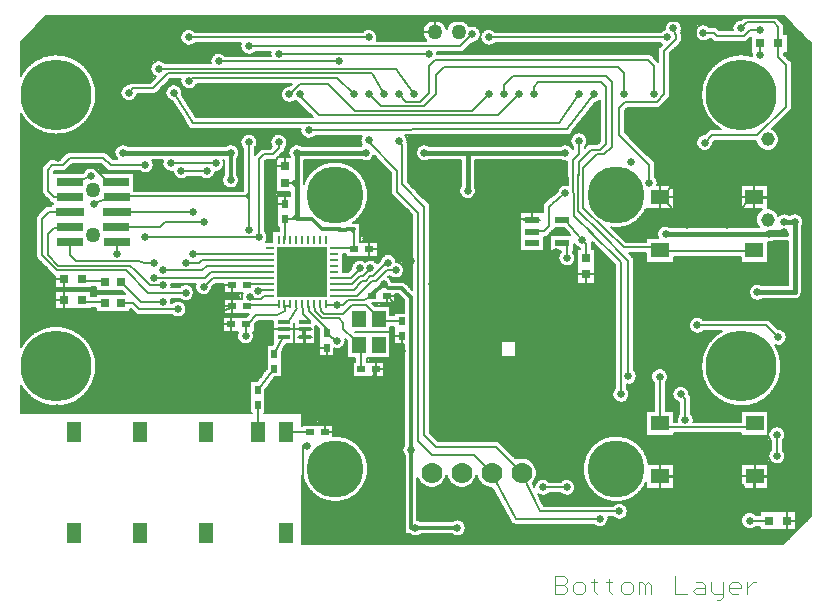
<source format=gbl>
*%FSLAX23Y23*%
*%MOIN*%
G01*
%ADD11C,0.000*%
%ADD12C,0.001*%
%ADD13C,0.002*%
%ADD14C,0.006*%
%ADD15C,0.007*%
%ADD16C,0.007*%
%ADD17C,0.008*%
%ADD18C,0.010*%
%ADD19C,0.012*%
%ADD20C,0.015*%
%ADD21C,0.015*%
%ADD22C,0.018*%
%ADD23C,0.022*%
%ADD24C,0.024*%
%ADD25C,0.025*%
%ADD26C,0.029*%
%ADD27C,0.031*%
%ADD28C,0.031*%
%ADD29C,0.035*%
%ADD30C,0.035*%
%ADD31C,0.039*%
%ADD32C,0.039*%
%ADD33C,0.046*%
%ADD34C,0.050*%
%ADD35C,0.051*%
%ADD36C,0.051*%
%ADD37C,0.054*%
%ADD38C,0.055*%
%ADD39C,0.059*%
%ADD40C,0.059*%
%ADD41C,0.070*%
%ADD42C,0.074*%
%ADD43C,0.115*%
%ADD44C,0.135*%
%ADD45C,0.138*%
%ADD46C,0.138*%
%ADD47C,0.158*%
%ADD48C,0.158*%
%ADD49C,0.190*%
%ADD50C,0.194*%
%ADD51C,0.236*%
%ADD52C,0.240*%
%ADD53R,0.011X0.030*%
%ADD54R,0.012X0.030*%
%ADD55R,0.014X0.033*%
%ADD56R,0.014X0.037*%
%ADD57R,0.015X0.034*%
%ADD58R,0.016X0.034*%
%ADD59R,0.018X0.037*%
%ADD60R,0.018X0.041*%
%ADD61R,0.020X0.025*%
%ADD62R,0.021X0.021*%
%ADD63R,0.024X0.029*%
%ADD64R,0.025X0.020*%
%ADD65R,0.029X0.024*%
%ADD66R,0.030X0.011*%
%ADD67R,0.030X0.030*%
%ADD68R,0.031X0.031*%
%ADD69R,0.033X0.014*%
%ADD70R,0.034X0.015*%
%ADD71R,0.034X0.034*%
%ADD72R,0.035X0.035*%
%ADD73R,0.037X0.014*%
%ADD74R,0.037X0.018*%
%ADD75R,0.039X0.055*%
%ADD76R,0.039X0.014*%
%ADD77R,0.041X0.018*%
%ADD78R,0.043X0.059*%
%ADD79R,0.043X0.018*%
%ADD80R,0.047X0.055*%
%ADD81R,0.048X0.024*%
%ADD82R,0.050X0.023*%
%ADD83R,0.050X0.060*%
%ADD84R,0.050X0.135*%
%ADD85R,0.051X0.071*%
%ADD86R,0.051X0.059*%
%ADD87R,0.052X0.028*%
%ADD88R,0.054X0.027*%
%ADD89R,0.054X0.064*%
%ADD90R,0.054X0.139*%
%ADD91R,0.055X0.039*%
%ADD92R,0.055X0.075*%
%ADD93R,0.057X0.012*%
%ADD94R,0.057X0.067*%
%ADD95R,0.059X0.043*%
%ADD96R,0.060X0.060*%
%ADD97R,0.061X0.024*%
%ADD98R,0.061X0.051*%
%ADD99R,0.061X0.016*%
%ADD100R,0.061X0.071*%
%ADD101R,0.063X0.039*%
%ADD102R,0.064X0.064*%
%ADD103R,0.065X0.028*%
%ADD104R,0.065X0.055*%
%ADD105R,0.067X0.043*%
%ADD106R,0.085X0.030*%
%ADD107R,0.089X0.034*%
%ADD108R,0.094X0.030*%
%ADD109R,0.098X0.034*%
%ADD110R,0.104X0.104*%
%ADD111R,0.108X0.108*%
%ADD112R,0.116X0.138*%
%ADD113R,0.120X0.142*%
%ADD114R,0.134X0.059*%
%ADD115R,0.138X0.039*%
%ADD116R,0.138X0.063*%
%ADD117R,0.142X0.043*%
%ADD118R,0.169X0.169*%
%ADD119R,0.173X0.173*%
%ADD120R,0.250X0.250*%
D13*
X10356Y6873D02*
Y6933D01*
Y6873D02*
X10386D01*
X10396Y6883D01*
Y6893D01*
X10386Y6903D01*
X10356D01*
X10357D01*
X10356D02*
X10357D01*
X10356D02*
X10357D01*
X10356D02*
X10386D01*
X10396Y6913D01*
Y6923D01*
X10386Y6933D01*
X10356D01*
X10426Y6873D02*
X10446D01*
X10456Y6883D01*
Y6903D01*
X10446Y6913D01*
X10426D01*
X10416Y6903D01*
Y6883D01*
X10426Y6873D01*
X10486Y6913D02*
Y6923D01*
Y6913D02*
X10476D01*
X10496D01*
X10486D01*
Y6883D01*
X10496Y6873D01*
X10536Y6913D02*
Y6923D01*
Y6913D02*
X10526D01*
X10546D01*
X10536D01*
Y6883D01*
X10546Y6873D01*
X10586D02*
X10606D01*
X10616Y6883D01*
Y6903D01*
X10606Y6913D01*
X10586D01*
X10576Y6903D01*
Y6883D01*
X10586Y6873D01*
X10636D02*
Y6913D01*
X10646D01*
X10656Y6903D01*
Y6873D01*
Y6903D01*
X10666Y6913D01*
X10676Y6903D01*
Y6873D01*
X10756D02*
Y6933D01*
Y6873D02*
X10796D01*
X10826Y6913D02*
X10846D01*
X10856Y6903D01*
Y6873D01*
X10826D01*
X10816Y6883D01*
X10826Y6893D01*
X10856D01*
X10876Y6883D02*
Y6913D01*
Y6883D02*
X10886Y6873D01*
X10916D01*
Y6863D01*
X10906Y6853D01*
X10896D01*
X10916Y6873D02*
Y6913D01*
X10946Y6873D02*
X10966D01*
X10946D02*
X10936Y6883D01*
Y6903D01*
X10946Y6913D01*
X10966D01*
X10976Y6903D01*
Y6893D01*
X10936D01*
X10996Y6873D02*
Y6913D01*
Y6893D02*
Y6873D01*
Y6893D02*
X11006Y6903D01*
X11016Y6913D01*
X11026D01*
D15*
X10188Y8404D02*
X10085Y8404D01*
X9866Y8402D01*
X9714Y8401D02*
X9557Y8400D01*
X10149Y7228D02*
X10207Y7119D01*
X10365Y7104D02*
X10487Y7104D01*
X11069Y7214D02*
X11212D01*
X11069D02*
X10977D01*
X10754D01*
X10662D01*
X10641D01*
X10481D02*
X10421D01*
X10156D02*
X9898D01*
X9856D02*
X9704D01*
X9544D02*
X9515D01*
X10634Y7208D02*
X11212D01*
X10488D02*
X10416D01*
X10378D02*
X10336D01*
X10159D02*
X9898D01*
X9856D02*
X9697D01*
X9551D02*
X9515D01*
X10627Y7202D02*
X11212D01*
X10495D02*
X10416D01*
X10404D01*
X10390D02*
X10324D01*
X10162D02*
X9898D01*
X9856D02*
X9690D01*
X9558D02*
X9515D01*
X10618Y7196D02*
X11212D01*
X10504D02*
X10306D01*
X10166D02*
X9898D01*
X9856D02*
X9681D01*
X9567D02*
X9515D01*
X10607Y7190D02*
X11212D01*
X10515D02*
X10309D01*
X10169D02*
X9898D01*
X9856D02*
X9670D01*
X9578D02*
X9515D01*
X10590Y7184D02*
X11212D01*
X10532D02*
X10312D01*
X10172D02*
X9898D01*
X9856D02*
X9653D01*
X9595D02*
X9515D01*
X10592Y7178D02*
X11212D01*
X10592D02*
X10315D01*
X10175D02*
X9898D01*
X9856D02*
X9515D01*
X10592Y7172D02*
X11212D01*
X10556D02*
X10318D01*
X10179D02*
X9898D01*
X9856D02*
X9515D01*
X10594Y7166D02*
X11212D01*
X10182D02*
X9898D01*
X9856D02*
X9515D01*
X11162Y7160D02*
X11212D01*
X11162D02*
X11102D01*
X11100D02*
X11040D01*
X10598D01*
X10185D02*
X9898D01*
X9856D02*
X9515D01*
X11162Y7154D02*
X11212D01*
X11162D02*
X11102D01*
X11100D02*
X11040D01*
X10600D01*
X10188D02*
X9898D01*
X9856D02*
X9515D01*
X11162Y7148D02*
X11212D01*
X11040D02*
X10986D01*
X10600D01*
X10192D02*
X9898D01*
X9856D02*
X9515D01*
X11162Y7142D02*
X11212D01*
X11040D02*
X11020D01*
X10986D02*
X10599D01*
X10195D02*
X9898D01*
X9856D02*
X9515D01*
X11162Y7136D02*
X11212D01*
X10985D02*
X10597D01*
X10198D02*
X9898D01*
X9856D02*
X9515D01*
X11162Y7130D02*
X11208D01*
X10981D02*
X10593D01*
X10202D02*
X9898D01*
X9856D02*
X9515D01*
X11162Y7124D02*
X11202D01*
X10979D02*
X10592D01*
X10559D02*
X10535D01*
X10205D02*
X10054D01*
X9898D01*
X9856D02*
X9515D01*
X11162Y7118D02*
X11196D01*
X10978D02*
X10592D01*
X10534D01*
X10207D02*
X10054D01*
X10046D01*
X10018D02*
X9906D01*
X9856D02*
X9515D01*
X11162Y7112D02*
X11190D01*
X10979D02*
X10532D01*
X10207D02*
X10054D01*
X9856D02*
X9515D01*
X11162Y7106D02*
X11184D01*
X10981D02*
X10528D01*
X10215D02*
X10207D01*
X10057D01*
X9856D02*
X9515D01*
X11162Y7100D02*
X11178D01*
X10985D02*
X10521D01*
X10493D02*
X10224D01*
X10218D02*
X10059D01*
X9856D02*
X9515D01*
X11162Y7094D02*
X11172D01*
X11040D02*
X11020D01*
X10986D02*
X10060D01*
X9856D02*
X9515D01*
X10986Y7088D02*
X11040D01*
X10986D02*
X10059D01*
X9856D02*
X9515D01*
X11102Y7082D02*
X11160D01*
X11100D02*
X11040D01*
X10057D01*
X9856D02*
X9515D01*
X11102Y7076D02*
X11154D01*
X11100D02*
X11040D01*
X10054D01*
X9856D02*
X9515D01*
X10054Y7070D02*
X11148D01*
X10054D02*
X10046D01*
X10018D02*
X9906D01*
X9878D02*
X9856D01*
X9515D01*
X10054Y7064D02*
X11142D01*
X10054D02*
X9898D01*
X9856D01*
X9515D01*
Y7058D02*
X11136D01*
X11130Y7052D02*
X9515D01*
Y7046D02*
X11124D01*
X11118Y7040D02*
X9515D01*
Y7039D02*
X11117D01*
X10054Y7116D02*
X10050D01*
X10014D02*
X9910D01*
X10050Y7072D02*
X10054D01*
X10014D02*
X9910D01*
X9874D02*
X9856D01*
X11026Y7138D02*
X11040D01*
Y7098D02*
X11026D01*
X10552Y7168D02*
X10320D01*
X10534Y7130D02*
X10552D01*
X10377Y7210D02*
X10337D01*
X11162Y7087D02*
X11165D01*
X11162D02*
X11102D01*
X11100D01*
X11096D01*
X11102Y7149D02*
X11162D01*
X11102D02*
X11100D01*
X11096D01*
X11100Y7087D02*
X11090D01*
X11040D01*
X11036D01*
X11090Y7149D02*
X11100D01*
X11090D02*
X11040D01*
X11036D01*
X11131Y7118D02*
X11162D01*
X11124Y7412D02*
X11212D01*
X10662D02*
X9940D01*
X9854D02*
X9619D01*
X11125Y7406D02*
X11212D01*
X10977D02*
X10754D01*
X10662D02*
X9946D01*
X9854D02*
X9619D01*
X11125Y7400D02*
X11212D01*
X11069D02*
X11036D01*
X10977D01*
X10754D01*
X10708D01*
X10662D01*
X10577D01*
X10545D02*
X9952D01*
X9854D02*
X9640D01*
X11123Y7394D02*
X11212D01*
X11069D02*
X10977D01*
X10754D01*
X10662D01*
X10600D01*
X10522D02*
X10180D01*
X9958D01*
X9854D02*
X9663D01*
X11120Y7388D02*
X11212D01*
X11069D02*
X10977D01*
X10754D01*
X10662D01*
X10613D01*
X10509D02*
X10180D01*
X10164D01*
X10158D02*
X9964D01*
X9854D02*
X9676D01*
X11116Y7382D02*
X11212D01*
X11078D02*
X10623D01*
X10499D02*
X10180D01*
X10170D01*
X9854D02*
X9686D01*
X11116Y7376D02*
X11212D01*
X11078D02*
X10631D01*
X10491D02*
X10180D01*
X9854D02*
X9694D01*
X11116Y7370D02*
X11212D01*
X11078D02*
X10638D01*
X10484D02*
X10182D01*
X9854D02*
X9701D01*
X11116Y7364D02*
X11212D01*
X11078D02*
X10644D01*
X10478D02*
X10188D01*
X9851D02*
X9707D01*
X11116Y7358D02*
X11212D01*
X11078D02*
X10649D01*
X10473D02*
X10194D01*
X9849D02*
X9712D01*
X11118Y7352D02*
X11212D01*
X11076D02*
X10653D01*
X10469D02*
X10200D01*
X9849D02*
X9716D01*
X11122Y7346D02*
X11212D01*
X11072D02*
X10657D01*
X10465D02*
X10206D01*
X9850D02*
X9720D01*
X11124Y7340D02*
X11212D01*
X11070D02*
X10660D01*
X10462D02*
X10212D01*
X9853D02*
X9723D01*
X11125Y7334D02*
X11212D01*
X11069D02*
X10663D01*
X10459D02*
X10218D01*
X9854D02*
X9726D01*
X11124Y7328D02*
X11212D01*
X11070D02*
X10665D01*
X10457D02*
X10253D01*
X10239D02*
X10224D01*
X9854D02*
X9728D01*
X11122Y7322D02*
X11212D01*
X11072D02*
X10667D01*
X10455D02*
X10271D01*
X9854D02*
X9730D01*
X11118Y7316D02*
X11212D01*
X11069D02*
X10977D01*
X10754D01*
X10668D01*
X10453D02*
X10279D01*
X9854D02*
X9731D01*
X11116Y7310D02*
X11212D01*
X11078D02*
X11069D01*
X10977D01*
X10754D01*
X10670D01*
X10452D02*
X10285D01*
X9856D02*
X9733D01*
X11116Y7304D02*
X11212D01*
X11116D02*
X11078D01*
X11069D01*
X10977D02*
X10754D01*
X10451D02*
X10289D01*
X9856D02*
X9734D01*
X11069Y7298D02*
X11212D01*
X10977D02*
X10754D01*
X10451D02*
X10292D01*
X9856D02*
X9734D01*
X11069Y7292D02*
X11212D01*
X10977D02*
X10754D01*
X10450D02*
X10295D01*
X9856D02*
X9734D01*
X11069Y7286D02*
X11212D01*
X10977D02*
X10754D01*
X10451D02*
X10296D01*
X9856D02*
X9734D01*
X11069Y7280D02*
X11212D01*
X10977D02*
X10754D01*
X10451D02*
X10296D01*
X9856D02*
X9734D01*
X11069Y7274D02*
X11212D01*
X10977D02*
X10754D01*
X10452D02*
X10296D01*
X9856D02*
X9733D01*
X11069Y7268D02*
X11212D01*
X10977D02*
X10754D01*
X10453D02*
X10296D01*
X9856D02*
X9732D01*
X11069Y7262D02*
X11212D01*
X10977D02*
X10754D01*
X10454D02*
X10294D01*
X9856D02*
X9731D01*
X11069Y7256D02*
X11212D01*
X10977D02*
X10754D01*
X10456D02*
X10416D01*
X10404D01*
X10390D02*
X10324D01*
X10310D02*
X10298D01*
X10101D02*
X10091D01*
X10001D02*
X9991D01*
X9856D02*
X9729D01*
X11069Y7250D02*
X11212D01*
X10977D02*
X10754D01*
X10458D02*
X10416D01*
X10378D02*
X10336D01*
X10298D02*
X10288D01*
X10104D02*
X10088D01*
X10004D02*
X9988D01*
X9856D02*
X9727D01*
X11069Y7244D02*
X11212D01*
X10977D02*
X10754D01*
X10461D02*
X10421D01*
X10293D02*
X10283D01*
X10109D02*
X10083D01*
X10009D02*
X9983D01*
X9909D02*
X9898D01*
X9856D02*
X9724D01*
X9524D02*
X9515D01*
X11069Y7238D02*
X11212D01*
X10977D02*
X10754D01*
X10464D02*
X10424D01*
X10115D02*
X10077D01*
X10015D02*
X9977D01*
X9915D02*
X9898D01*
X9856D02*
X9721D01*
X9527D02*
X9515D01*
X11069Y7232D02*
X11212D01*
X10977D02*
X10754D01*
X10662D02*
X10655D01*
X10467D02*
X10425D01*
X10125D02*
X10067D01*
X10025D02*
X9967D01*
X9925D02*
X9898D01*
X9856D02*
X9718D01*
X9530D02*
X9515D01*
X11069Y7226D02*
X11212D01*
X10977D02*
X10754D01*
X10662D02*
X10651D01*
X10471D02*
X10425D01*
X10149D02*
X9898D01*
X9856D02*
X9714D01*
X9534D02*
X9515D01*
X11069Y7220D02*
X11212D01*
X11069D02*
X10977D01*
X10754D01*
X10662D01*
X10646D01*
X10476D02*
X10424D01*
X10153D02*
X9898D01*
X9856D02*
X9709D01*
X9539D02*
X9515D01*
X10337Y7248D02*
X10377D01*
X10180Y7382D02*
X10169D01*
X10153D01*
X9969D01*
X10754Y7410D02*
X10977D01*
X9856Y7326D02*
X9854D01*
X11036Y7401D02*
X11069D01*
X11036D02*
X10977D01*
X10754D02*
X10708D01*
X10662D01*
X10977Y7224D02*
X11069D01*
Y7306D02*
X10977D01*
X10754Y7224D02*
X10662D01*
X10670Y7306D02*
X10754D01*
Y7265D02*
X10708D01*
X10977D02*
X11023D01*
X11069D01*
X11109Y7604D02*
X11212D01*
X10848D02*
X10733D01*
X10679D02*
X10630D01*
X10558D02*
X9940D01*
X9854D02*
X9789D01*
X9683D02*
X9448D01*
X9381D02*
X8825D01*
X11107Y7598D02*
X11212D01*
X10849D02*
X10734D01*
X10678D02*
X10630D01*
X10558D02*
X9940D01*
X9854D02*
X9789D01*
X9692D02*
X9683D01*
X9448D01*
X9376D02*
X8824D01*
X11106Y7592D02*
X11212D01*
X10851D02*
X10733D01*
X10679D02*
X10629D01*
X10558D02*
X9940D01*
X9854D02*
X9789D01*
X9739D01*
X9730D02*
X9692D01*
X9683D01*
X9448D01*
X9421D01*
X9372D02*
X9342D01*
X8822D01*
X11104Y7586D02*
X11212D01*
X10853D02*
X10731D01*
X10681D02*
X10627D01*
X10558D02*
X9940D01*
X9854D02*
X9789D01*
X9739D01*
X9733D02*
X9683D01*
X9448D01*
X9416D01*
X9367D02*
X9342D01*
X8820D01*
X11101Y7580D02*
X11212D01*
X10855D02*
X10727D01*
X10685D02*
X10623D01*
X10558D02*
X9940D01*
X9854D02*
X9412D01*
X9342D02*
X8818D01*
X11098Y7574D02*
X11212D01*
X10858D02*
X10726D01*
X10686D02*
X10622D01*
X10558D02*
X9940D01*
X9854D02*
X9407D01*
X9342D02*
X8815D01*
X11095Y7568D02*
X11212D01*
X10861D02*
X10726D01*
X10686D02*
X10622D01*
X10596D01*
X10558D02*
X9940D01*
X9854D02*
X9402D01*
X9342D02*
X8812D01*
X11092Y7562D02*
X11212D01*
X10865D02*
X10793D01*
X10761D02*
X10726D01*
X10686D02*
X10596D01*
X10558D02*
X9940D01*
X9854D02*
X9398D01*
X9342D02*
X8808D01*
X11088Y7556D02*
X11212D01*
X10869D02*
X10812D01*
X10799D01*
X10755D02*
X10726D01*
X10686D02*
X10599D01*
X10555D02*
X9940D01*
X9854D02*
X9393D01*
X9342D02*
X8804D01*
X8585D02*
X8577D01*
X11083Y7550D02*
X11212D01*
X10873D02*
X10812D01*
X10803D01*
X10751D02*
X10726D01*
X10686D02*
X10603D01*
X10551D02*
X9940D01*
X9854D02*
X9392D01*
X9340D02*
X8800D01*
X8590D02*
X8577D01*
X11078Y7544D02*
X11212D01*
X10878D02*
X10812D01*
X10749D02*
X10726D01*
X10686D02*
X10605D01*
X10549D02*
X9940D01*
X9854D02*
X9392D01*
X9342D02*
X8795D01*
X8595D02*
X8577D01*
X11073Y7538D02*
X11212D01*
X10884D02*
X10812D01*
X10749D02*
X10726D01*
X10686D02*
X10605D01*
X10549D02*
X9940D01*
X9854D02*
X9392D01*
X9342D02*
X8789D01*
X8600D02*
X8577D01*
X11066Y7532D02*
X11212D01*
X10890D02*
X10812D01*
X10750D02*
X10726D01*
X10686D02*
X10604D01*
X10550D02*
X9940D01*
X9854D02*
X9392D01*
X9342D02*
X8783D01*
X8607D02*
X8577D01*
X11059Y7526D02*
X11212D01*
X10898D02*
X10818D01*
X10752D02*
X10726D01*
X10686D02*
X10602D01*
X10552D02*
X9940D01*
X9854D02*
X9392D01*
X9342D02*
X8775D01*
X8614D02*
X8577D01*
X11050Y7520D02*
X11212D01*
X10906D02*
X10816D01*
X10756D02*
X10726D01*
X10686D02*
X10598D01*
X10556D02*
X9940D01*
X9854D02*
X9392D01*
X9342D02*
X8767D01*
X8623D02*
X8577D01*
X11040Y7514D02*
X11212D01*
X10917D02*
X10812D01*
X10764D02*
X10726D01*
X10686D02*
X10596D01*
X10558D02*
X9940D01*
X9854D02*
X9392D01*
X9342D02*
X8756D01*
X8633D02*
X8577D01*
X11027Y7508D02*
X11212D01*
X10930D02*
X10812D01*
X10772D02*
X10726D01*
X10686D02*
X10596D01*
X10558D01*
X9940D01*
X9854D02*
X9392D01*
X9342D02*
X8743D01*
X8646D02*
X8577D01*
X11007Y7502D02*
X11212D01*
X10950D02*
X10812D01*
X10772D02*
X10726D01*
X10686D02*
X9940D01*
X9854D02*
X9392D01*
X9342D02*
X8723D01*
X8666D02*
X8577D01*
X11069Y7496D02*
X11212D01*
X11069D02*
X10977D01*
X10812D01*
X10772D02*
X10754D01*
X10726D01*
X10686D02*
X10662D01*
X9940D01*
X9854D02*
X9392D01*
X9342D02*
X8577D01*
X11069Y7490D02*
X11212D01*
X11069D02*
X10977D01*
X10812D01*
X10772D02*
X10754D01*
X10726D01*
X10686D02*
X10662D01*
X9940D01*
X9854D02*
X9392D01*
X9342D02*
X8577D01*
X11069Y7484D02*
X11212D01*
X11069D02*
X10977D01*
X10812D01*
X10772D02*
X10754D01*
X10726D01*
X10686D02*
X10662D01*
X9940D01*
X9854D02*
X9515D01*
X9392D01*
X9342D02*
X8577D01*
X11069Y7478D02*
X11212D01*
X10977D02*
X10812D01*
X10772D02*
X10754D01*
X10662D02*
X9940D01*
X9854D02*
X9515D01*
X9392D01*
X9342D02*
X8577D01*
X11069Y7472D02*
X11212D01*
X10977D02*
X10813D01*
X10771D02*
X10754D01*
X10662D02*
X9940D01*
X9854D02*
X9515D01*
X11069Y7466D02*
X11212D01*
X10977D02*
X10817D01*
X10767D02*
X10754D01*
X10662D02*
X9940D01*
X9854D02*
X9515D01*
X11069Y7460D02*
X11212D01*
X10977D02*
X10819D01*
X10765D02*
X10754D01*
X10662D02*
X9940D01*
X9854D02*
X9515D01*
X11069Y7454D02*
X11212D01*
X10977D02*
X10820D01*
X10764D02*
X10754D01*
X10662D02*
X9940D01*
X9854D02*
X9515D01*
X11069Y7448D02*
X11212D01*
X10662D02*
X9940D01*
X9854D02*
X9619D01*
X9569D01*
X9563D02*
X9515D01*
X11069Y7442D02*
X11212D01*
X10662D02*
X9940D01*
X9854D02*
X9619D01*
X9569D01*
X9560D02*
X9515D01*
X11116Y7436D02*
X11212D01*
X11116D02*
X11078D01*
X11069D01*
X10662D02*
X9940D01*
X9854D02*
X9619D01*
X11116Y7430D02*
X11212D01*
X11116D02*
X11107D01*
X11087D02*
X11078D01*
X11069D01*
X10662D02*
X9940D01*
X9854D02*
X9619D01*
X11117Y7424D02*
X11212D01*
X11077D02*
X11069D01*
X10662D02*
X9940D01*
X9854D02*
X9619D01*
X11121Y7418D02*
X11212D01*
X10662D02*
X9940D01*
X9854D02*
X9619D01*
X10819Y7448D02*
X10977D01*
X10765D02*
X10754D01*
X10805Y7544D02*
X10812D01*
X9515Y7475D02*
X9503D01*
X9421D01*
X9408D01*
X9392D01*
X9386D01*
X9348D02*
X9342D01*
X9326D01*
X9235D01*
X9153D01*
X9015D01*
X8933D01*
X8794D01*
X8712D01*
X8577D01*
X9424Y7596D02*
X9448D01*
X9392Y7476D02*
X9386D01*
X9348D02*
X9342D01*
Y7582D02*
X9364D01*
X9563Y7438D02*
X9569D01*
X9563D02*
X9560D01*
X9515D01*
X9569D02*
X9619D01*
X9560D02*
X9560D01*
X9733Y7598D02*
X9739D01*
X9733D02*
X9730D01*
X9692D01*
X9683D01*
X9680D01*
X9739D02*
X9789D01*
X9730D02*
X9730D01*
X10977Y7483D02*
X11069D01*
X10754D02*
X10726D01*
X10686D02*
X10662D01*
X9619Y7413D02*
X9591D01*
X10622Y7802D02*
X11212D01*
X10558D02*
X9940D01*
X9332D02*
X9309D01*
X9300D02*
X9253D01*
X9250D02*
X9120D01*
X9082D02*
X8978D01*
X8964D01*
X8952D01*
X8942D01*
X8886D01*
X8880D02*
X8826D01*
X8577D01*
X11082Y7796D02*
X11212D01*
X11082D02*
X11063D01*
X11061D02*
X11038D01*
X10839D01*
X10825D02*
X10812D01*
X10622D01*
X10558D02*
X9940D01*
X9250D02*
X9120D01*
X9108D01*
X9094D02*
X8972D01*
X8970D02*
X8952D01*
X8577D01*
X11082Y7790D02*
X11212D01*
X11082D02*
X11069D01*
X11055D01*
X11038D01*
X10851D01*
X10812D02*
X10622D01*
X10558D02*
X9940D01*
X9250D02*
X8577D01*
X11082Y7784D02*
X11212D01*
X10808D02*
X10622D01*
X10558D02*
X9940D01*
X9250D02*
X8577D01*
X11082Y7778D02*
X11212D01*
X10805D02*
X10622D01*
X10558D02*
X9940D01*
X9418D02*
X9382D01*
X9364D01*
X9250D02*
X8577D01*
X11087Y7772D02*
X11212D01*
X10804D02*
X10622D01*
X10558D02*
X9940D01*
X9418D02*
X9382D01*
X9358D01*
X9250D02*
X8577D01*
X11093Y7766D02*
X11212D01*
X10804D02*
X10622D01*
X10558D02*
X9940D01*
X9418D02*
X9356D01*
X9250D02*
X8702D01*
X8688D02*
X8577D01*
X11099Y7760D02*
X11212D01*
X10805D02*
X10622D01*
X10558D02*
X9940D01*
X9820D02*
X9809D01*
X9566D02*
X9559D01*
X9418D02*
X9356D01*
X9250D02*
X8735D01*
X8655D02*
X8577D01*
X11115Y7754D02*
X11212D01*
X10808D02*
X10622D01*
X10558D02*
X9940D01*
X9820D02*
X9809D01*
X9570D02*
X9559D01*
X9418D02*
X9356D01*
X9250D02*
X8751D01*
X8639D02*
X8577D01*
X11123Y7748D02*
X11212D01*
X10911D02*
X10851D01*
X10812D02*
X10622D01*
X10558D02*
X9940D01*
X9820D02*
X9809D01*
X9570D02*
X9559D01*
X9418D02*
X9356D01*
X9250D02*
X8762D01*
X8628D02*
X8577D01*
X11127Y7742D02*
X11212D01*
X10902D02*
X10839D01*
X10825D02*
X10812D01*
X10622D01*
X10558D02*
X9940D01*
X9820D02*
X9809D01*
X9570D02*
X9559D01*
X9418D02*
X9356D01*
X9299D02*
X9250D01*
X8771D01*
X8618D02*
X8577D01*
X11129Y7736D02*
X11212D01*
X10894D02*
X10622D01*
X10558D02*
X9940D01*
X9820D02*
X9809D01*
X9570D02*
X9559D01*
X9418D02*
X9356D01*
X9298D02*
X9250D01*
X8779D01*
X8610D02*
X8577D01*
X11130Y7730D02*
X11212D01*
X10887D02*
X10622D01*
X10558D02*
X9940D01*
X9820D02*
X9809D01*
X9570D02*
X9559D01*
X9418D02*
X9354D01*
X9298D02*
X8786D01*
X8603D02*
X8577D01*
X11130Y7724D02*
X11212D01*
X10881D02*
X10622D01*
X10558D02*
X10229D01*
X10176D01*
X9940D01*
X9820D02*
X9809D01*
X9570D02*
X9559D01*
X9418D02*
X9353D01*
X9299D02*
X8792D01*
X8597D02*
X8577D01*
X11128Y7718D02*
X11212D01*
X10876D02*
X10622D01*
X10558D02*
X10229D01*
X10176D01*
X9940D01*
X9820D02*
X9809D01*
X9570D02*
X9559D01*
X9418D02*
X9350D01*
X9302D02*
X8798D01*
X8592D02*
X8577D01*
X11124Y7712D02*
X11212D01*
X10871D02*
X10622D01*
X10558D02*
X10229D01*
X10176D02*
X9940D01*
X9820D02*
X9809D01*
X9570D02*
X9559D01*
X9418D02*
X9396D01*
X9346D01*
X9306D02*
X8802D01*
X8587D02*
X8577D01*
X11118Y7706D02*
X11212D01*
X10867D02*
X10622D01*
X10558D02*
X10229D01*
X10176D02*
X9940D01*
X9820D02*
X9809D01*
X9664D02*
X9656D01*
X9570D02*
X9559D01*
X9489D01*
X9488D02*
X9462D01*
X9417D02*
X9396D01*
X9346D01*
X9333D01*
X9319D02*
X9306D01*
X8806D01*
X11094Y7700D02*
X11212D01*
X10863D02*
X10622D01*
X10558D02*
X10229D01*
X10176D02*
X9940D01*
X9854D02*
X9820D01*
X9809D01*
X9664D02*
X9652D01*
X9570D02*
X9559D01*
X9489D01*
X9488D02*
X9458D01*
X9396D02*
X8810D01*
X11097Y7694D02*
X11212D01*
X10860D02*
X10622D01*
X10558D02*
X10229D01*
X10176D02*
X9940D01*
X9854D02*
X9820D01*
X9809D01*
X9664D02*
X9645D01*
X9570D02*
X9455D01*
X9396D02*
X8813D01*
X11100Y7688D02*
X11212D01*
X10857D02*
X10622D01*
X10558D02*
X10229D01*
X10176D02*
X9940D01*
X9854D02*
X9809D01*
X9664D02*
X9622D01*
X9570D02*
X9452D01*
X9396D02*
X8816D01*
X11102Y7682D02*
X11212D01*
X10854D02*
X10622D01*
X10558D02*
X10229D01*
X10176D02*
X9940D01*
X9854D02*
X9809D01*
X9664D02*
X9622D01*
X9570D02*
X9449D01*
X9396D02*
X8819D01*
X11105Y7676D02*
X11212D01*
X10852D02*
X10622D01*
X10558D02*
X10229D01*
X10176D02*
X9940D01*
X9854D02*
X9809D01*
X9664D02*
X9622D01*
X9570D02*
X9448D01*
X9396D02*
X8821D01*
X11107Y7670D02*
X11212D01*
X10850D02*
X10622D01*
X10558D02*
X10229D01*
X10176D02*
X9940D01*
X9854D02*
X9809D01*
X9664D02*
X9622D01*
X9570D02*
X9448D01*
X9396D02*
X8823D01*
X11108Y7664D02*
X11212D01*
X10848D02*
X10622D01*
X10558D02*
X10229D01*
X10176D02*
X9940D01*
X9854D02*
X9809D01*
X9664D02*
X9622D01*
X9570D01*
X9448D01*
X9396D02*
X8825D01*
X11109Y7658D02*
X11212D01*
X10847D02*
X10622D01*
X10558D02*
X10229D01*
X10176D01*
X9940D01*
X9854D02*
X9809D01*
X9789D01*
X9742D01*
X9692D02*
X9683D01*
X9664D01*
X9622D01*
X9570D01*
X9448D01*
X9396D02*
X8826D01*
X11110Y7652D02*
X11212D01*
X10846D02*
X10622D01*
X10558D02*
X10229D01*
X10176D01*
X9940D01*
X9854D02*
X9809D01*
X9789D01*
X9742D01*
X9692D02*
X9683D01*
X9664D01*
X9622D01*
X9570D01*
X9448D01*
X9396D02*
X8827D01*
X11111Y7646D02*
X11212D01*
X10845D02*
X10622D01*
X10558D02*
X9940D01*
X9854D02*
X9789D01*
X9683D02*
X9448D01*
X9396D02*
X8828D01*
X11112Y7640D02*
X11212D01*
X10845D02*
X10622D01*
X10558D02*
X9940D01*
X9854D02*
X9789D01*
X9683D02*
X9448D01*
X9396D02*
X8828D01*
X11112Y7634D02*
X11212D01*
X10845D02*
X10622D01*
X10558D02*
X9940D01*
X9854D02*
X9789D01*
X9683D02*
X9448D01*
X9396D02*
X8828D01*
X11112Y7628D02*
X11212D01*
X10845D02*
X10726D01*
X10686D01*
X10622D01*
X10558D02*
X9940D01*
X9854D02*
X9789D01*
X9683D02*
X9448D01*
X9396D02*
X8828D01*
X11111Y7622D02*
X11212D01*
X10845D02*
X10726D01*
X10686D02*
X10622D01*
X10558D02*
X9940D01*
X9854D02*
X9789D01*
X9683D02*
X9448D01*
X9395D02*
X8828D01*
X11111Y7616D02*
X11212D01*
X10846D02*
X10727D01*
X10685D02*
X10624D01*
X10558D02*
X9940D01*
X9854D02*
X9789D01*
X9683D02*
X9448D01*
X9390D02*
X8827D01*
X11110Y7610D02*
X11212D01*
X10847D02*
X10731D01*
X10681D02*
X10628D01*
X10558D02*
X9940D01*
X9854D02*
X9789D01*
X9683D02*
X9448D01*
X9385D02*
X8827D01*
X9809Y7802D02*
X9820D01*
Y7764D02*
X9809D01*
X9418Y7784D02*
X9382D01*
X9369D01*
X9378D02*
X9382D01*
X11070Y7788D02*
X11082D01*
X11070D02*
X11054D01*
X11038D01*
X10852D01*
Y7750D02*
X10914D01*
X9081Y7804D02*
X8979D01*
X8963D01*
X8952D01*
X10176Y7662D02*
X10229D01*
Y7715D02*
X10176D01*
X9302Y7748D02*
X9300D01*
X9250D01*
X9246D01*
X9306Y7798D02*
X9309D01*
X9306D02*
X9306D01*
X9303D01*
X9300D01*
X9253D01*
X9250D01*
X9246D01*
X9350Y7748D02*
X9356D01*
X9300D02*
X9296D01*
X9309Y7798D02*
X9329D01*
X9300D02*
X9296D01*
X9489Y7708D02*
X9559D01*
X9489D02*
X9488D01*
X9485D01*
X9488Y7753D02*
X9489D01*
Y7733D02*
X9488D01*
Y7759D02*
X9489D01*
X9418D02*
X9414D01*
Y7733D02*
X9418D01*
Y7778D02*
X9414D01*
X9463Y7708D02*
X9488D01*
X9418D02*
X9418D01*
X9414D01*
Y7753D02*
X9418D01*
X9415Y7702D02*
X9396D01*
X9570Y7665D02*
X9622D01*
X9572Y7721D02*
X9570D01*
X9739Y7648D02*
X9742D01*
X9739D02*
X9733D01*
X9731D01*
X9730D01*
X9692D02*
X9683D01*
X9680D01*
X9742D02*
X9789D01*
X9820Y7705D02*
X9854D01*
X9809Y7660D02*
X9789D01*
X9742D01*
X9739D01*
X9733D01*
X9731D01*
X9730D01*
X9742Y7746D02*
X9809D01*
X9742D02*
X9731D01*
X9727D01*
X9692Y7660D02*
X9683D01*
X9664D01*
X9660D01*
X9690Y7746D02*
X9731D01*
X9742Y7747D02*
X9809D01*
X9742D02*
X9731D01*
X9727D01*
X9731D02*
X9690D01*
X9818Y7733D02*
X9846D01*
X9789Y7623D02*
X9761D01*
X9596Y7693D02*
X9568D01*
X9453Y7756D02*
X9431D01*
X9453D02*
X9475D01*
X9501D02*
X9524D01*
X9546D01*
X9524Y7730D02*
X9501D01*
X9524D02*
X9546D01*
X9278Y7773D02*
X9250D01*
X11180Y7994D02*
X11212D01*
X11134D02*
X11068D01*
X10976D02*
X10753D01*
X10661D02*
X10622D01*
X10534D02*
X10492D01*
X10369D02*
X9942D01*
X9882D02*
X9824D01*
X9778D02*
X9766D01*
X9716D01*
X9710D02*
X9660D01*
X9652D01*
X8626D02*
X8577D01*
X11180Y7988D02*
X11212D01*
X11134D02*
X11068D01*
X10976D02*
X10753D01*
X10661D02*
X10626D01*
X10540D02*
X10492D01*
X10432D02*
X10424D01*
X10370D02*
X9942D01*
X9882D02*
X9827D01*
X9775D02*
X9766D01*
X9716D01*
X9710D02*
X9660D01*
X9652D01*
X8626D02*
X8577D01*
X11180Y7982D02*
X11212D01*
X11134D02*
X11068D01*
X10976D02*
X10753D01*
X10661D02*
X10628D01*
X10546D02*
X10492D01*
X10432D02*
X10422D01*
X10372D02*
X9942D01*
X9882D02*
X9846D01*
X9829D01*
X9772D02*
X9758D01*
X9691D02*
X9652D01*
X8639D02*
X8626D01*
X8577D01*
X11180Y7976D02*
X11212D01*
X11134D02*
X11068D01*
X10976D01*
X10753D01*
X10661D01*
X10622D01*
X10552D02*
X10492D01*
X10432D02*
X10418D01*
X10376D02*
X9942D01*
X9882D02*
X9846D01*
X9685D02*
X9652D01*
X8645D02*
X8626D01*
X8577D01*
X11180Y7970D02*
X11212D01*
X11134D02*
X11068D01*
X10976D01*
X10753D01*
X10661D01*
X10622D01*
X10558D02*
X10492D01*
X10432D02*
X10416D01*
X10378D02*
X9942D01*
X9882D02*
X9848D01*
X9681D02*
X9652D01*
X8651D02*
X8577D01*
X11180Y7964D02*
X11212D01*
X11134D02*
X10622D01*
X10558D02*
X10492D01*
X10432D02*
X10416D01*
X10378D01*
X9942D01*
X9882D02*
X9852D01*
X9679D02*
X9652D01*
X8657D02*
X8577D01*
X11180Y7958D02*
X11212D01*
X11134D02*
X10622D01*
X10558D02*
X10492D01*
X10432D02*
X9942D01*
X9882D02*
X9854D01*
X9676D02*
X9652D01*
X8663D02*
X8577D01*
X11180Y7952D02*
X11212D01*
X11134D02*
X10622D01*
X10558D02*
X10492D01*
X10432D02*
X9940D01*
X9882D02*
X9854D01*
X9672D02*
X9652D01*
X8669D02*
X8577D01*
X11180Y7946D02*
X11212D01*
X11134D02*
X10622D01*
X10558D02*
X10492D01*
X10432D02*
X9940D01*
X9882D02*
X9853D01*
X8675D02*
X8577D01*
X11180Y7940D02*
X11212D01*
X11134D02*
X10622D01*
X10558D02*
X10492D01*
X10432D02*
X9940D01*
X9882D02*
X9851D01*
X8676D02*
X8577D01*
X11180Y7934D02*
X11212D01*
X11134D02*
X10622D01*
X10558D02*
X10492D01*
X10432D02*
X9940D01*
X9882D02*
X9847D01*
X8687D02*
X8676D01*
X8577D01*
X11180Y7928D02*
X11212D01*
X11134D02*
X10622D01*
X10558D02*
X10492D01*
X10432D02*
X9940D01*
X9882D02*
X9846D01*
X9813D02*
X9806D01*
X8690D02*
X8676D01*
X8577D01*
X11180Y7922D02*
X11212D01*
X11134D02*
X10622D01*
X10558D02*
X10492D01*
X10432D02*
X9940D01*
X9882D02*
X9868D01*
X9847D01*
X9845D02*
X9838D01*
X9810D01*
X8690D02*
X8676D01*
X8577D01*
X11180Y7916D02*
X11212D01*
X11134D02*
X10622D01*
X10558D02*
X10492D01*
X10432D02*
X9940D01*
X9882D02*
X9868D01*
X9853D01*
X9839D01*
X9838D02*
X9813D01*
X8690D02*
X8577D01*
X11180Y7910D02*
X11212D01*
X11134D02*
X10622D01*
X10558D02*
X10492D01*
X10432D02*
X9940D01*
X9882D02*
X9868D01*
X9859D01*
X8690D02*
X8577D01*
X11180Y7904D02*
X11212D01*
X11134D02*
X11045D01*
X11019D02*
X10622D01*
X10558D02*
X10492D01*
X10432D01*
X9940D01*
X9882D02*
X9868D01*
X9252D02*
X9220D01*
X9159D02*
X9146D01*
X9136D01*
X9116D02*
X9079D01*
X8690D02*
X8577D01*
X11180Y7898D02*
X11212D01*
X11011D02*
X10622D01*
X10558D02*
X10492D01*
X10432D01*
X9940D01*
X9882D02*
X9871D01*
X9252D02*
X9214D01*
X9158D02*
X9146D01*
X9106D02*
X9079D01*
X8826D02*
X8812D01*
X8690D02*
X8577D01*
X11180Y7892D02*
X11212D01*
X11007D02*
X10622D01*
X10558D02*
X9940D01*
X9253D02*
X9213D01*
X9159D02*
X9150D01*
X8826D02*
X8812D01*
X8766D01*
X8752D01*
X8750D02*
X8690D01*
X8577D01*
X11180Y7886D02*
X11212D01*
X11005D02*
X10622D01*
X10558D02*
X9940D01*
X9253D02*
X9211D01*
X9161D02*
X9153D01*
X8826D02*
X8812D01*
X8766D01*
X8752D01*
X8750D02*
X8690D01*
X8577D01*
X11180Y7880D02*
X11212D01*
X11004D02*
X10622D01*
X10558D02*
X9940D01*
X9253D02*
X9207D01*
X9165D02*
X9154D01*
X8916D02*
X8886D01*
X8876D02*
X8826D01*
X8812D01*
X8690D02*
X8577D01*
X11180Y7874D02*
X11212D01*
X11004D02*
X10622D01*
X10558D02*
X9940D01*
X9303D02*
X9253D01*
X9200D01*
X9172D02*
X9154D01*
X8922D02*
X8896D01*
X8886D01*
X8876D02*
X8826D01*
X8812D01*
X8690D02*
X8577D01*
X11180Y7868D02*
X11212D01*
X11006D02*
X10622D01*
X10558D02*
X9940D01*
X9838D02*
X9824D01*
X9303D02*
X9253D01*
X9152D01*
X8826D02*
X8812D01*
X8690D02*
X8577D01*
X11172Y7862D02*
X11212D01*
X11010D02*
X10622D01*
X10558D02*
X9940D01*
X9847D02*
X9838D01*
X9824D01*
X9303D02*
X9253D01*
X9149D01*
X8690D02*
X8577D01*
X11157Y7856D02*
X11212D01*
X11157D02*
X11048D01*
X11016D02*
X10622D01*
X10558D02*
X9940D01*
X9853D02*
X9824D01*
X9253D02*
X9146D01*
X9109D02*
X9078D01*
X8690D02*
X8577D01*
X10622Y7850D02*
X11212D01*
X10558D02*
X9940D01*
X9854D02*
X9824D01*
X9253D02*
X9146D01*
X9126D01*
X9120D02*
X9108D01*
X9094D02*
X9079D01*
X8690D02*
X8577D01*
X10622Y7844D02*
X11212D01*
X10558D02*
X9940D01*
X9854D02*
X9824D01*
X9253D02*
X9120D01*
X8690D02*
X8577D01*
X10622Y7838D02*
X11212D01*
X10558D02*
X9940D01*
X9854D02*
X9824D01*
X9809D01*
X9774D01*
X9768D02*
X9754D01*
X9253D02*
X9125D01*
X8690D02*
X8577D01*
X10622Y7832D02*
X11212D01*
X10558D02*
X9940D01*
X9854D02*
X9824D01*
X9809D01*
X9253D02*
X9128D01*
X8690D02*
X8577D01*
X10622Y7826D02*
X11212D01*
X10558D02*
X9940D01*
X9854D02*
X9809D01*
X9253D02*
X9129D01*
X8826D02*
X8812D01*
X8690D02*
X8577D01*
X10622Y7820D02*
X11212D01*
X10558D02*
X9940D01*
X9854D02*
X9820D01*
X9809D01*
X9253D02*
X9129D01*
X8826D02*
X8812D01*
X8766D01*
X8752D01*
X8750D02*
X8690D01*
X8577D01*
X10622Y7814D02*
X11212D01*
X10558D02*
X9940D01*
X9854D02*
X9820D01*
X9809D01*
X9253D02*
X9128D01*
X8952D02*
X8942D01*
X8826D02*
X8812D01*
X8752D01*
X8750D02*
X8690D01*
X8577D01*
X10622Y7808D02*
X11212D01*
X10558D02*
X9940D01*
X9820D02*
X9809D01*
X9250D02*
X9125D01*
X8952D02*
X8942D01*
X8886D01*
X8880D02*
X8826D01*
X8577D01*
X9652Y7948D02*
X9668D01*
X9160Y7908D02*
X9146D01*
X9078D01*
X9855Y7914D02*
X9868D01*
X9855D02*
X9838D01*
X9837D01*
X9813D01*
X9824Y7872D02*
X9837D01*
X9081Y7842D02*
X9078D01*
X8943Y7824D02*
X8942D01*
X8826Y7868D02*
X8812D01*
Y7828D02*
X8826D01*
Y7898D02*
X8812D01*
X9078Y7898D02*
X9106D01*
Y7858D02*
X9077D01*
X9252Y7908D02*
X9253D01*
X9252D02*
X9224D01*
X9248D02*
X9252D01*
X9804Y7934D02*
X9806D01*
X8690D02*
X8688D01*
X8676D01*
X11048Y7902D02*
X11134D01*
X10976Y7998D02*
X10753D01*
X8638Y7984D02*
X8626D01*
X8623D01*
X9882Y7992D02*
X9882D01*
X9940Y7972D02*
X9942D01*
Y7970D02*
X9940D01*
X8752Y7822D02*
X8750D01*
X8690D01*
X8686D01*
X8750Y7884D02*
X8752D01*
X8750D02*
X8690D01*
X8686D01*
X8766Y7822D02*
X8812D01*
X8766D02*
X8752D01*
X8750D02*
X8746D01*
X8752Y7884D02*
X8812D01*
X8750D02*
X8746D01*
X8750Y7892D02*
X8752D01*
X8690D02*
X8686D01*
X8746D02*
X8750D01*
X8880Y7882D02*
X8886D01*
X8880D02*
X8826D01*
X8822D01*
X8886D02*
X8914D01*
X8880D02*
X8877D01*
X8880Y7812D02*
X8886D01*
X8880D02*
X8826D01*
X8822D01*
X8880Y7874D02*
X8886D01*
X8880D02*
X8876D01*
X8826D01*
X8822D01*
X8896Y7812D02*
X8942D01*
X8896D02*
X8886D01*
X8880D02*
X8877D01*
X8896Y7874D02*
X8923D01*
X8896D02*
X8886D01*
X8880D02*
X8877D01*
X9316Y7878D02*
X9317D01*
X9316D02*
X9309D01*
X9303D01*
X9300D01*
X9303D02*
X9253D01*
X9250D01*
X9316Y7808D02*
X9338D01*
X9316D02*
X9309D01*
X9306D01*
X9303D01*
X9300D01*
X9300D01*
X9309Y7858D02*
X9313D01*
X9309D02*
X9303D01*
X9300D01*
X9300Y7808D02*
X9253D01*
X9250D01*
X9250D01*
X9253Y7858D02*
X9303D01*
X9253D02*
X9250D01*
X9820Y7811D02*
X9854D01*
X9809Y7833D02*
X9774D01*
X9768D01*
X9759D01*
X9809Y7842D02*
X9824D01*
X9809D02*
X9774D01*
X9768D01*
X9764D01*
X9768D02*
X9749D01*
X9766Y7998D02*
X9716D01*
X9710D01*
X9710D01*
X9706D01*
X9706D02*
X9710D01*
X9706D02*
X9666D01*
X9660D01*
X9656D01*
X10432Y7908D02*
X10492D01*
X10976Y7978D02*
X11068D01*
X10753D02*
X10661D01*
X10462Y7939D02*
X10432D01*
X10462D02*
X10492D01*
X9824Y7868D02*
X9796D01*
X9281Y7833D02*
X9253D01*
Y7903D02*
X9281D01*
X8721Y7923D02*
X8690D01*
Y7853D02*
X8721D01*
X11068Y8192D02*
X11212D01*
X10976D02*
X10753D01*
X10337D02*
X10318D01*
X10076D01*
X10056D02*
X9942D01*
X9922D01*
X9826D02*
X9812D01*
X9734D01*
X9430D02*
X9392D01*
X8664D02*
X8646D01*
X8577D01*
X11068Y8186D02*
X11212D01*
X10976D02*
X10753D01*
X10331D02*
X10318D01*
X9942D01*
X9928D01*
X9832D02*
X9812D01*
X9733D01*
X9430D02*
X9392D01*
X8666D02*
X8646D01*
X8577D01*
X11068Y8180D02*
X11212D01*
X10976D02*
X10753D01*
X10318D02*
X9942D01*
X9934D01*
X9838D02*
X9732D01*
X9430D02*
X9392D01*
X8676D02*
X8666D01*
X8652D01*
X8577D01*
X11068Y8174D02*
X11212D01*
X10976D02*
X10753D01*
X10318D02*
X9942D01*
X9844D02*
X9730D01*
X9430D02*
X9392D01*
X8666D02*
X8652D01*
X8577D01*
X11068Y8168D02*
X11212D01*
X10976D02*
X10753D01*
X10313D02*
X9946D01*
X9850D02*
X9728D01*
X9430D02*
X9392D01*
X8679D02*
X8666D01*
X8663D02*
X8652D01*
X8577D01*
X11068Y8162D02*
X11212D01*
X10976D02*
X10753D01*
X10311D02*
X9948D01*
X9856D02*
X9726D01*
X9430D02*
X9392D01*
X8652D02*
X8577D01*
X11082Y8156D02*
X11212D01*
X10976D02*
X10753D01*
X10317D02*
X10242D01*
X9942D01*
X9862D02*
X9723D01*
X9430D02*
X9392D01*
X8651D02*
X8577D01*
X11091Y8150D02*
X11212D01*
X11040D02*
X10976D01*
X10753D01*
X10661D01*
X10318D02*
X10242D01*
X9942D01*
X9868D02*
X9720D01*
X9430D02*
X9392D01*
X8645D02*
X8626D01*
X8577D01*
X11097Y8144D02*
X11212D01*
X11035D02*
X10976D01*
X10753D01*
X10661D01*
X10654D01*
X10242D02*
X9942D01*
X9874D02*
X9717D01*
X9430D02*
X9392D01*
X8639D02*
X8626D01*
X8577D01*
X11171Y8138D02*
X11212D01*
X11108D02*
X11100D01*
X11031D02*
X10650D01*
X10242D02*
X9942D01*
X9880D02*
X9713D01*
X9430D02*
X9392D01*
X8626D02*
X8577D01*
X11178Y8132D02*
X11212D01*
X11029D02*
X10645D01*
X10242D02*
X9942D01*
X9882D02*
X9708D01*
X9430D02*
X9392D01*
X8626D02*
X8577D01*
X11182Y8126D02*
X11212D01*
X11027D02*
X10639D01*
X10242D02*
X9942D01*
X9882D02*
X9702D01*
X9430D02*
X9392D01*
X8621D02*
X8577D01*
X11184Y8120D02*
X11212D01*
X11027D02*
X10633D01*
X10242D02*
X9942D01*
X9882D02*
X9696D01*
X9430D02*
X9392D01*
X8621D02*
X8577D01*
X11185Y8114D02*
X11212D01*
X11028D02*
X10625D01*
X10242D02*
X9942D01*
X9882D02*
X9688D01*
X9430D02*
X9392D01*
X8626D02*
X8577D01*
X11184Y8108D02*
X11212D01*
X11029D02*
X10616D01*
X10242D02*
X9942D01*
X9882D02*
X9708D01*
X9430D02*
X9392D01*
X8626D02*
X8577D01*
X11182Y8102D02*
X11212D01*
X11032D02*
X10603D01*
X10242D02*
X9942D01*
X9882D02*
X9708D01*
X9430D02*
X9392D01*
X8626D02*
X8577D01*
X11180Y8096D02*
X11212D01*
X11036D02*
X10742D01*
X10710D02*
X10584D01*
X10242D02*
X9942D01*
X9882D02*
X9708D01*
X9430D02*
X9415D01*
X9392D01*
X8626D02*
X8577D01*
X11180Y8090D02*
X11212D01*
X10704D02*
X10550D01*
X10391D02*
X10356D01*
X10242D02*
X9942D01*
X9882D02*
X9708D01*
X9430D02*
X9415D01*
X9392D01*
X8626D02*
X8577D01*
X11180Y8084D02*
X11212D01*
X10700D02*
X10557D01*
X10396D02*
X10356D01*
X10242D02*
X9942D01*
X9882D02*
X9709D01*
X9430D02*
X9415D01*
X9392D01*
X8626D02*
X8577D01*
X11180Y8078D02*
X11212D01*
X10698D02*
X10563D01*
X10401D02*
X10356D01*
X10344D01*
X10242D02*
X9942D01*
X9882D02*
X9714D01*
X9415D02*
X9395D01*
X8626D02*
X8577D01*
X11180Y8072D02*
X11212D01*
X10698D02*
X10661D01*
X10570D01*
X10406D02*
X10378D01*
X10356D01*
X10342D01*
X10242D02*
X9942D01*
X9882D02*
X9709D01*
X9415D02*
X9398D01*
X8626D02*
X8577D01*
X11180Y8066D02*
X11212D01*
X10699D02*
X10661D01*
X10576D01*
X10342D02*
X10332D01*
X10242D02*
X9942D01*
X9882D02*
X9706D01*
X9415D02*
X9399D01*
X8626D02*
X8577D01*
X11180Y8060D02*
X11212D01*
X10701D02*
X10661D01*
X10582D01*
X10342D02*
X10326D01*
X10242D02*
X9942D01*
X9882D02*
X9766D01*
X9716D01*
X9414D02*
X9399D01*
X8626D02*
X8577D01*
X11180Y8054D02*
X11212D01*
X10661D02*
X10589D01*
X10342D02*
X10322D01*
X10242D02*
X9942D01*
X9882D02*
X9766D01*
X9716D01*
X9414D02*
X9398D01*
X8626D02*
X8577D01*
X11180Y8048D02*
X11212D01*
X11134D02*
X11082D01*
X10342D02*
X10322D01*
X10242D02*
X9942D01*
X9882D02*
X9766D01*
X9414D02*
X9395D01*
X8626D02*
X8577D01*
X11180Y8042D02*
X11212D01*
X11134D02*
X11068D01*
X10342D02*
X10322D01*
X10242D02*
X9942D01*
X9882D02*
X9766D01*
X8626D02*
X8577D01*
X11180Y8036D02*
X11212D01*
X11134D02*
X11068D01*
X10342D02*
X10322D01*
X10242D02*
X9942D01*
X9882D02*
X9766D01*
X8626D02*
X8577D01*
X11180Y8030D02*
X11212D01*
X11134D02*
X11068D01*
X10492D02*
X10482D01*
X10432D02*
X10422D01*
X10342D02*
X10322D01*
X10242D02*
X9942D01*
X9882D02*
X9766D01*
X8626D02*
X8577D01*
X11180Y8024D02*
X11212D01*
X11134D02*
X11068D01*
X10504D02*
X10492D01*
X10432D02*
X10422D01*
X10342D02*
X10322D01*
X10242D02*
X9942D01*
X9882D02*
X9766D01*
X8626D02*
X8577D01*
X11180Y8018D02*
X11212D01*
X11134D02*
X11068D01*
X10510D02*
X10492D01*
X10432D02*
X10422D01*
X10342D02*
X10322D01*
X10242D02*
X9942D01*
X9882D02*
X9766D01*
X8626D02*
X8577D01*
X11180Y8012D02*
X11212D01*
X11134D02*
X11068D01*
X10516D02*
X10492D01*
X10432D02*
X10422D01*
X10376D02*
X10342D01*
X10322D01*
X10242D01*
X9942D01*
X9882D02*
X9766D01*
X8626D02*
X8577D01*
X11180Y8006D02*
X11212D01*
X11134D02*
X11068D01*
X10661D02*
X10622D01*
X10608D01*
X10522D02*
X10492D01*
X10432D02*
X10422D01*
X10372D02*
X10342D01*
X10322D01*
X10242D01*
X9942D01*
X9882D02*
X9806D01*
X9796D02*
X9766D01*
X9660D02*
X9652D01*
X8621D02*
X8577D01*
X11180Y8000D02*
X11212D01*
X11134D02*
X11068D01*
X10661D02*
X10622D01*
X10614D01*
X10528D02*
X10492D01*
X10432D02*
X10424D01*
X10370D02*
X9942D01*
X9882D02*
X9818D01*
X9784D02*
X9766D01*
X9660D02*
X9652D01*
X8621D02*
X8577D01*
X11086Y8050D02*
X11126D01*
X11138Y8137D02*
X11141D01*
X9710Y8048D02*
X9710D01*
X9660Y8008D02*
X9652D01*
X8679Y8168D02*
X8679D01*
X8666D01*
X8663D01*
X8652D01*
X10595Y8048D02*
X10661D01*
Y8010D02*
X10622D01*
X10604D01*
X10342Y8064D02*
X10330D01*
X10322D01*
X8684Y8178D02*
X8679D01*
X8678D01*
X8666D01*
X8633Y8138D02*
X8626D01*
Y8142D02*
X8638D01*
X9812Y8194D02*
X9824D01*
X9930Y8184D02*
X9942D01*
X10327D02*
X10329D01*
X10327D02*
X10318D01*
X10345Y8080D02*
X10356D01*
X10610Y8004D02*
X10622D01*
X9766Y8048D02*
X9716D01*
X9710D01*
X9710D01*
X9706D01*
X9706D02*
X9710D01*
X10242Y8017D02*
X10322D01*
X10318Y8146D02*
X10242D01*
X10416Y8017D02*
X10422D01*
X10378D02*
X10342D01*
X10378Y8071D02*
X10407D01*
X10378D02*
X10356D01*
X10342D01*
X10357Y8092D02*
X10389D01*
X10357D02*
X10356D01*
X10482Y8024D02*
X10492D01*
X10442D02*
X10432D01*
X10976Y8155D02*
X11047D01*
X10753D02*
X10661D01*
Y8060D02*
X10701D01*
X9436Y8095D02*
X9434D01*
X9430D01*
X9415Y8047D02*
X9414D01*
Y8046D02*
X9415D01*
X9414D02*
X9394D01*
X9434Y8084D02*
X9436D01*
X9434D02*
X9431D01*
X9430D02*
X9434D01*
X9430D02*
X9415D01*
X9411D01*
X8684Y8177D02*
X8680D01*
X8679D01*
X9428Y8173D02*
X9456D01*
X10255Y8119D02*
X10282D01*
X10309D01*
X9766Y8023D02*
X9738D01*
X11104Y8390D02*
X11212D01*
X10831D02*
X10614D01*
X10508D02*
X10464D01*
X10410D02*
X9866D01*
X9709D02*
X9463D01*
X9411D02*
X9363D01*
X9311D02*
X8577D01*
X11104Y8384D02*
X11212D01*
X10829D02*
X10620D01*
X10508D02*
X10465D01*
X10409D02*
X9866D01*
X9709D02*
X9465D01*
X9409D02*
X9365D01*
X9309D02*
X8577D01*
X11103Y8378D02*
X11212D01*
X11028D02*
X11002D01*
X10884D01*
X10828D02*
X10626D01*
X10503D02*
X10481D01*
X10473D01*
X10464D01*
X10410D02*
X9866D01*
X9710D02*
X9465D01*
X9409D02*
X9365D01*
X9309D02*
X8577D01*
X11100Y8372D02*
X11212D01*
X11031D02*
X11002D01*
X10883D01*
X10829D02*
X10632D01*
X10412D02*
X10392D01*
X9922D01*
X9872D01*
X9712D02*
X9497D01*
X9464D01*
X9410D02*
X9364D01*
X9310D02*
X9296D01*
X9277D01*
X9256D01*
X8917D01*
X8577D01*
X11097Y8366D02*
X11212D01*
X11035D02*
X10881D01*
X10831D02*
X10638D01*
X9905D02*
X9872D01*
X9480D02*
X9462D01*
X9412D02*
X9388D01*
X9386D02*
X9368D01*
X9312D02*
X9296D01*
X8900D02*
X8577D01*
X11091Y8360D02*
X11212D01*
X11040D02*
X10877D01*
X10835D02*
X10644D01*
X9899D02*
X9866D01*
X9474D02*
X9464D01*
X9410D02*
X9394D01*
X9380D01*
X9368D01*
X9358D01*
X9316D02*
X9300D01*
X8894D02*
X8870D01*
X8722D01*
X8577D01*
X11082Y8354D02*
X11212D01*
X11049D02*
X10870D01*
X10842D02*
X10650D01*
X9896D02*
X9866D01*
X9471D02*
X9460D01*
X9368D02*
X9356D01*
X9318D02*
X9303D01*
X8891D02*
X8870D01*
X8853D01*
X8849D02*
X8743D01*
X8739D02*
X8722D01*
X8577D01*
X10656Y8348D02*
X11212D01*
X9894D02*
X9866D01*
X9469D02*
X9456D01*
X9368D02*
X9356D01*
X9318D02*
X9305D01*
X8889D02*
X8870D01*
X8859D01*
X8843D01*
X8749D01*
X8733D01*
X8722D01*
X8577D01*
X10662Y8342D02*
X11212D01*
X9894D02*
X9866D01*
X9469D02*
X9456D01*
X9448D01*
X9318D02*
X9305D01*
X8889D02*
X8870D01*
X8722D02*
X8577D01*
X10692Y8336D02*
X11212D01*
X10692D02*
X10668D01*
X9895D02*
X9866D01*
X9470D02*
X9456D01*
X9442D01*
X9318D02*
X9304D01*
X8890D02*
X8871D01*
X8721D02*
X8577D01*
X10692Y8330D02*
X11212D01*
X10692D02*
X10674D01*
X9898D02*
X9866D01*
X9758D02*
X9751D01*
X9473D02*
X9456D01*
X9436D01*
X9318D02*
X9301D01*
X8893D02*
X8877D01*
X8715D02*
X8682D01*
X8680D02*
X8662D01*
X8577D01*
X10692Y8324D02*
X11212D01*
X10692D02*
X10680D01*
X9902D02*
X9866D01*
X9764D02*
X9747D01*
X9318D02*
X9298D01*
X8897D02*
X8883D01*
X8709D02*
X8688D01*
X8674D01*
X8662D01*
X8577D01*
X10692Y8318D02*
X11212D01*
X10382D02*
X10090D01*
X10044D02*
X9932D01*
X9912D02*
X9866D01*
X9770D02*
X9737D01*
X9717D02*
X9520D01*
X9424D02*
X9410D01*
X9394D01*
X9318D02*
X9298D01*
X9050D02*
X9016D01*
X8662D02*
X8646D01*
X8577D01*
X10692Y8312D02*
X11212D01*
X10396D02*
X10090D01*
X10044D02*
X9866D01*
X9776D02*
X9647D01*
X9600D02*
X9520D01*
X9426D02*
X9418D01*
X9416D02*
X9392D01*
X9318D02*
X9298D01*
X9049D02*
X9019D01*
X8662D02*
X8646D01*
X8577D01*
X10698Y8306D02*
X11212D01*
X10398D02*
X10090D01*
X10044D02*
X9866D01*
X9782D02*
X9667D01*
X9581D02*
X9520D01*
X9426D02*
X9392D01*
X9318D02*
X9298D01*
X9049D02*
X9020D01*
X8845D02*
X8747D01*
X8656D02*
X8646D01*
X8577D01*
X10696Y8300D02*
X11212D01*
X10398D02*
X10090D01*
X10044D02*
X9866D01*
X9788D02*
X9679D01*
X9569D02*
X9520D01*
X9426D02*
X9392D01*
X9318D02*
X9298D01*
X9050D02*
X9020D01*
X8851D02*
X8741D01*
X8646D02*
X8577D01*
X10692Y8294D02*
X11212D01*
X10398D02*
X10090D01*
X10044D02*
X9866D01*
X9794D02*
X9688D01*
X9560D02*
X9520D01*
X9426D02*
X9392D01*
X9318D02*
X9298D01*
X9053D02*
X9018D01*
X8857D02*
X8821D01*
X8801D02*
X8736D01*
X8644D02*
X8577D01*
X10692Y8288D02*
X11212D01*
X10398D02*
X10090D01*
X10044D02*
X9866D01*
X9800D02*
X9696D01*
X9552D02*
X9520D01*
X9426D02*
X9392D01*
X9318D02*
X9298D01*
X9255D02*
X9246D01*
X9058D02*
X9015D01*
X8858D02*
X8837D01*
X8791D02*
X8736D01*
X8646D02*
X8638D01*
X8577D01*
X10692Y8282D02*
X11212D01*
X10398D02*
X10090D01*
X10044D02*
X9866D01*
X9806D02*
X9702D01*
X9546D02*
X9520D01*
X9426D02*
X9392D01*
X9318D02*
X9298D01*
X9255D02*
X9246D01*
X9234D01*
X9070D02*
X9058D01*
X9012D01*
X8975D02*
X8953D01*
X8883D01*
X8869D01*
X8858D01*
X8837D01*
X8787D02*
X8736D01*
X8723D01*
X8709D01*
X8688D01*
X8644D02*
X8577D01*
X10692Y8276D02*
X11212D01*
X10398D02*
X10090D01*
X10044D02*
X9866D01*
X9812D02*
X9708D01*
X9540D02*
X9520D01*
X9426D02*
X9392D01*
X9318D02*
X9298D01*
X9255D02*
X9224D01*
X9085D02*
X9012D01*
X8992D01*
X8953D01*
X8646D02*
X8577D01*
X10692Y8270D02*
X11212D01*
X10398D02*
X10090D01*
X10044D02*
X9866D01*
X9812D02*
X9713D01*
X9535D02*
X9520D01*
X9426D02*
X9392D01*
X9318D02*
X9298D01*
X9254D02*
X9221D01*
X9088D02*
X8953D01*
X8646D02*
X8577D01*
X10692Y8264D02*
X11212D01*
X10398D02*
X10090D01*
X10044D02*
X9866D01*
X9812D02*
X9717D01*
X9531D02*
X9520D01*
X9426D02*
X9392D01*
X9318D02*
X9302D01*
X9250D02*
X9217D01*
X9177D02*
X9132D01*
X9092D02*
X8953D01*
X8646D02*
X8577D01*
X10696Y8258D02*
X11212D01*
X10398D02*
X10090D01*
X10044D02*
X9866D01*
X9812D02*
X9720D01*
X9528D02*
X9520D01*
X9426D02*
X9392D01*
X9318D02*
X9304D01*
X9248D02*
X9216D01*
X9207D01*
X9187D02*
X9122D01*
X9102D02*
X9092D01*
X8953D01*
X8646D02*
X8577D01*
X10699Y8252D02*
X11212D01*
X10398D02*
X10090D01*
X10044D02*
X9866D01*
X9812D02*
X9723D01*
X9426D02*
X9392D01*
X9318D02*
X9304D01*
X9248D02*
X9216D01*
X9092D01*
X8953D01*
X8646D02*
X8577D01*
X11068Y8246D02*
X11212D01*
X11068D02*
X10976D01*
X10753D01*
X10700D01*
X10400D02*
X10090D01*
X10044D02*
X9868D01*
X9812D02*
X9726D01*
X9426D02*
X9392D01*
X9318D02*
X9303D01*
X9249D02*
X8953D01*
X8646D02*
X8577D01*
X11068Y8240D02*
X11212D01*
X11068D02*
X10976D01*
X10753D01*
X10700D01*
X10400D02*
X10090D01*
X10044D02*
X9874D01*
X9812D02*
X9728D01*
X9426D02*
X9392D01*
X9318D02*
X9301D01*
X9251D02*
X8953D01*
X8646D02*
X8577D01*
X11068Y8234D02*
X11212D01*
X10976D02*
X10753D01*
X10379D02*
X10090D01*
X10043D02*
X9880D01*
X9812D02*
X9730D01*
X9426D02*
X9392D01*
X9318D02*
X9297D01*
X9254D02*
X8954D01*
X8646D02*
X8577D01*
X11068Y8228D02*
X11212D01*
X10976D02*
X10753D01*
X10371D02*
X10092D01*
X10040D02*
X9886D01*
X9812D02*
X9732D01*
X9426D02*
X9392D01*
X9318D02*
X9289D01*
X9263D02*
X9186D01*
X9142D01*
X8954D01*
X8646D02*
X8577D01*
X11068Y8222D02*
X11212D01*
X10976D02*
X10753D01*
X10367D02*
X10094D01*
X10038D02*
X9892D01*
X9812D02*
X9733D01*
X9426D02*
X9392D01*
X9318D02*
X9186D01*
X9142D01*
X8954D01*
X8642D02*
X8577D01*
X11068Y8216D02*
X11212D01*
X10976D02*
X10753D01*
X10365D02*
X10094D01*
X10038D02*
X9898D01*
X9806D02*
X9734D01*
X9426D02*
X9392D01*
X8640D02*
X8577D01*
X11068Y8210D02*
X11212D01*
X10976D02*
X10753D01*
X10362D02*
X10093D01*
X10039D02*
X9904D01*
X9808D02*
X9734D01*
X9473D02*
X9430D01*
X9426D02*
X9392D01*
X8646D02*
X8577D01*
X11068Y8204D02*
X11212D01*
X10976D02*
X10753D01*
X10354D02*
X10090D01*
X10042D02*
X9910D01*
X9812D02*
X9734D01*
X9473D02*
X9430D01*
X9426D02*
X9392D01*
X8646D02*
X8577D01*
X11068Y8198D02*
X11212D01*
X10976D02*
X10753D01*
X10343D02*
X10086D01*
X10046D02*
X9916D01*
X9820D02*
X9812D01*
X9734D01*
X9430D02*
X9392D01*
X8658D02*
X8646D01*
X8577D01*
X9132Y8264D02*
X9177D01*
X9186Y8218D02*
X9318D01*
X9186D02*
X9142D01*
X9139D01*
X9513Y8367D02*
X9711D01*
Y8321D02*
X9520D01*
X10485Y8374D02*
X10499D01*
X10485D02*
X10469D01*
X10463D01*
X9261Y8367D02*
X9256D01*
X8933D01*
X9252Y8321D02*
X9255D01*
X9052D02*
X9014D01*
X9395Y8358D02*
X9409D01*
X9395D02*
X9379D01*
X9368D01*
X9425Y8320D02*
X9426D01*
X9425D02*
X9409D01*
X9395D01*
X10072Y8367D02*
X10376D01*
X10072D02*
X10067D01*
X10064D01*
X10090Y8321D02*
X10376D01*
X10067Y8367D02*
X10047D01*
X9938D01*
Y8321D02*
X10044D01*
X10044Y8367D02*
X10047D01*
X10044Y8321D02*
X10044D01*
X8708Y8322D02*
X8689D01*
X8673D01*
X8662D01*
X8724Y8284D02*
X8736D01*
X8724D02*
X8708D01*
X8689D01*
X8954Y8218D02*
X9142D01*
X8954D02*
X8953D01*
X8898Y8324D02*
X8883D01*
X8953Y8284D02*
X8972D01*
X8953D02*
X8885D01*
X8867D02*
X8858D01*
X8859Y8348D02*
X8870D01*
X8859D02*
X8843D01*
X8749D01*
X8733D01*
X8722D01*
X8749Y8308D02*
X8843D01*
X11023Y8384D02*
X11028D01*
X11023D02*
X11002D01*
X10889D01*
X10998D02*
X11002D01*
X8658Y8198D02*
X8646D01*
Y8282D02*
X8644D01*
X8646Y8308D02*
X8658D01*
X9356Y8344D02*
X9364D01*
X9445Y8340D02*
X9456D01*
X9865Y8388D02*
X9866D01*
X10398Y8264D02*
X10400D01*
X10680Y8324D02*
X10692D01*
X10976Y8237D02*
X11068D01*
X10753D02*
X10699D01*
X9473Y8201D02*
X9430D01*
X8954Y8227D02*
X8953D01*
Y8277D02*
X8877D01*
X8875D01*
X8858D01*
X8838D01*
X8782D02*
X8736D01*
X8717D01*
X8715D01*
X8686D01*
X9456Y8330D02*
X9473D01*
X9456D02*
X9436D01*
X9435D01*
X9438Y8214D02*
X9473D01*
X9438D02*
X9430D01*
X9426D01*
Y8299D02*
X9457D01*
X8895Y8246D02*
X8865D01*
X8895D02*
X8926D01*
X10707Y8196D02*
X10753D01*
X10976D02*
X11022D01*
X11068D01*
X11146Y8582D02*
X11212D01*
X10852D02*
X10742D01*
X9109D02*
X9068D01*
X9012D02*
X8986D01*
X8957D01*
X8947D01*
X8942D02*
X8932D01*
X8821D01*
X11146Y8576D02*
X11212D01*
X10850D02*
X10742D01*
X9110D02*
X9062D01*
X8941D02*
X8932D01*
X8823D01*
X11146Y8570D02*
X11212D01*
X10849D02*
X10742D01*
X9475D02*
X9206D01*
X9162D01*
X9113D02*
X9097D01*
X9077D02*
X9056D01*
X8927D02*
X8825D01*
X11146Y8564D02*
X11212D01*
X10847D02*
X10742D01*
X9459D02*
X9206D01*
X9162D01*
X9117D02*
X9107D01*
X9067D02*
X9050D01*
X8917D02*
X8826D01*
X11146Y8558D02*
X11212D01*
X10846D02*
X10742D01*
X9451D02*
X9147D01*
X9127D02*
X9111D01*
X9063D02*
X9044D01*
X8913D02*
X8827D01*
X11146Y8552D02*
X11212D01*
X10845D02*
X10742D01*
X9447D02*
X9114D01*
X9060D02*
X9038D01*
X8910D02*
X8828D01*
X11146Y8546D02*
X11212D01*
X10845D02*
X10743D01*
X9445D02*
X9115D01*
X9059D02*
X9036D01*
X8909D02*
X8828D01*
X11146Y8540D02*
X11212D01*
X10845D02*
X10749D01*
X10742D01*
X9444D02*
X9115D01*
X9059D02*
X9036D01*
X9026D01*
X8909D02*
X8828D01*
X11146Y8534D02*
X11212D01*
X10845D02*
X10745D01*
X9444D02*
X9117D01*
X9061D02*
X9036D01*
X9020D01*
X9014D02*
X8986D01*
X8963D01*
X8911D02*
X8828D01*
X11146Y8528D02*
X11212D01*
X10845D02*
X10742D01*
X9446D02*
X9121D01*
X9064D02*
X9036D01*
X8986D01*
X8960D01*
X8914D02*
X8828D01*
X11146Y8522D02*
X11212D01*
X10846D02*
X10742D01*
X10733D01*
X9450D02*
X9125D01*
X9070D02*
X8954D01*
X8920D02*
X8827D01*
X11146Y8516D02*
X11212D01*
X10847D02*
X10742D01*
X10727D01*
X9456D02*
X9128D01*
X9082D02*
X8937D01*
X8827D01*
X11146Y8510D02*
X11212D01*
X10848D02*
X10742D01*
X10721D01*
X10508D02*
X10489D01*
X9503D02*
X9132D01*
X9086D02*
X8825D01*
X11148Y8504D02*
X11212D01*
X10849D02*
X10716D01*
X10508D02*
X10484D01*
X9509D02*
X9136D01*
X9090D02*
X8824D01*
X11154Y8498D02*
X11212D01*
X11154D02*
X11146D01*
X10851D02*
X10716D01*
X10709D01*
X10508D02*
X10480D01*
X9515D02*
X9140D01*
X9094D02*
X8822D01*
X11148Y8492D02*
X11212D01*
X10853D02*
X10716D01*
X10703D01*
X10691D01*
X10598D01*
X10508D02*
X10475D01*
X9521D02*
X9144D01*
X9098D02*
X8820D01*
X11146Y8486D02*
X11212D01*
X10855D02*
X10716D01*
X10592D01*
X10508D02*
X10470D01*
X9527D02*
X9148D01*
X9101D02*
X8818D01*
X11146Y8480D02*
X11212D01*
X11146D02*
X11136D01*
X10858D02*
X10592D01*
X10508D02*
X10466D01*
X9533D02*
X9152D01*
X9105D02*
X8815D01*
X11146Y8474D02*
X11212D01*
X11146D02*
X11130D01*
X10861D02*
X10592D01*
X10508D02*
X10461D01*
X9539D02*
X9156D01*
X9109D02*
X8812D01*
X11146Y8468D02*
X11212D01*
X11146D02*
X11124D01*
X10865D02*
X10592D01*
X10508D02*
X10456D01*
X9545D02*
X9160D01*
X9113D02*
X8809D01*
X11118Y8462D02*
X11212D01*
X10868D02*
X10592D01*
X10508D02*
X10452D01*
X9117D02*
X8805D01*
X8585D02*
X8577D01*
X11112Y8456D02*
X11212D01*
X10873D02*
X10592D01*
X10508D02*
X10447D01*
X9121D02*
X8800D01*
X8589D02*
X8577D01*
X11106Y8450D02*
X11212D01*
X10878D02*
X10592D01*
X10508D02*
X10442D01*
X9125D02*
X8795D01*
X8594D02*
X8577D01*
X11100Y8444D02*
X11212D01*
X10883D02*
X10592D01*
X10508D02*
X10437D01*
X9129D02*
X8790D01*
X8600D02*
X8577D01*
X11094Y8438D02*
X11212D01*
X10890D02*
X10592D01*
X10508D02*
X10433D01*
X9132D02*
X8783D01*
X8606D02*
X8577D01*
X11088Y8432D02*
X11212D01*
X10897D02*
X10862D01*
X10592D01*
X10508D02*
X10428D01*
X9132D02*
X8776D01*
X8614D02*
X8577D01*
X11082Y8426D02*
X11212D01*
X10906D02*
X10886D01*
X10876D01*
X10862D01*
X10592D01*
X10508D02*
X10423D01*
X9140D02*
X9132D01*
X8768D01*
X8622D02*
X8577D01*
X11088Y8420D02*
X11212D01*
X10870D02*
X10862D01*
X10592D01*
X10508D02*
X10419D01*
X9509D02*
X9151D01*
X9144D02*
X9132D01*
X8757D01*
X8632D02*
X8577D01*
X11095Y8414D02*
X11212D01*
X10862D02*
X10592D01*
X10508D02*
X10456D01*
X10418D01*
X9509D02*
X9132D01*
X8744D01*
X8645D02*
X8577D01*
X11099Y8408D02*
X11212D01*
X10858D02*
X10596D01*
X10508D02*
X10456D01*
X10416D02*
X10409D01*
X9511D02*
X9456D01*
X9418D01*
X9356D01*
X9318D01*
X8725D01*
X8664D02*
X8577D01*
X11102Y8402D02*
X11212D01*
X10842D02*
X10602D01*
X10508D02*
X10458D01*
X10416D02*
X10405D01*
X10393D01*
X10188D01*
X9880D01*
X9515D02*
X9456D01*
X9418D02*
X9356D01*
X9318D02*
X8577D01*
X11103Y8396D02*
X11212D01*
X10835D02*
X10608D01*
X10508D02*
X10462D01*
X10412D02*
X10188D01*
X9866D01*
X9711D02*
X9553D01*
X9521D02*
X9459D01*
X9415D02*
X9359D01*
X9315D02*
X8577D01*
X10705Y8494D02*
X10716D01*
X10705D02*
X10689D01*
X10600D01*
X10418Y8404D02*
X10416D01*
X10407D01*
X10390D01*
X10222D01*
X9550Y8464D02*
X9163D01*
X9158Y8424D02*
X9510D01*
X9158D02*
X9141D01*
X9132D01*
X9129D01*
X8986Y8578D02*
X8960D01*
X8944D01*
X8942D01*
X8932D01*
X8929D01*
X8965Y8540D02*
X8986D01*
Y8578D02*
X9009D01*
X8942D02*
X8939D01*
X9025Y8540D02*
X9036D01*
X9025D02*
X9009D01*
X8986D01*
X10889Y8422D02*
X10911D01*
X10889D02*
X10873D01*
X10862D01*
X10858D01*
X9206Y8574D02*
X9163D01*
X9206D02*
X9480D01*
X10730Y8520D02*
X10742D01*
X11134Y8478D02*
X11146D01*
X11141Y8780D02*
X11122D01*
X11114D01*
X10958D02*
X10771D01*
X10733D02*
X10060D01*
X10011D02*
X9981D01*
X9933D02*
X8643D01*
X11122Y8774D02*
X11147D01*
X10953D02*
X10906D01*
X10832D01*
X10776D01*
X10728D02*
X10066D01*
X10005D02*
X9987D01*
X9926D02*
X8637D01*
X11126Y8768D02*
X11153D01*
X10950D02*
X10906D01*
X10891D01*
X10883D01*
X10866D01*
X10832D02*
X10779D01*
X10725D02*
X10070D01*
X10001D02*
X9992D01*
X9922D02*
X8631D01*
X11128Y8762D02*
X11159D01*
X10949D02*
X10942D01*
X10906D01*
X10897D01*
X10831D02*
X10782D01*
X10724D02*
X10098D01*
X9919D02*
X8625D01*
X11122Y8756D02*
X11165D01*
X10949D02*
X10942D01*
X10906D01*
X10827D02*
X10782D01*
X10724D02*
X10144D01*
X10130D02*
X10118D01*
X10104D01*
X9917D02*
X9756D01*
X9744D01*
X9730D02*
X9144D01*
X9130D02*
X9118D01*
X8619D01*
X11133Y8750D02*
X11171D01*
X11133D02*
X11122D01*
X10825D02*
X10782D01*
X10713D02*
X10156D01*
X10118D02*
X10108D01*
X9916D02*
X9756D01*
X9718D02*
X9156D01*
X9118D02*
X8613D01*
X11133Y8744D02*
X11177D01*
X11133D02*
X11122D01*
X10824D02*
X10782D01*
X9916D02*
X9761D01*
X9113D02*
X8607D01*
X11133Y8738D02*
X11183D01*
X10825D02*
X10782D01*
X9917D02*
X9764D01*
X9110D02*
X8601D01*
X11133Y8732D02*
X11189D01*
X10827D02*
X10784D01*
X9919D02*
X9765D01*
X9109D02*
X8595D01*
X11133Y8726D02*
X11195D01*
X10831D02*
X10788D01*
X9922D02*
X9765D01*
X9109D02*
X8589D01*
X11133Y8720D02*
X11201D01*
X10878D02*
X10866D01*
X10832D02*
X10786D01*
X10110D02*
X10103D01*
X9927D02*
X9764D01*
X9110D02*
X8583D01*
X11133Y8714D02*
X11207D01*
X11006D02*
X10995D01*
X10979D01*
X10942D01*
X10906D01*
X10905D02*
X10892D01*
X10889D02*
X10878D01*
X10832D01*
X10782D01*
X10113D02*
X10095D01*
X9113D02*
X8577D01*
X11133Y8708D02*
X11212D01*
X11006D02*
X10989D01*
X10985D02*
X10942D01*
X10899D01*
X10892D02*
X10878D01*
X10782D01*
X10774D01*
X10713D02*
X10702D01*
X10156D01*
X10118D02*
X10079D01*
X9310D02*
X9156D01*
X9118D02*
X8577D01*
X11133Y8702D02*
X11212D01*
X11006D02*
X10942D01*
X10892D01*
X10878D01*
X10782D01*
X10768D01*
X10712D02*
X10702D01*
X10144D01*
X10130D02*
X10118D01*
X10073D01*
X9309D02*
X9144D01*
X9130D02*
X9118D01*
X8577D01*
X11133Y8696D02*
X11212D01*
X11011D02*
X10782D01*
X10762D01*
X10702D02*
X10067D01*
X9309D02*
X8577D01*
X11133Y8690D02*
X11212D01*
X11011D02*
X10756D01*
X10700D02*
X10062D01*
X9310D02*
X8577D01*
X11133Y8684D02*
X11212D01*
X11011D02*
X10750D01*
X10702D02*
X10694D01*
X10686D01*
X10062D01*
X9313D02*
X8577D01*
X11133Y8678D02*
X11212D01*
X11133D02*
X11122D01*
X11011D02*
X10744D01*
X10700D02*
X10686D01*
X10671D01*
X10663D01*
X10062D01*
X10049D01*
X10035D01*
X9965D01*
X9409D02*
X9356D01*
X9318D02*
X9218D01*
X8577D01*
X11133Y8672D02*
X11212D01*
X11133D02*
X11122D01*
X11011D02*
X10742D01*
X10702D02*
X10686D01*
X10677D01*
X9409D02*
X9344D01*
X9330D02*
X9318D01*
X9253D01*
X9218D02*
X8577D01*
X11146Y8666D02*
X11212D01*
X11146D02*
X11133D01*
X11126D01*
X10940D02*
X10742D01*
X10702D02*
X10686D01*
X9215D02*
X8733D01*
X8656D02*
X8577D01*
X11146Y8660D02*
X11212D01*
X11146D02*
X11132D01*
X10924D02*
X10742D01*
X10702D02*
X10689D01*
X9211D02*
X8749D01*
X8640D02*
X8577D01*
X11146Y8654D02*
X11212D01*
X11146D02*
X11138D01*
X10912D02*
X10742D01*
X10702D02*
X10695D01*
X9209D02*
X9018D01*
X8761D01*
X8628D02*
X8577D01*
X11146Y8648D02*
X11212D01*
X10902D02*
X10742D01*
X9209D02*
X9051D01*
X9018D02*
X8771D01*
X8619D02*
X8577D01*
X11150Y8642D02*
X11212D01*
X10894D02*
X10742D01*
X9016D02*
X8779D01*
X8611D02*
X8577D01*
X11152Y8636D02*
X11212D01*
X10887D02*
X10742D01*
X9012D02*
X8786D01*
X8604D02*
X8577D01*
X11146Y8630D02*
X11212D01*
X10881D02*
X10742D01*
X9010D02*
X8792D01*
X8598D02*
X8577D01*
X11146Y8624D02*
X11212D01*
X10876D02*
X10742D01*
X9009D02*
X8797D01*
X8592D02*
X8577D01*
X11146Y8618D02*
X11212D01*
X10871D02*
X10742D01*
X9010D02*
X8802D01*
X8588D02*
X8577D01*
X11146Y8612D02*
X11212D01*
X10867D02*
X10742D01*
X9012D02*
X8806D01*
X11146Y8606D02*
X11212D01*
X10863D02*
X10742D01*
X9016D02*
X8810D01*
X11146Y8600D02*
X11212D01*
X10860D02*
X10742D01*
X9018D02*
X8813D01*
X11146Y8594D02*
X11212D01*
X10857D02*
X10742D01*
X9018D02*
X8816D01*
X11146Y8588D02*
X11212D01*
X10854D02*
X10742D01*
X9109D02*
X9074D01*
X9018D02*
X8986D01*
X8942D01*
X8932D01*
X8819D01*
X9763Y8718D02*
X9929D01*
X10050Y8680D02*
X10062D01*
X10050D02*
X10034D01*
X9964D01*
X9410D02*
X9357D01*
X9157Y8748D02*
X9717D01*
X9311Y8710D02*
X9157D01*
X10675Y8674D02*
X10686D01*
X10675D02*
X10659D01*
X10062D01*
X10044D01*
X10040D01*
X9965D01*
X9965D01*
X10157Y8748D02*
X10712D01*
Y8710D02*
X10702D01*
X10157D01*
X9110Y8590D02*
X9075D01*
X9057Y8644D02*
X9210D01*
X9318Y8668D02*
X9410D01*
X9318D02*
X9257D01*
X10895Y8764D02*
X10906D01*
X10895D02*
X10892D01*
X10879D01*
X10878D01*
X10872D01*
X10878Y8724D02*
X10879D01*
X10878D02*
X10872D01*
X10906Y8754D02*
X10942D01*
X10906D02*
X10905D01*
X10906Y8714D02*
X10942D01*
X10906D02*
X10905D01*
X10892D01*
X10889D01*
X10878D01*
X10874D01*
X10942Y8754D02*
X10950D01*
X10995Y8714D02*
X11006D01*
X10995D02*
X10979D01*
X10942D01*
X10892D02*
X10889D01*
X10709Y8698D02*
X10702D01*
Y8704D02*
X10714D01*
X10702Y8654D02*
X10695D01*
X10779Y8754D02*
X10782D01*
Y8704D02*
X10770D01*
X11122Y8758D02*
X11124D01*
X11134Y8658D02*
X11146D01*
X11133Y8740D02*
X11122D01*
X11015Y8678D02*
X11011D01*
X11008D01*
X9957Y8748D02*
X9916D01*
X11106Y8798D02*
X11123D01*
X11106D02*
X11096D01*
X10988D02*
X10978D01*
X8661D01*
X11122Y8792D02*
X11129D01*
X11122D02*
X11106D01*
X10978D02*
X8655D01*
X11122Y8786D02*
X11135D01*
X11122D02*
X11108D01*
X10970D02*
X10759D01*
X10745D02*
X10048D01*
X10023D02*
X9969D01*
X9944D02*
X8649D01*
X11106Y8799D02*
X11122D01*
X11106D02*
X11095D01*
X11079D01*
X11032D01*
X11005D01*
X10989D01*
X10988D01*
X10978D01*
X8662D01*
X11095Y8798D02*
X11106D01*
X11095D02*
X11079D01*
X11032D01*
X11005D01*
X10989D01*
X10988D01*
X10984D01*
X10988D02*
X10978D01*
X10974D01*
X11110Y8784D02*
X11122D01*
X8577Y8714D02*
Y8601D01*
Y8475D02*
Y7696D01*
Y7570D02*
Y7475D01*
Y8714D02*
X8662Y8799D01*
X8676Y7945D02*
Y7934D01*
X8652Y8156D02*
Y8168D01*
X8666Y8178D02*
Y8190D01*
Y8178D02*
Y8177D01*
X8736Y8284D02*
Y8295D01*
X8662Y8311D02*
Y8322D01*
X8722Y8336D02*
Y8348D01*
X8626Y8138D02*
Y8131D01*
Y8115D01*
Y8088D01*
Y8011D01*
Y7995D01*
Y7984D01*
Y7980D01*
X8646Y8244D02*
Y8268D01*
Y8244D02*
Y8228D01*
Y8226D01*
Y8210D01*
Y8198D01*
Y8195D01*
X8686Y8277D02*
Y8280D01*
X8646D02*
Y8282D01*
Y8280D02*
Y8268D01*
Y8226D02*
Y8225D01*
X8626Y8142D02*
Y8138D01*
Y8088D02*
Y8085D01*
X8646Y8296D02*
Y8308D01*
Y8296D02*
Y8282D01*
Y8244D02*
Y8240D01*
X8752Y7822D02*
Y7818D01*
X8690Y7822D02*
Y7884D01*
Y7822D02*
Y7818D01*
X8750D02*
Y7822D01*
X8752Y7888D02*
Y7892D01*
X8690Y7931D02*
Y7934D01*
Y7931D02*
Y7892D01*
Y7888D01*
X8750D02*
Y7892D01*
X8684Y8177D02*
Y8178D01*
Y8177D02*
Y8173D01*
X8679Y8177D02*
Y8178D01*
Y8177D02*
Y8177D01*
Y8168D01*
Y8168D01*
X8721Y7923D02*
Y7892D01*
Y7853D02*
Y7822D01*
Y7853D02*
Y7884D01*
X8782Y8277D02*
X8785Y8278D01*
X8626Y8011D02*
X8618Y8003D01*
X8626Y7995D01*
X8634Y7988D01*
X8638Y7984D01*
X8646Y7975D01*
X8649Y7972D01*
X8666Y7956D01*
X8667Y7954D01*
X8673Y7948D01*
X8676Y7945D01*
X8682Y7940D01*
X8684Y7938D01*
X8686Y7936D01*
X8688Y7934D01*
X8690Y7931D01*
X8638Y8218D02*
X8646Y8226D01*
X8638Y8218D02*
X8639Y8218D01*
X8641Y8216D01*
X8646Y8210D01*
X8652Y8205D01*
X8658Y8198D01*
X8666Y8190D01*
X8678Y8178D01*
X8679Y8177D01*
X8680Y8177D01*
X8749Y8348D02*
X8741Y8356D01*
X8708Y8284D02*
X8709Y8282D01*
X8715Y8277D01*
X8736Y8295D02*
X8749Y8308D01*
X8736Y8295D02*
X8724Y8284D01*
X8722Y8281D01*
X8717Y8277D01*
X8736Y8350D02*
X8741Y8356D01*
X8736Y8350D02*
X8733Y8348D01*
X8722Y8336D01*
X8708Y8322D01*
X8686Y8326D02*
X8681Y8331D01*
X8686Y8326D02*
X8689Y8322D01*
X8643Y8284D02*
X8638Y8288D01*
X8643Y8284D02*
X8644Y8282D01*
X8646Y8280D01*
X8688Y8282D02*
X8689Y8284D01*
X8688Y8282D02*
X8686Y8280D01*
X8673Y8322D02*
X8681Y8331D01*
X8673Y8322D02*
X8662Y8311D01*
X8658Y8308D01*
X8646Y8296D01*
X8638Y8288D01*
X8671Y8176D02*
X8679Y8168D01*
X8679Y8168D01*
X8626Y8115D02*
X8618Y8123D01*
X8666Y8171D02*
X8671Y8176D01*
X8666Y8171D02*
X8666Y8170D01*
X8663Y8168D01*
X8661Y8166D01*
X8652Y8156D01*
X8638Y8142D01*
X8633Y8138D01*
X8626Y8131D01*
X8624Y8128D01*
X8622Y8127D01*
X8618Y8123D01*
X8952Y7815D02*
Y7812D01*
Y7804D01*
X8858Y8284D02*
Y8294D01*
X8870Y8336D02*
Y8348D01*
X8932Y8572D02*
Y8578D01*
X8942D02*
Y8577D01*
X8812Y7884D02*
Y7868D01*
Y7828D02*
Y7822D01*
Y7818D01*
Y7892D02*
Y7898D01*
Y7892D02*
Y7888D01*
X8886Y7882D02*
Y7879D01*
X8826Y7882D02*
Y7898D01*
Y7882D02*
Y7879D01*
X8880D02*
Y7882D01*
X8886Y7812D02*
Y7809D01*
X8826Y7868D02*
Y7874D01*
Y7828D02*
Y7812D01*
Y7809D01*
X8942Y7812D02*
Y7824D01*
Y7812D02*
Y7809D01*
X8880D02*
Y7812D01*
X8954Y8218D02*
Y8227D01*
X8953D02*
Y8277D01*
Y8227D02*
Y8218D01*
X8914Y7882D02*
X8923Y7874D01*
X8843Y8348D02*
X8851Y8356D01*
X8843Y8308D02*
X8858Y8294D01*
X8867Y8284D01*
X8870Y8281D01*
X8875Y8277D01*
X8858Y8349D02*
X8851Y8356D01*
X8858Y8349D02*
X8859Y8348D01*
X8870Y8336D01*
X8883Y8324D01*
X8979Y7804D02*
X8971Y7795D01*
X8952Y7815D02*
X8943Y7824D01*
X8952Y7815D02*
X8954Y7812D01*
X8956Y7810D01*
X8963Y7804D01*
X8971Y7795D01*
X8960Y8578D02*
X8952Y8587D01*
X8944Y8578D01*
X8942Y8577D01*
X8937Y8572D01*
X9132Y8438D02*
Y8424D01*
X9036Y8540D02*
Y8551D01*
X9146Y8417D02*
X9158Y8424D01*
X9116Y8464D02*
X9082Y8517D01*
X9116Y8464D02*
X9132Y8438D01*
X9141Y8424D01*
X9146Y8417D01*
X9128Y8517D02*
X9114Y8538D01*
X9128Y8517D02*
X9132Y8510D01*
X9162Y8464D01*
X9163Y8464D01*
X9017Y8531D02*
X9009Y8540D01*
X9064Y8578D02*
X9075Y8590D01*
X9064Y8578D02*
X9048Y8562D01*
X9036Y8551D01*
X9025Y8540D01*
X9018Y8532D01*
X9017Y8531D01*
X9020Y8590D02*
X9028Y8598D01*
X9020Y8590D02*
X9018Y8587D01*
X9009Y8578D01*
X9368Y8358D02*
Y8347D01*
X9348Y7476D02*
Y7475D01*
X9356Y8358D02*
Y8359D01*
Y8358D02*
Y8344D01*
Y8336D01*
X9318Y8359D02*
Y8218D01*
X9253Y7908D02*
Y7878D01*
X9309Y7858D02*
Y7858D01*
X9253Y7858D02*
Y7808D01*
X9250Y7798D02*
Y7748D01*
X9356D02*
Y7770D01*
X9342Y7532D02*
Y7526D01*
Y7524D01*
Y7476D01*
Y7475D01*
Y7553D02*
Y7582D01*
Y7553D02*
Y7549D01*
Y7532D01*
Y7524D02*
Y7522D01*
X9278Y7748D02*
Y7773D01*
Y7798D01*
X9281Y7808D02*
Y7833D01*
Y7858D01*
Y7878D02*
Y7903D01*
X9296Y8365D02*
X9299Y8365D01*
X9296Y8365D02*
X9295Y8365D01*
X9294Y8231D02*
X9297Y8231D01*
X9258Y8232D02*
X9254Y8232D01*
X9299Y8362D02*
X9299Y8365D01*
X9299Y8362D02*
X9299Y8362D01*
X9298Y8326D02*
X9298Y8318D01*
X9298Y8271D01*
X9297Y8235D02*
X9297Y8231D01*
X9255Y8318D02*
X9255Y8321D01*
X9255Y8318D02*
X9255Y8290D01*
X9255Y8271D01*
X9254Y8235D02*
X9254Y8232D01*
X9392Y7619D02*
X9375Y7596D01*
X9364Y7582D01*
X9342Y7553D02*
X9340Y7550D01*
X9379Y8358D02*
X9387Y8367D01*
X9379Y8358D02*
X9368Y8347D01*
X9364Y8344D01*
X9356Y8336D01*
X9224Y7908D02*
X9214Y7898D01*
X9359Y7773D02*
X9369Y7784D01*
X9359Y7773D02*
X9356Y7770D01*
X9329Y7798D02*
X9338Y7808D01*
X9392Y8082D02*
Y8084D01*
X9436Y8330D02*
Y8331D01*
X9386Y7476D02*
Y7475D01*
X9392Y8084D02*
Y8316D01*
X9456Y8351D02*
Y8359D01*
Y8351D02*
Y8340D01*
X9436Y8095D02*
Y8084D01*
X9515Y7475D02*
Y7465D01*
Y7438D01*
Y7432D01*
Y7270D02*
Y7126D01*
Y7039D01*
X9559Y7734D02*
Y7753D01*
Y7734D02*
Y7733D01*
Y7721D01*
Y7715D01*
Y7708D01*
Y7704D01*
X9489Y7733D02*
Y7753D01*
Y7733D02*
Y7708D01*
Y7704D01*
X9559Y7759D02*
Y7767D01*
Y7759D02*
Y7753D01*
Y7733D02*
Y7730D01*
X9489Y7759D02*
Y7775D01*
Y7759D02*
Y7753D01*
Y7733D02*
Y7730D01*
X9559Y7755D02*
Y7759D01*
X9489D02*
Y7755D01*
X9488Y7759D02*
Y7774D01*
Y7759D02*
Y7755D01*
X9418Y7778D02*
Y7784D01*
Y7778D02*
Y7759D01*
Y7755D01*
X9488Y7753D02*
Y7759D01*
Y7753D02*
Y7733D01*
Y7730D01*
X9418Y7753D02*
Y7759D01*
Y7753D02*
Y7733D01*
Y7730D01*
X9488Y7733D02*
Y7708D01*
Y7704D01*
X9418Y7708D02*
Y7733D01*
Y7708D02*
Y7707D01*
X9448Y7652D02*
Y7646D01*
Y7596D01*
Y7592D01*
X9396Y7646D02*
Y7652D01*
Y7646D02*
Y7624D01*
X9448Y7652D02*
Y7680D01*
Y7646D02*
Y7642D01*
X9396Y7668D02*
Y7702D01*
Y7668D02*
Y7666D01*
Y7652D01*
Y7646D02*
Y7642D01*
X9392Y7532D02*
Y7526D01*
Y7524D01*
Y7476D01*
Y7475D01*
Y7532D02*
Y7555D01*
Y7524D02*
Y7522D01*
X9570Y7753D02*
Y7756D01*
Y7753D02*
Y7734D01*
Y7733D01*
Y7721D01*
Y7715D01*
Y7712D01*
Y7715D02*
Y7708D01*
Y7665D01*
Y7662D01*
X9430Y8145D02*
Y8151D01*
Y8145D02*
Y8144D01*
Y8142D01*
Y8104D01*
Y8095D01*
Y8092D01*
Y8151D02*
Y8201D01*
Y8142D02*
Y8142D01*
X9414Y8047D02*
Y8046D01*
X9415Y8047D02*
Y8084D01*
Y8047D02*
Y8046D01*
X9426Y8320D02*
Y8321D01*
Y8320D02*
Y8274D01*
Y8268D01*
Y8265D01*
Y8264D02*
Y8268D01*
Y8264D02*
Y8224D01*
Y8214D01*
Y8210D01*
X9457Y8299D02*
Y8330D01*
X9456Y8198D02*
Y8173D01*
X9524Y7756D02*
Y7721D01*
Y7730D02*
Y7695D01*
X9424Y7596D02*
X9413Y7582D01*
X9396Y7560D01*
X9392Y7555D01*
Y7619D02*
X9396Y7624D01*
X9392Y8362D02*
X9387Y8367D01*
X9392Y8362D02*
X9395Y8358D01*
Y8320D02*
X9392Y8316D01*
X9463Y7708D02*
X9459Y7702D01*
X9448Y7680D01*
X9418Y7707D02*
X9418Y7708D01*
X9418Y7707D02*
X9415Y7702D01*
X9396Y7668D02*
X9396Y7666D01*
X9488Y7774D02*
X9489Y7775D01*
X9525Y8488D02*
X9502Y8511D01*
X9525Y8488D02*
X9550Y8464D01*
X9559Y7767D02*
X9562Y7765D01*
X9566Y7760D01*
X9567Y7759D01*
X9570Y7756D01*
X9472Y8567D02*
X9480Y8574D01*
X9460Y8363D02*
X9465Y8359D01*
X9417Y8311D02*
X9409Y8320D01*
X9464Y8358D02*
X9465Y8359D01*
X9464Y8358D02*
X9456Y8351D01*
X9445Y8340D01*
X9436Y8331D01*
X9435Y8330D01*
X9426Y8321D01*
X9425Y8320D01*
X9418Y8312D01*
X9417Y8311D01*
X9409Y8358D02*
X9414Y8363D01*
X9562Y7765D02*
X9567Y7759D01*
X9520Y8264D02*
X9520Y8321D01*
X9520Y8264D02*
X9520Y8240D01*
X9473Y8214D02*
X9473Y8201D01*
X9710Y8048D02*
Y8048D01*
X9730Y7660D02*
Y7648D01*
X9692D02*
Y7660D01*
X9619Y7438D02*
Y7401D01*
X9622Y7665D02*
Y7692D01*
Y7665D02*
Y7662D01*
X9683Y7648D02*
Y7604D01*
Y7598D01*
X9731Y7746D02*
Y7747D01*
Y7660D02*
Y7657D01*
X9742Y7746D02*
Y7747D01*
Y7660D02*
Y7657D01*
X9664Y7660D02*
Y7717D01*
Y7660D02*
Y7657D01*
X9766Y7998D02*
Y8048D01*
X9710D02*
Y8048D01*
X9716D02*
Y8048D01*
X9660Y8008D02*
Y8007D01*
Y8004D01*
Y7998D01*
X9652Y7948D02*
Y7948D01*
Y7965D02*
Y7968D01*
Y7965D02*
Y7948D01*
Y7985D02*
Y7987D01*
Y7985D02*
Y7968D01*
Y8007D02*
Y8008D01*
Y8007D02*
Y8004D01*
Y7998D01*
Y7987D01*
Y7965D02*
Y7961D01*
Y7981D02*
Y7985D01*
Y8001D02*
Y8004D01*
X9738Y7998D02*
Y8023D01*
Y8048D01*
X9761Y7623D02*
Y7598D01*
Y7623D02*
Y7648D01*
X9596Y7668D02*
Y7693D01*
X9591Y7438D02*
Y7413D01*
X9706Y8068D02*
X9706Y8071D01*
X9706Y8068D02*
X9706Y8058D01*
X9706Y8048D01*
X9709Y8083D02*
X9708Y8111D01*
X9709Y8083D02*
X9709Y8073D01*
X9709Y8068D01*
X9706Y8068D01*
X9708Y8111D02*
X9687Y8110D01*
X9683Y8110D01*
X9709Y8379D02*
X9710Y8379D01*
X9709Y8379D02*
X9710Y8379D01*
X9753Y8335D02*
X9755Y8334D01*
X9756Y8332D01*
X9767Y8321D01*
X9785Y8304D01*
X9714Y8078D02*
X9710Y8074D01*
X9709Y8073D01*
X9706Y8071D01*
X9714Y8078D02*
X9709Y8083D01*
X9659Y7723D02*
X9660Y7721D01*
X9664Y7717D01*
X9690Y7746D02*
X9690Y7747D01*
X9752Y7840D02*
X9749Y7842D01*
X9752Y7840D02*
X9758Y7834D01*
X9759Y7833D01*
X9770Y7980D02*
X9773Y7983D01*
X9770Y7980D02*
X9766Y7976D01*
X9765Y7975D01*
X9679Y7959D02*
X9676Y7955D01*
X9673Y7952D01*
X9670Y7950D01*
X9668Y7948D01*
X9668Y7948D01*
X9856Y7116D02*
Y7072D01*
X9868Y7902D02*
Y7914D01*
X9838D02*
Y7915D01*
X9866Y8377D02*
Y8388D01*
Y8377D02*
Y8361D01*
Y8360D01*
Y8334D01*
Y8294D01*
Y8291D01*
X9898Y7186D02*
Y7152D01*
Y7142D01*
Y7121D01*
X9856Y7152D02*
Y7186D01*
Y7152D02*
Y7142D01*
Y7116D01*
Y7072D02*
Y7069D01*
X9898Y7196D02*
Y7261D01*
Y7196D02*
Y7186D01*
Y7152D02*
Y7149D01*
X9856Y7326D02*
Y7336D01*
Y7326D02*
Y7196D01*
Y7186D01*
Y7152D02*
Y7149D01*
X9898Y7142D02*
Y7139D01*
X9856D02*
Y7142D01*
X9854Y7426D02*
Y7480D01*
Y7426D02*
Y7376D01*
Y7371D01*
Y7337D02*
Y7326D01*
Y7323D01*
X9882Y7958D02*
Y7992D01*
Y7958D02*
Y7950D01*
Y7918D01*
Y7915D01*
X9854Y7705D02*
Y7480D01*
Y7426D02*
Y7423D01*
Y7811D02*
Y7854D01*
X9882Y7888D02*
Y7918D01*
X9882Y7992D02*
Y8136D01*
X9866Y8247D02*
Y8294D01*
X9812Y8276D02*
Y8222D01*
Y8206D01*
Y8194D01*
X9940Y7482D02*
Y7438D01*
Y7411D01*
Y7970D02*
Y7972D01*
Y7970D02*
Y7934D01*
Y7930D01*
Y7802D02*
Y7764D01*
Y7482D01*
Y7438D02*
Y7435D01*
Y7802D02*
Y7934D01*
Y7764D02*
Y7760D01*
X9942Y8172D02*
Y8184D01*
Y8172D02*
Y8156D01*
Y8012D01*
Y7972D01*
Y7970D01*
X9789Y7648D02*
Y7598D01*
X9820Y7761D02*
Y7764D01*
Y7761D02*
Y7755D01*
Y7747D01*
Y7746D01*
Y7705D01*
Y7702D01*
Y7802D02*
Y7811D01*
Y7755D02*
Y7752D01*
X9809Y7747D02*
Y7746D01*
Y7705D01*
Y7660D01*
Y7657D01*
Y7811D02*
Y7833D01*
Y7811D02*
Y7802D01*
Y7764D02*
Y7761D01*
Y7755D01*
Y7747D01*
Y7746D02*
Y7743D01*
X9824Y7842D02*
Y7872D01*
X9957Y8748D02*
Y8788D01*
X9796Y7868D02*
Y7842D01*
X9846Y7733D02*
Y7708D01*
X9794Y8294D02*
X9785Y8304D01*
X9794Y8294D02*
X9812Y8276D01*
X9801Y8011D02*
X9806Y8006D01*
X9829Y7983D02*
X9829Y7983D01*
X9829Y7983D01*
X9801Y8011D02*
X9799Y8008D01*
X9796Y8006D01*
X9804Y7934D02*
X9802Y7931D01*
X9838Y7915D02*
X9846Y7923D01*
X9838Y7915D02*
X9837Y7914D01*
Y7872D02*
X9838Y7871D01*
X9854Y7854D01*
X9851Y7918D02*
X9846Y7923D01*
X9851Y7918D02*
X9854Y7915D01*
X9855Y7914D01*
X9861Y7908D01*
X9868Y7902D01*
X9882Y7888D01*
X9810Y8220D02*
X9812Y8222D01*
X9810Y8220D02*
X9804Y8214D01*
X9812Y8206D01*
X9824Y8194D01*
X9828Y8191D01*
X9835Y8184D01*
X9852Y8167D01*
X9855Y8164D01*
X9866Y8152D01*
X9882Y8136D01*
X9942Y8156D02*
X9950Y8164D01*
X9882Y8231D02*
X9866Y8247D01*
X9882Y8231D02*
X9894Y8220D01*
X9902Y8211D01*
X9919Y8194D01*
X9922Y8192D01*
X9930Y8184D01*
X9942Y8172D01*
X9950Y8164D01*
X9866Y8361D02*
X9875Y8369D01*
X9866Y8377D02*
X9865Y8379D01*
X9866Y8377D02*
X9875Y8369D01*
X9940Y7411D02*
X9942Y7410D01*
X9968Y7384D01*
X9965Y8674D02*
X9965Y8674D01*
X9866Y8402D02*
X9859Y8402D01*
X10054Y7116D02*
Y7112D01*
Y7076D02*
Y7072D01*
X10062Y8680D02*
Y8691D01*
X10090Y8321D02*
Y8232D01*
X10044Y8235D02*
Y8321D01*
X9968Y7384D02*
X9969Y7382D01*
X10153D02*
X10161Y7391D01*
X10169Y7382D01*
X10040Y8674D02*
X10034Y8680D01*
X10080Y8710D02*
X10082Y8711D01*
X10080Y8710D02*
X10062Y8691D01*
X10050Y8680D01*
X10044Y8674D01*
X10180Y7382D02*
Y7371D01*
X10342Y8071D02*
Y8076D01*
Y8071D02*
Y8064D01*
Y8061D01*
X10356Y8091D02*
Y8092D01*
Y8091D02*
Y8080D01*
X10318Y8172D02*
Y8184D01*
Y8172D02*
Y8156D01*
Y8146D01*
X10229Y7715D02*
Y7662D01*
X10176D02*
Y7715D01*
X10322Y8057D02*
Y8064D01*
Y8057D02*
Y8054D01*
Y8017D01*
Y8014D01*
X10242Y8054D02*
Y8071D01*
Y8054D02*
Y8017D01*
Y8014D01*
Y8108D02*
Y8146D01*
Y8108D02*
Y8092D01*
Y8088D01*
X10322Y8054D02*
Y8051D01*
X10242Y8071D02*
Y8092D01*
Y8054D02*
Y8051D01*
X10342Y8064D02*
Y8017D01*
Y8014D01*
X10282Y8119D02*
Y8159D01*
X10169Y7382D02*
X10180Y7371D01*
X10208Y7344D01*
X10227Y7325D01*
X10321Y8176D02*
X10320Y8177D01*
X10356Y8206D02*
X10364Y8212D01*
X10356Y8206D02*
X10349Y8200D01*
X10334Y8189D01*
X10327Y8184D01*
X10320Y8177D01*
X10357Y8092D02*
X10356Y8091D01*
X10345Y8080D01*
X10342Y8076D01*
X10337Y8071D01*
X10330Y8064D01*
X10329Y8064D01*
X10322Y8057D01*
X10349Y8200D02*
X10347Y8202D01*
X10309Y8164D02*
X10318Y8156D01*
X10334Y8189D02*
X10347Y8202D01*
X10334Y8189D02*
X10329Y8184D01*
X10321Y8176D01*
X10318Y8172D01*
X10309Y8164D01*
X10222Y8404D02*
X10188Y8404D01*
X10207Y7119D02*
X10207Y7105D01*
X10336Y7104D02*
X10365Y7103D01*
X10302Y7104D02*
X10232Y7104D01*
X10215Y7105D01*
X10207Y7105D01*
X10219Y7098D02*
X10232Y7104D01*
X10215Y7105D02*
X10207Y7119D01*
X10215Y7105D02*
X10219Y7098D01*
X10302Y7103D02*
X10302Y7104D01*
X10302Y7103D02*
X10336Y7104D01*
X10288Y7232D02*
X10283Y7243D01*
X10288Y7232D02*
X10289Y7231D01*
X10301Y7206D02*
X10320Y7168D01*
X10458Y8362D02*
Y8365D01*
X10416Y8404D02*
Y8417D01*
Y8404D02*
Y8404D01*
X10482Y8047D02*
Y8031D01*
Y8024D01*
X10442D02*
Y8026D01*
X10508Y8382D02*
Y8520D01*
X10456Y8364D02*
Y8361D01*
X10418Y8364D02*
Y8356D01*
X10398Y8317D02*
Y8311D01*
Y8264D01*
X10416Y8017D02*
Y8014D01*
X10378D02*
Y8017D01*
X10422Y8024D02*
Y8040D01*
Y8024D02*
Y8017D01*
X10492Y8024D02*
Y7974D01*
Y7970D01*
Y7964D01*
Y7960D01*
X10432Y8017D02*
Y8024D01*
Y8017D02*
Y7974D01*
Y7970D01*
Y7964D01*
Y7960D01*
X10492Y7964D02*
Y7908D01*
Y7905D01*
X10432Y7908D02*
Y7964D01*
Y7908D02*
Y7905D01*
X10462Y7908D02*
Y7939D01*
X10568Y8074D02*
X10545Y8095D01*
X10400Y8080D02*
X10389Y8092D01*
X10400Y8080D02*
X10407Y8071D01*
X10482Y8031D02*
X10490Y8039D01*
X10485Y8374D02*
X10477Y8382D01*
X10472Y8376D01*
X10469Y8374D01*
X10458Y8362D01*
X10456Y8361D01*
X10499Y8374D02*
X10508Y8382D01*
X10398Y8311D02*
X10392Y8316D01*
X10400Y8397D02*
X10392Y8404D01*
X10390Y8404D01*
X10456Y8468D02*
X10490Y8511D01*
X10456Y8468D02*
X10453Y8464D01*
X10437Y8444D01*
X10422Y8424D01*
X10418Y8419D01*
X10416Y8417D01*
X10407Y8404D01*
X10406Y8404D01*
X10400Y8397D01*
X10400Y8264D02*
X10400Y8236D01*
X10365Y7104D02*
X10365Y7103D01*
X10482Y8047D02*
X10480Y8048D01*
X10482Y8047D02*
X10490Y8039D01*
X10492Y8036D01*
X10504Y8024D01*
X10519Y8010D01*
X10525Y8004D01*
X10530Y7998D01*
X10554Y7974D01*
X10558Y7971D01*
X10716Y8494D02*
Y8506D01*
X10686Y8662D02*
Y8674D01*
X10742Y8676D02*
Y8654D01*
Y8547D01*
Y8531D01*
Y8520D01*
Y8516D01*
X10702Y8692D02*
Y8698D01*
Y8692D02*
Y8686D01*
Y8676D01*
Y8654D01*
Y8654D01*
Y8646D01*
X10742Y8651D02*
Y8654D01*
X10702Y8698D02*
Y8704D01*
Y8654D02*
Y8651D01*
X10592Y8486D02*
Y8412D01*
X10692Y8324D02*
Y8312D01*
Y8296D01*
Y8264D01*
X10596Y7572D02*
Y7564D01*
Y7559D01*
X10558Y7564D02*
Y7614D01*
Y7564D02*
Y7559D01*
X10596Y7561D02*
Y7564D01*
X10558Y7614D02*
Y7618D01*
Y7564D02*
Y7561D01*
Y7694D02*
Y7744D01*
Y7694D02*
Y7618D01*
Y7890D02*
Y7928D01*
Y7890D02*
Y7744D01*
Y7694D02*
Y7691D01*
X10726Y7578D02*
Y7542D01*
Y7498D01*
Y7495D01*
X10686Y7542D02*
Y7578D01*
Y7542D02*
Y7498D01*
Y7495D01*
X10726Y7498D02*
Y7483D01*
X10686D02*
Y7498D01*
X10558Y7928D02*
Y7971D01*
Y7890D02*
Y7886D01*
X10622Y7992D02*
Y8004D01*
Y7992D02*
Y7976D01*
Y7884D01*
Y7834D01*
Y7831D01*
Y7834D02*
Y7619D01*
X10661Y8155D02*
Y8157D01*
Y8060D02*
Y8048D01*
Y8010D02*
Y7978D01*
X10662Y7483D02*
Y7401D01*
Y7246D02*
Y7224D01*
X10708Y7224D02*
Y7265D01*
Y7306D01*
X10707Y8155D02*
Y8196D01*
Y8237D01*
X10568Y8074D02*
X10595Y8048D01*
X10630Y7984D02*
X10622Y7976D01*
X10610Y8004D02*
X10604Y8010D01*
X10610Y8004D02*
X10615Y7998D01*
X10622Y7992D01*
X10630Y7984D01*
X10692Y8296D02*
X10700Y8304D01*
X10619Y8384D02*
X10592Y8412D01*
X10619Y8384D02*
X10652Y8351D01*
X10659Y8344D01*
X10680Y8324D01*
X10692Y8312D01*
X10700Y8304D01*
X10659Y8674D02*
X10667Y8682D01*
X10675Y8674D01*
X10686Y8662D01*
X10694Y8654D01*
X10695Y8654D01*
X10702Y8646D01*
Y8676D02*
X10694Y8684D01*
X10742Y8676D02*
X10755Y8689D01*
X10716Y8706D02*
X10714Y8704D01*
X10709Y8698D01*
X10702Y8692D01*
X10699Y8689D01*
X10694Y8684D01*
X10742Y8677D02*
X10752Y8686D01*
X10742Y8677D02*
X10742Y8676D01*
X10715Y8704D02*
X10716Y8706D01*
X10715Y8704D02*
X10714Y8704D01*
X10742Y8547D02*
X10750Y8539D01*
X10697Y8486D02*
X10689Y8494D01*
X10744Y8534D02*
X10750Y8539D01*
X10744Y8534D02*
X10742Y8531D01*
X10730Y8520D01*
X10716Y8506D01*
X10706Y8496D01*
X10705Y8494D01*
X10702Y8492D01*
X10697Y8486D01*
X10600Y8494D02*
X10592Y8486D01*
X10862Y8422D02*
Y8411D01*
X10906Y8754D02*
Y8764D01*
X10878Y8724D02*
Y8714D01*
X10782Y8738D02*
Y8754D01*
Y8738D02*
Y8732D01*
Y8721D01*
Y8716D01*
Y8704D01*
X10812Y7544D02*
Y7532D01*
Y7516D01*
Y7474D01*
X10772D02*
Y7511D01*
X10753Y8155D02*
Y8237D01*
Y7998D02*
Y7978D01*
X10754Y7483D02*
Y7448D01*
Y7410D02*
Y7401D01*
Y7306D02*
Y7224D01*
X10785Y8728D02*
X10782Y8732D01*
X10785Y8728D02*
X10790Y8724D01*
X10782Y8716D01*
X10775Y8710D01*
X10770Y8704D01*
X10769Y8704D01*
X10764Y8698D01*
X10755Y8689D01*
X10752Y8686D01*
X10782Y8738D02*
X10778Y8748D01*
X10782Y8738D02*
X10785Y8728D01*
X10787Y8723D01*
X10897Y8706D02*
X10905Y8714D01*
X10879Y8764D02*
X10887Y8772D01*
X10879Y8724D02*
X10889Y8714D01*
X10892Y8711D01*
X10897Y8706D01*
X10892Y8766D02*
X10887Y8772D01*
X10892Y8766D02*
X10895Y8764D01*
X10905Y8754D01*
X10820Y7524D02*
X10812Y7516D01*
Y7532D02*
X10805Y7539D01*
X10812Y7532D02*
X10820Y7524D01*
X10889Y8422D02*
X10881Y8431D01*
X10889Y8384D02*
X10884Y8378D01*
X10873Y8422D02*
X10881Y8431D01*
X10873Y8422D02*
X10862Y8411D01*
X10856Y8406D01*
X11082Y7788D02*
Y7777D01*
X11006Y8714D02*
Y8726D01*
X11106Y8798D02*
Y8799D01*
Y8798D02*
Y8787D01*
X10988Y8798D02*
Y8799D01*
Y8798D02*
Y8797D01*
X11032Y8798D02*
Y8799D01*
X10978D02*
Y8798D01*
Y8787D01*
X11122Y8784D02*
Y8772D01*
Y8758D01*
Y8756D01*
Y8740D01*
X11116Y7384D02*
Y7354D01*
X11078D02*
Y7384D01*
X11122Y8670D02*
Y8678D01*
X11134Y8051D02*
Y8050D01*
Y7902D01*
X11068Y8160D02*
Y8237D01*
X10976D02*
Y8155D01*
X11068Y8046D02*
Y7978D01*
X10976D02*
Y7998D01*
X11133Y8728D02*
Y8740D01*
Y8728D02*
Y8714D01*
Y8694D01*
Y8678D01*
X11011Y8728D02*
Y8730D01*
Y8728D02*
Y8714D01*
Y8678D01*
X11069Y7483D02*
Y7424D01*
Y7401D01*
X10977Y7448D02*
Y7483D01*
Y7410D02*
Y7401D01*
X11069Y7306D02*
Y7224D01*
X10977D02*
Y7306D01*
X11040Y7149D02*
Y7138D01*
Y7098D02*
Y7087D01*
X11131D02*
Y7118D01*
Y7149D01*
X11023Y7224D02*
Y7265D01*
Y7306D01*
X11022Y8155D02*
Y8196D01*
Y8237D01*
X11133Y8788D02*
X11122Y8799D01*
X11133Y8788D02*
X11138Y8784D01*
X11162Y8758D01*
X11162Y7084D02*
X11127Y7049D01*
X11117Y7039D01*
X11125Y8760D02*
X11130Y8764D01*
X11125Y8760D02*
X11124Y8758D01*
X11122Y8756D01*
X11079Y8798D02*
X11079Y8799D01*
X11095D02*
X11095Y8798D01*
X11106Y8787D01*
X11110Y8784D01*
X11122Y8772D01*
X11130Y8764D01*
X11122Y8670D02*
X11133Y8659D01*
X11134Y8658D01*
X11146Y8646D01*
X11062Y7797D02*
X11054Y7788D01*
X11062Y7797D02*
X11070Y7788D01*
X11082Y7777D01*
X11102Y7757D01*
X10987Y8706D02*
X10979Y8714D01*
X11009Y8728D02*
X11011Y8730D01*
X11009Y8728D02*
X11006Y8726D01*
X10995Y8714D01*
X10988Y8707D01*
X10987Y8706D01*
X11005Y8798D02*
X11005Y8799D01*
X10989D02*
X10989Y8798D01*
X10988Y8797D01*
X10978Y8787D01*
X10977Y8787D01*
X11023Y8384D02*
X11029Y8378D01*
X11134Y8478D02*
X11146Y8490D01*
X11134Y8478D02*
X11106Y8451D01*
X11080Y8424D01*
X11212Y8709D02*
Y7134D01*
X11146Y8554D02*
Y8602D01*
Y8554D02*
Y8506D01*
Y8490D01*
Y8478D01*
Y8475D01*
Y8646D02*
Y8658D01*
Y8646D02*
Y8630D01*
Y8602D01*
Y8554D02*
Y8550D01*
X11180Y8098D02*
Y7879D01*
X11162Y7149D02*
Y7087D01*
Y7084D01*
X11181Y8740D02*
X11162Y8758D01*
X11181Y8740D02*
X11192Y8728D01*
X11206Y8714D01*
X11212Y8709D01*
Y7134D02*
X11165Y7087D01*
X11162Y7084D01*
X11146Y8630D02*
X11154Y8638D01*
X11147Y8644D02*
X11146Y8646D01*
X11147Y8644D02*
X11154Y8638D01*
X11146Y8506D02*
X11154Y8498D01*
X11146Y8490D01*
X11180Y7879D02*
X11180Y7876D01*
X11179Y7873D01*
X11178Y7870D01*
X11177Y7868D01*
X11175Y7865D01*
X11173Y7863D01*
X11171Y7861D01*
X11168Y7859D01*
X11166Y7858D01*
X11163Y7857D01*
X11160Y7856D01*
X11157Y7856D01*
X11126Y8050D02*
X11129Y8050D01*
X11131Y8051D01*
X11134Y8051D01*
X11180Y7879D02*
X11180Y7876D01*
X11179Y7873D01*
X11178Y7870D01*
X11177Y7868D01*
X11175Y7865D01*
X11173Y7863D01*
X11171Y7861D01*
X11168Y7859D01*
X11166Y7858D01*
X11163Y7857D01*
X11160Y7856D01*
X11157Y7856D01*
X8838Y8277D02*
X8836Y8280D01*
X8835Y8283D01*
X8833Y8285D01*
X8831Y8288D01*
X8828Y8290D01*
X8826Y8292D01*
X8823Y8293D01*
X8820Y8295D01*
X8817Y8295D01*
X8813Y8296D01*
X8810Y8296D01*
X8807Y8296D01*
X8804Y8295D01*
X8801Y8294D01*
X8798Y8293D01*
X8795Y8291D01*
X8792Y8289D01*
X8790Y8286D01*
X8788Y8284D01*
X8786Y8281D01*
X8785Y8278D01*
X8965Y8540D02*
X8964Y8536D01*
X8963Y8533D01*
X8961Y8530D01*
X8959Y8527D01*
X8957Y8524D01*
X8955Y8522D01*
X8952Y8520D01*
X8949Y8519D01*
X8946Y8517D01*
X8942Y8517D01*
X8939Y8516D01*
X8935Y8516D01*
X8932Y8516D01*
X8929Y8517D01*
X8926Y8518D01*
X8923Y8520D01*
X8920Y8522D01*
X8917Y8524D01*
X8915Y8527D01*
X8913Y8530D01*
X8911Y8533D01*
X8910Y8536D01*
X8909Y8539D01*
X8909Y8542D01*
X8909Y8546D01*
X8910Y8549D01*
X8910Y8553D01*
X8912Y8556D01*
X8913Y8559D01*
X8915Y8562D01*
X8917Y8564D01*
X8920Y8566D01*
X8923Y8568D01*
X8926Y8570D01*
X8929Y8571D01*
X8932Y8572D01*
X8933Y8367D02*
X8930Y8369D01*
X8927Y8370D01*
X8923Y8371D01*
X8920Y8372D01*
X8916Y8372D01*
X8913Y8372D01*
X8910Y8371D01*
X8906Y8370D01*
X8903Y8368D01*
X8900Y8366D01*
X8898Y8364D01*
X8895Y8362D01*
X8893Y8359D01*
X8892Y8356D01*
X8890Y8352D01*
X8889Y8349D01*
X8889Y8345D01*
X8889Y8342D01*
X8890Y8339D01*
X8890Y8335D01*
X8892Y8332D01*
X8893Y8329D01*
X8896Y8326D01*
X8898Y8324D01*
X9081Y7804D02*
X9083Y7801D01*
X9086Y7799D01*
X9089Y7798D01*
X9091Y7797D01*
X9094Y7796D01*
X9098Y7795D01*
X9101Y7795D01*
X9104Y7795D01*
X9107Y7796D01*
X9110Y7796D01*
X9113Y7798D01*
X9116Y7799D01*
X9118Y7801D01*
X9121Y7803D01*
X9123Y7805D01*
X9125Y7808D01*
X9126Y7811D01*
X9127Y7814D01*
X9128Y7817D01*
X9129Y7820D01*
X9129Y7823D01*
X9129Y7826D01*
X9128Y7829D01*
X9127Y7832D01*
X9126Y7835D01*
X9125Y7838D01*
X9123Y7841D01*
X9121Y7843D01*
X9118Y7845D01*
X9116Y7847D01*
X9113Y7848D01*
X9110Y7850D01*
X9107Y7850D01*
X9104Y7851D01*
X9101Y7851D01*
X9098Y7851D01*
X9094Y7850D01*
X9091Y7849D01*
X9089Y7848D01*
X9086Y7847D01*
X9083Y7845D01*
X9081Y7842D01*
X9079Y7848D02*
X9079Y7852D01*
X9078Y7855D01*
X9077Y7858D01*
X9106D02*
X9108Y7856D01*
X9111Y7854D01*
X9114Y7853D01*
X9116Y7852D01*
X9119Y7851D01*
X9123Y7850D01*
X9126Y7850D01*
X9129Y7850D01*
X9132Y7851D01*
X9135Y7851D01*
X9138Y7853D01*
X9141Y7854D01*
X9143Y7856D01*
X9146Y7858D01*
X9148Y7860D01*
X9150Y7863D01*
X9151Y7866D01*
X9152Y7869D01*
X9153Y7872D01*
X9154Y7875D01*
X9154Y7878D01*
X9154Y7881D01*
X9153Y7884D01*
X9152Y7887D01*
X9151Y7890D01*
X9150Y7893D01*
X9148Y7896D01*
X9146Y7898D01*
X9143Y7900D01*
X9141Y7902D01*
X9138Y7903D01*
X9135Y7905D01*
X9132Y7905D01*
X9129Y7906D01*
X9126Y7906D01*
X9123Y7906D01*
X9119Y7905D01*
X9116Y7904D01*
X9114Y7903D01*
X9111Y7902D01*
X9108Y7900D01*
X9106Y7898D01*
X9084Y8282D02*
X9081Y8281D01*
X9077Y8281D01*
X9074Y8281D01*
X9070Y8282D01*
X9067Y8283D01*
X9064Y8284D01*
X9061Y8286D01*
X9058Y8289D01*
X9055Y8291D01*
X9053Y8294D01*
X9052Y8297D01*
X9050Y8300D01*
X9049Y8304D01*
X9049Y8307D01*
X9049Y8311D01*
X9050Y8314D01*
X9050Y8318D01*
X9052Y8321D01*
X9084Y8282D02*
X9085Y8278D01*
X9086Y8275D01*
X9087Y8272D01*
X9089Y8269D01*
X9091Y8266D01*
X9093Y8263D01*
X9096Y8261D01*
X9099Y8259D01*
X9102Y8258D01*
X9106Y8257D01*
X9109Y8256D01*
X9113Y8256D01*
X9117Y8256D01*
X9120Y8257D01*
X9123Y8258D01*
X9127Y8260D01*
X9129Y8262D01*
X9132Y8264D01*
X9157Y8710D02*
X9155Y8707D01*
X9152Y8705D01*
X9149Y8704D01*
X9146Y8702D01*
X9142Y8702D01*
X9139Y8701D01*
X9136Y8701D01*
X9132Y8701D01*
X9129Y8702D01*
X9126Y8703D01*
X9123Y8705D01*
X9120Y8707D01*
X9117Y8709D01*
X9115Y8712D01*
X9113Y8714D01*
X9111Y8717D01*
X9110Y8721D01*
X9109Y8724D01*
X9109Y8727D01*
Y8731D01*
X9109Y8734D01*
X9110Y8737D01*
X9111Y8741D01*
X9113Y8744D01*
X9115Y8746D01*
X9117Y8749D01*
X9120Y8751D01*
X9123Y8753D01*
X9126Y8755D01*
X9129Y8756D01*
X9132Y8757D01*
X9136Y8757D01*
X9139Y8757D01*
X9142Y8756D01*
X9146Y8756D01*
X9149Y8754D01*
X9152Y8753D01*
X9155Y8751D01*
X9157Y8748D01*
X9115Y8544D02*
X9115Y8547D01*
X9114Y8550D01*
X9113Y8554D01*
X9112Y8557D01*
X9110Y8559D01*
X9109Y8562D01*
X9106Y8564D01*
X9104Y8566D01*
X9101Y8568D01*
X9098Y8570D01*
X9095Y8571D01*
X9092Y8572D01*
X9089Y8572D01*
X9086Y8572D01*
X9082Y8572D01*
X9079Y8571D01*
X9076Y8570D01*
X9073Y8568D01*
X9070Y8567D01*
X9068Y8565D01*
X9066Y8562D01*
X9064Y8560D01*
X9062Y8557D01*
X9061Y8554D01*
X9060Y8551D01*
X9059Y8548D01*
X9059Y8544D01*
X9059Y8541D01*
X9060Y8538D01*
X9061Y8535D01*
X9062Y8532D01*
X9063Y8529D01*
X9065Y8526D01*
X9067Y8524D01*
X9070Y8522D01*
X9073Y8520D01*
X9075Y8518D01*
X9078Y8517D01*
X9082Y8517D01*
X9110Y8590D02*
X9109Y8586D01*
X9109Y8583D01*
X9109Y8579D01*
X9110Y8576D01*
X9112Y8572D01*
X9113Y8569D01*
X9115Y8566D01*
X9117Y8564D01*
X9120Y8562D01*
X9123Y8560D01*
X9126Y8558D01*
X9129Y8557D01*
X9133Y8556D01*
X9136Y8556D01*
X9140Y8556D01*
X9143Y8557D01*
X9147Y8558D01*
X9150Y8559D01*
X9153Y8561D01*
X9156Y8563D01*
X9158Y8566D01*
X9160Y8568D01*
X9162Y8571D01*
X9163Y8574D01*
X9057Y8644D02*
X9055Y8646D01*
X9052Y8648D01*
X9049Y8649D01*
X9046Y8651D01*
X9043Y8651D01*
X9039Y8652D01*
X9036Y8652D01*
X9032Y8652D01*
X9029Y8651D01*
X9026Y8650D01*
X9023Y8648D01*
X9020Y8646D01*
X9018Y8644D01*
X9015Y8642D01*
X9013Y8639D01*
X9012Y8636D01*
X9010Y8633D01*
X9010Y8630D01*
X9009Y8626D01*
X9009Y8623D01*
X9009Y8620D01*
X9010Y8616D01*
X9011Y8613D01*
X9013Y8610D01*
X9015Y8607D01*
X9017Y8605D01*
X9019Y8602D01*
X9022Y8600D01*
X9025Y8599D01*
X9028Y8598D01*
X9020Y8304D02*
X9020Y8301D01*
X9019Y8298D01*
X9018Y8295D01*
X9017Y8292D01*
X9016Y8289D01*
X9014Y8286D01*
X9012Y8284D01*
X9009Y8282D01*
X9007Y8280D01*
X9004Y8279D01*
X9001Y8277D01*
X8998Y8277D01*
X8995Y8276D01*
X8992Y8276D01*
X8989Y8276D01*
X8985Y8277D01*
X8982Y8278D01*
X8980Y8279D01*
X8977Y8280D01*
X8974Y8282D01*
X8972Y8284D01*
X9020Y8304D02*
X9020Y8307D01*
X9019Y8310D01*
X9019Y8313D01*
X9017Y8316D01*
X9016Y8318D01*
X9014Y8321D01*
X9160Y7908D02*
X9159Y7905D01*
X9158Y7902D01*
X9158Y7899D01*
X9158Y7896D01*
X9159Y7892D01*
X9159Y7889D01*
X9161Y7886D01*
X9162Y7883D01*
X9164Y7881D01*
X9166Y7878D01*
X9169Y7876D01*
X9171Y7874D01*
X9174Y7873D01*
X9177Y7871D01*
X9181Y7871D01*
X9184Y7870D01*
X9187Y7870D01*
X9190Y7870D01*
X9194Y7871D01*
X9197Y7872D01*
X9200Y7874D01*
X9203Y7875D01*
X9205Y7877D01*
X9207Y7880D01*
X9209Y7882D01*
X9211Y7885D01*
X9212Y7888D01*
X9213Y7891D01*
X9214Y7895D01*
X9214Y7898D01*
X9302Y7748D02*
X9300Y7744D01*
X9299Y7741D01*
X9298Y7738D01*
X9298Y7734D01*
X9298Y7731D01*
X9299Y7728D01*
X9299Y7724D01*
X9301Y7721D01*
X9302Y7718D01*
X9304Y7715D01*
X9307Y7713D01*
X9309Y7711D01*
X9312Y7709D01*
X9315Y7707D01*
X9318Y7706D01*
X9322Y7705D01*
X9325Y7705D01*
X9329Y7705D01*
X9332Y7706D01*
X9335Y7707D01*
X9339Y7708D01*
X9342Y7710D01*
X9344Y7712D01*
X9347Y7714D01*
X9349Y7717D01*
X9351Y7720D01*
X9352Y7723D01*
X9353Y7726D01*
X9354Y7730D01*
X9354Y7733D01*
X9354Y7736D01*
X9354Y7738D01*
X9353Y7741D01*
X9352Y7743D01*
X9351Y7745D01*
X9350Y7748D01*
X9313Y7858D02*
X9313Y7862D01*
X9313Y7865D01*
X9314Y7868D01*
X9314Y7872D01*
X9316Y7875D01*
X9317Y7878D01*
X9394Y8046D02*
X9395Y8049D01*
X9397Y8051D01*
X9398Y8054D01*
X9398Y8057D01*
X9399Y8060D01*
X9399Y8063D01*
X9399Y8066D01*
X9398Y8070D01*
X9397Y8073D01*
X9396Y8076D01*
X9394Y8079D01*
X9392Y8082D01*
X9225Y8281D02*
X9228Y8281D01*
X9231Y8281D01*
X9234Y8282D01*
X9237Y8283D01*
X9240Y8284D01*
X9242Y8286D01*
X9245Y8287D01*
X9247Y8290D01*
X9249Y8292D01*
X9251Y8294D01*
X9252Y8297D01*
X9253Y8300D01*
X9254Y8303D01*
X9255Y8306D01*
X9255Y8309D01*
X9255Y8313D01*
X9254Y8317D01*
X9252Y8321D01*
X9225Y8281D02*
X9224Y8278D01*
X9223Y8274D01*
X9222Y8271D01*
X9220Y8268D01*
X9218Y8265D01*
X9215Y8263D01*
X9212Y8261D01*
X9209Y8259D01*
X9206Y8258D01*
X9203Y8257D01*
X9199Y8256D01*
X9196Y8256D01*
X9192Y8256D01*
X9189Y8257D01*
X9186Y8258D01*
X9182Y8260D01*
X9180Y8262D01*
X9177Y8264D01*
X9210Y8644D02*
X9209Y8647D01*
X9209Y8650D01*
X9209Y8654D01*
X9210Y8657D01*
X9211Y8660D01*
X9213Y8663D01*
X9215Y8666D01*
X9217Y8669D01*
X9220Y8671D01*
X9222Y8673D01*
X9226Y8675D01*
X9229Y8676D01*
X9232Y8677D01*
X9235Y8677D01*
X9239Y8677D01*
X9242Y8677D01*
X9246Y8676D01*
X9249Y8674D01*
X9252Y8673D01*
X9255Y8671D01*
X9257Y8668D01*
X9365Y8379D02*
X9365Y8375D01*
X9364Y8372D01*
X9363Y8368D01*
X9361Y8365D01*
X9359Y8362D01*
X9356Y8359D01*
X9365Y8379D02*
X9365Y8382D01*
X9364Y8386D01*
X9363Y8389D01*
X9362Y8392D01*
X9360Y8395D01*
X9358Y8397D01*
X9356Y8400D01*
X9353Y8402D01*
X9350Y8404D01*
X9347Y8405D01*
X9344Y8406D01*
X9341Y8407D01*
X9338Y8407D01*
X9334Y8407D01*
X9331Y8406D01*
X9328Y8405D01*
X9325Y8404D01*
X9322Y8402D01*
X9319Y8400D01*
X9317Y8398D01*
X9314Y8396D01*
X9313Y8393D01*
X9311Y8390D01*
X9310Y8387D01*
X9309Y8383D01*
X9309Y8380D01*
X9309Y8377D01*
X9310Y8373D01*
X9310Y8370D01*
X9312Y8367D01*
X9313Y8364D01*
X9315Y8361D01*
X9318Y8359D01*
X9357Y8680D02*
X9355Y8677D01*
X9352Y8675D01*
X9349Y8674D01*
X9346Y8673D01*
X9343Y8672D01*
X9340Y8671D01*
X9337Y8671D01*
X9334Y8671D01*
X9331Y8672D01*
X9327Y8673D01*
X9325Y8674D01*
X9322Y8676D01*
X9319Y8677D01*
X9317Y8680D01*
X9315Y8682D01*
X9313Y8685D01*
X9311Y8688D01*
X9310Y8691D01*
X9310Y8694D01*
X9309Y8697D01*
X9309Y8700D01*
X9309Y8703D01*
X9310Y8706D01*
X9311Y8710D01*
X9305Y8344D02*
X9305Y8341D01*
X9304Y8337D01*
X9303Y8334D01*
X9302Y8331D01*
X9300Y8328D01*
X9298Y8326D01*
X9295Y8365D02*
X9293Y8367D01*
X9290Y8369D01*
X9287Y8370D01*
X9284Y8371D01*
X9281Y8372D01*
X9278Y8372D01*
X9275Y8372D01*
X9272Y8372D01*
X9269Y8371D01*
X9266Y8370D01*
X9264Y8369D01*
X9261Y8367D01*
X9299Y8362D02*
X9301Y8359D01*
X9302Y8356D01*
X9303Y8353D01*
X9304Y8350D01*
X9305Y8347D01*
X9305Y8344D01*
X9304Y8253D02*
X9304Y8250D01*
X9303Y8246D01*
X9302Y8243D01*
X9301Y8240D01*
X9299Y8237D01*
X9297Y8235D01*
X9294Y8231D02*
X9291Y8229D01*
X9288Y8228D01*
X9285Y8227D01*
X9282Y8226D01*
X9279Y8225D01*
X9276Y8225D01*
X9272Y8225D01*
X9269Y8226D01*
X9266Y8227D01*
X9263Y8228D01*
X9260Y8230D01*
X9258Y8232D01*
X9254Y8235D02*
X9252Y8238D01*
X9251Y8241D01*
X9250Y8244D01*
X9249Y8247D01*
X9248Y8250D01*
X9248Y8253D01*
X9248Y8257D01*
X9249Y8260D01*
X9250Y8263D01*
X9251Y8266D01*
X9253Y8269D01*
X9255Y8271D01*
X9298Y8271D02*
X9300Y8268D01*
X9301Y8265D01*
X9302Y8262D01*
X9303Y8259D01*
X9304Y8256D01*
X9304Y8253D01*
X9510Y8424D02*
X9509Y8421D01*
X9509Y8418D01*
X9509Y8414D01*
X9510Y8411D01*
X9511Y8408D01*
X9513Y8405D01*
X9515Y8402D01*
X9517Y8399D01*
X9520Y8397D01*
X9523Y8395D01*
X9526Y8393D01*
X9529Y8392D01*
X9532Y8391D01*
X9536Y8391D01*
X9539Y8391D01*
X9542Y8392D01*
X9546Y8392D01*
X9549Y8394D01*
X9552Y8395D01*
X9555Y8397D01*
X9557Y8400D01*
X9502Y8511D02*
X9498Y8513D01*
X9493Y8515D01*
X9490Y8517D01*
X9487Y8515D01*
X9484Y8514D01*
X9481Y8512D01*
X9478Y8512D01*
X9475Y8511D01*
X9471Y8511D01*
X9468Y8511D01*
X9465Y8512D01*
X9462Y8513D01*
X9459Y8514D01*
X9456Y8516D01*
X9454Y8518D01*
X9451Y8520D01*
X9449Y8523D01*
X9447Y8525D01*
X9446Y8528D01*
X9445Y8531D01*
X9444Y8535D01*
X9444Y8538D01*
X9444Y8541D01*
X9445Y8544D01*
X9445Y8548D01*
X9446Y8551D01*
X9448Y8553D01*
X9450Y8556D01*
X9452Y8559D01*
X9454Y8561D01*
X9457Y8563D01*
X9460Y8564D01*
X9463Y8565D01*
X9466Y8566D01*
X9469Y8567D01*
X9472Y8567D01*
X9465Y8379D02*
X9465Y8376D01*
X9464Y8374D01*
X9464Y8371D01*
X9463Y8368D01*
X9462Y8366D01*
X9460Y8363D01*
X9465Y8379D02*
X9465Y8382D01*
X9464Y8386D01*
X9463Y8389D01*
X9462Y8392D01*
X9460Y8395D01*
X9458Y8398D01*
X9455Y8400D01*
X9452Y8402D01*
X9449Y8404D01*
X9446Y8406D01*
X9443Y8406D01*
X9439Y8407D01*
X9436Y8407D01*
X9432Y8407D01*
X9429Y8406D01*
X9426Y8405D01*
X9422Y8403D01*
X9420Y8401D01*
X9417Y8399D01*
X9415Y8396D01*
X9413Y8393D01*
X9411Y8390D01*
X9410Y8387D01*
X9409Y8383D01*
X9409Y8380D01*
X9409Y8376D01*
X9410Y8373D01*
X9411Y8370D01*
X9412Y8366D01*
X9414Y8363D01*
X9410Y8668D02*
X9409Y8672D01*
Y8676D01*
X9410Y8680D01*
X9513Y8367D02*
X9510Y8369D01*
X9507Y8370D01*
X9504Y8371D01*
X9501Y8372D01*
X9498Y8372D01*
X9495Y8372D01*
X9492Y8372D01*
X9489Y8371D01*
X9486Y8370D01*
X9483Y8368D01*
X9480Y8366D01*
X9478Y8364D01*
X9476Y8362D01*
X9474Y8360D01*
X9472Y8357D01*
X9471Y8354D01*
X9470Y8351D01*
X9469Y8348D01*
X9469Y8345D01*
X9469Y8341D01*
X9470Y8338D01*
X9470Y8335D01*
X9472Y8332D01*
X9473Y8330D01*
X9659Y7718D02*
X9659Y7714D01*
X9658Y7711D01*
X9657Y7708D01*
X9655Y7704D01*
X9653Y7701D01*
X9651Y7699D01*
X9649Y7696D01*
X9646Y7694D01*
X9642Y7692D01*
X9639Y7691D01*
X9636Y7690D01*
X9632Y7690D01*
X9628Y7690D01*
X9625Y7691D01*
X9622Y7692D01*
X9679Y7959D02*
X9679Y7962D01*
X9680Y7966D01*
X9681Y7969D01*
X9682Y7972D01*
X9684Y7975D01*
X9686Y7978D01*
X9689Y7980D01*
X9692Y7982D01*
X9695Y7984D01*
X9698Y7985D01*
X9701Y7986D01*
X9705Y7987D01*
X9708Y7987D01*
X9712Y7987D01*
X9715Y7986D01*
X9719Y7985D01*
X9722Y7983D01*
X9724Y7981D01*
X9727Y7983D01*
X9730Y7984D01*
X9733Y7985D01*
X9735Y7986D01*
X9738Y7987D01*
X9742Y7987D01*
X9745Y7987D01*
X9748Y7986D01*
X9751Y7986D01*
X9754Y7985D01*
X9756Y7983D01*
X9759Y7981D01*
X9761Y7979D01*
X9763Y7977D01*
X9765Y7975D01*
X9711Y8321D02*
X9714Y8319D01*
X9717Y8318D01*
X9720Y8317D01*
X9724Y8316D01*
X9727Y8316D01*
X9731Y8316D01*
X9734Y8317D01*
X9737Y8318D01*
X9740Y8319D01*
X9743Y8321D01*
X9746Y8323D01*
X9748Y8326D01*
X9750Y8329D01*
X9752Y8332D01*
X9753Y8335D01*
X9763Y8718D02*
X9764Y8722D01*
X9765Y8725D01*
X9765Y8729D01*
X9765Y8732D01*
X9764Y8735D01*
X9763Y8738D01*
X9762Y8741D01*
X9761Y8744D01*
X9759Y8747D01*
X9757Y8749D01*
X9754Y8751D01*
X9752Y8753D01*
X9749Y8754D01*
X9746Y8756D01*
X9743Y8756D01*
X9740Y8757D01*
X9737Y8757D01*
X9734Y8757D01*
X9730Y8756D01*
X9727Y8755D01*
X9725Y8754D01*
X9722Y8753D01*
X9719Y8751D01*
X9717Y8748D01*
X9710Y8379D02*
X9711Y8375D01*
X9712Y8372D01*
X9714Y8369D01*
X9710Y8379D02*
X9709Y8383D01*
X9709Y8387D01*
X9710Y8390D01*
X9711Y8394D01*
X9712Y8398D01*
X9714Y8401D01*
X9854Y7371D02*
X9853Y7368D01*
X9851Y7366D01*
X9850Y7363D01*
X9850Y7360D01*
X9849Y7357D01*
X9849Y7354D01*
X9849Y7351D01*
X9850Y7348D01*
X9850Y7345D01*
X9851Y7342D01*
X9853Y7340D01*
X9854Y7337D01*
X9874Y7072D02*
X9877Y7071D01*
X9879Y7069D01*
X9882Y7068D01*
X9886Y7067D01*
X9889Y7066D01*
X9892Y7066D01*
X9895Y7066D01*
X9898Y7067D01*
X9902Y7068D01*
X9905Y7069D01*
X9907Y7071D01*
X9910Y7072D01*
Y7116D02*
X9906Y7118D01*
X9903Y7120D01*
X9898Y7121D01*
X9813Y7914D02*
X9812Y7918D01*
X9811Y7921D01*
X9809Y7924D01*
X9807Y7927D01*
X9804Y7929D01*
X9802Y7931D01*
X9806Y7934D02*
X9808Y7931D01*
X9811Y7929D01*
X9814Y7928D01*
X9816Y7927D01*
X9819Y7926D01*
X9823Y7925D01*
X9826Y7925D01*
X9829Y7925D01*
X9832Y7926D01*
X9835Y7926D01*
X9838Y7928D01*
X9841Y7929D01*
X9843Y7931D01*
X9846Y7933D01*
X9848Y7935D01*
X9850Y7938D01*
X9851Y7941D01*
X9852Y7944D01*
X9853Y7947D01*
X9854Y7950D01*
X9854Y7953D01*
X9854Y7956D01*
X9853Y7960D01*
X9852Y7963D01*
X9851Y7966D01*
X9849Y7969D01*
X9847Y7972D01*
X9844Y7974D01*
X9842Y7976D01*
X9839Y7978D01*
X9836Y7979D01*
X9832Y7980D01*
X9829Y7981D01*
X9796Y8006D02*
X9792Y8005D01*
X9789Y8003D01*
X9786Y8001D01*
X9783Y7999D01*
X9780Y7996D01*
X9778Y7993D01*
X9776Y7990D01*
X9774Y7987D01*
X9773Y7983D01*
X9796Y8006D02*
X9799Y8006D01*
X9803D01*
X9806Y8006D01*
X9810Y8005D01*
X9813Y8003D01*
X9816Y8001D01*
X9819Y7999D01*
X9822Y7996D01*
X9824Y7993D01*
X9826Y7990D01*
X9828Y7987D01*
X9829Y7983D01*
X9938Y8321D02*
X9935Y8319D01*
X9932Y8318D01*
X9929Y8317D01*
X9925Y8316D01*
X9922Y8316D01*
X9919Y8316D01*
X9915Y8317D01*
X9912Y8318D01*
X9909Y8319D01*
X9906Y8321D01*
X9903Y8323D01*
X9901Y8325D01*
X9899Y8328D01*
X9897Y8331D01*
X9896Y8334D01*
X9895Y8337D01*
X9894Y8341D01*
X9894Y8344D01*
X9894Y8347D01*
X9895Y8351D01*
X9896Y8354D01*
X9897Y8357D01*
X9899Y8360D01*
X9901Y8363D01*
X9903Y8365D01*
X9906Y8367D01*
X9909Y8369D01*
X9912Y8370D01*
X9915Y8371D01*
X9919Y8372D01*
X9922Y8372D01*
X9925Y8372D01*
X9929Y8371D01*
X9932Y8370D01*
X9935Y8369D01*
X9938Y8367D01*
X9865Y8388D02*
X9863Y8393D01*
X9861Y8398D01*
X9859Y8402D01*
X10060Y7094D02*
X10060Y7091D01*
X10059Y7088D01*
X10058Y7084D01*
X10057Y7081D01*
X10055Y7079D01*
X10054Y7076D01*
X10050Y7072D02*
X10047Y7071D01*
X10045Y7069D01*
X10042Y7068D01*
X10038Y7067D01*
X10035Y7066D01*
X10032Y7066D01*
X10029Y7066D01*
X10026Y7067D01*
X10022Y7068D01*
X10019Y7069D01*
X10017Y7071D01*
X10014Y7072D01*
Y7116D02*
X10017Y7117D01*
X10019Y7119D01*
X10022Y7120D01*
X10026Y7121D01*
X10029Y7122D01*
X10032Y7122D01*
X10035Y7122D01*
X10038Y7121D01*
X10042Y7120D01*
X10045Y7119D01*
X10047Y7117D01*
X10050Y7116D01*
X10054Y7112D02*
X10055Y7109D01*
X10057Y7107D01*
X10058Y7104D01*
X10059Y7100D01*
X10060Y7097D01*
X10060Y7094D01*
X10157Y8710D02*
X10155Y8707D01*
X10152Y8705D01*
X10149Y8704D01*
X10146Y8702D01*
X10143Y8702D01*
X10139Y8701D01*
X10136Y8701D01*
X10133Y8701D01*
X10130Y8702D01*
X10126Y8703D01*
X10123Y8704D01*
X10121Y8706D01*
X10118Y8708D01*
X10116Y8711D01*
X10114Y8713D01*
X10112Y8716D01*
X10111Y8719D01*
X10110Y8722D01*
X10109Y8726D01*
X10109Y8729D01*
X10109Y8732D01*
X10110Y8736D02*
X10111Y8739D01*
X10112Y8742D01*
X10114Y8745D01*
X10116Y8747D01*
X10118Y8750D01*
X10121Y8752D01*
X10124Y8754D01*
X10127Y8755D01*
X10130Y8756D01*
X10133Y8757D01*
X10136Y8757D01*
X10140Y8757D01*
X10143Y8756D01*
X10146Y8756D01*
X10149Y8754D01*
X10152Y8753D01*
X10155Y8751D01*
X10157Y8748D01*
X10109Y8732D02*
X10108Y8729D01*
X10107Y8726D01*
X10105Y8724D01*
X10104Y8721D01*
X10102Y8719D01*
X10099Y8717D01*
X10097Y8715D01*
X10094Y8714D01*
X10091Y8712D01*
X10088Y8712D01*
X10085Y8711D01*
X10082Y8711D01*
X10110Y8739D02*
X10110Y8743D01*
X10109Y8746D01*
X10108Y8750D01*
X10106Y8753D01*
X10104Y8756D01*
X10102Y8759D01*
X10099Y8761D01*
X10096Y8763D01*
X10093Y8765D01*
X10090Y8766D01*
X10086Y8767D01*
X10083Y8767D01*
X10079Y8767D01*
X10075Y8766D01*
X10072Y8765D01*
X10044Y8235D02*
X10042Y8233D01*
X10041Y8230D01*
X10039Y8227D01*
X10039Y8224D01*
X10038Y8221D01*
X10038Y8217D01*
X10038Y8214D01*
X10039Y8211D01*
X10040Y8208D01*
X10041Y8205D01*
X10043Y8202D01*
X10045Y8200D01*
X10047Y8197D01*
X10050Y8195D01*
X10052Y8194D01*
X10055Y8192D01*
X10058Y8191D01*
X10062Y8190D01*
X10065Y8190D01*
X10068Y8190D01*
X10071Y8190D01*
X10074Y8191D01*
X10077Y8192D01*
X10080Y8194D01*
X10083Y8196D01*
X10085Y8198D01*
X10088Y8200D01*
X10089Y8203D01*
X10091Y8206D01*
X10092Y8208D01*
X10093Y8212D01*
X10094Y8215D01*
X10094Y8218D01*
X10094Y8221D01*
X10094Y8223D01*
X10093Y8225D01*
X10092Y8228D01*
X10091Y8230D01*
X10090Y8232D01*
X10301Y7206D02*
X10304Y7204D01*
X10307Y7203D01*
X10310Y7202D01*
X10313Y7201D01*
X10317Y7201D01*
X10320Y7201D01*
X10323Y7202D01*
X10326Y7203D01*
X10329Y7204D01*
X10332Y7205D01*
X10335Y7207D01*
X10337Y7210D01*
Y7248D02*
X10334Y7251D01*
X10331Y7253D01*
X10328Y7255D01*
X10325Y7256D01*
X10321Y7257D01*
X10318Y7257D01*
X10314Y7257D01*
X10311Y7256D01*
X10307Y7255D01*
X10304Y7254D01*
X10301Y7252D01*
X10298Y7250D01*
X10296Y7247D01*
X10293Y7244D01*
X10292Y7241D01*
X10290Y7238D01*
X10289Y7234D01*
X10289Y7231D01*
X10377Y7210D02*
X10379Y7207D01*
X10382Y7205D01*
X10385Y7204D01*
X10387Y7203D01*
X10390Y7202D01*
X10394Y7201D01*
X10397Y7201D01*
X10400Y7201D01*
X10403Y7202D01*
X10406Y7202D01*
X10409Y7204D01*
X10412Y7205D01*
X10414Y7207D01*
X10417Y7209D01*
X10419Y7211D01*
X10421Y7214D01*
X10422Y7217D01*
X10423Y7220D01*
X10424Y7223D01*
X10425Y7226D01*
X10425Y7229D01*
X10425Y7232D01*
X10424Y7235D01*
X10423Y7238D01*
X10422Y7241D01*
X10421Y7244D01*
X10419Y7247D01*
X10417Y7249D01*
X10414Y7251D01*
X10412Y7253D01*
X10409Y7254D01*
X10406Y7256D01*
X10403Y7256D01*
X10400Y7257D01*
X10397Y7257D01*
X10394Y7257D01*
X10390Y7256D01*
X10387Y7255D01*
X10385Y7254D01*
X10382Y7253D01*
X10379Y7251D01*
X10377Y7248D01*
X10392Y8316D02*
X10390Y8316D01*
X10387Y8317D01*
X10384Y8317D01*
X10381Y8318D01*
X10378Y8319D01*
X10376Y8321D01*
Y8367D02*
X10379Y8369D01*
X10382Y8370D01*
X10385Y8371D01*
X10388Y8372D01*
X10391Y8372D01*
X10395Y8372D01*
X10398Y8371D01*
X10401Y8371D01*
X10404Y8369D01*
X10407Y8368D01*
X10410Y8366D01*
X10412Y8364D01*
X10414Y8361D01*
X10416Y8358D01*
X10418Y8356D01*
X10535Y7124D02*
X10535Y7121D01*
X10534Y7118D01*
X10533Y7115D01*
X10532Y7112D01*
X10531Y7109D01*
X10529Y7106D01*
X10527Y7104D01*
X10524Y7102D01*
X10522Y7100D01*
X10519Y7099D01*
X10516Y7098D01*
X10513Y7097D01*
X10510Y7096D01*
X10507Y7096D01*
X10504Y7096D01*
X10501Y7097D01*
X10498Y7098D01*
X10495Y7099D01*
X10492Y7100D01*
X10489Y7102D01*
X10487Y7104D01*
X10442Y8026D02*
X10440Y8027D01*
X10437Y8028D01*
X10434Y8029D01*
X10432Y8030D01*
X10430Y8032D01*
X10428Y8034D01*
X10426Y8036D01*
X10424Y8038D01*
X10422Y8040D01*
X10490Y8511D02*
X10493Y8512D01*
X10496Y8513D01*
X10500Y8514D01*
X10502Y8516D01*
X10505Y8518D01*
X10508Y8520D01*
X10465Y8384D02*
X10465Y8380D01*
X10464Y8377D01*
X10463Y8374D01*
X10461Y8370D01*
X10460Y8368D01*
X10458Y8365D01*
X10465Y8384D02*
X10465Y8387D01*
X10464Y8391D01*
X10463Y8394D01*
X10462Y8397D01*
X10460Y8400D01*
X10458Y8402D01*
X10456Y8405D01*
X10453Y8407D01*
X10450Y8409D01*
X10447Y8410D01*
X10444Y8411D01*
X10441Y8412D01*
X10438Y8412D01*
X10434Y8412D01*
X10431Y8411D01*
X10428Y8410D01*
X10425Y8409D01*
X10422Y8407D01*
X10419Y8405D01*
X10417Y8403D01*
X10414Y8401D01*
X10413Y8398D01*
X10411Y8395D01*
X10410Y8392D01*
X10409Y8388D01*
X10409Y8385D01*
X10409Y8382D01*
X10410Y8378D01*
X10410Y8375D01*
X10412Y8372D01*
X10413Y8369D01*
X10415Y8366D01*
X10418Y8364D01*
X10400Y8236D02*
X10397Y8237D01*
X10393Y8237D01*
X10390Y8237D01*
X10387Y8237D01*
X10384Y8236D01*
X10381Y8235D01*
X10378Y8233D01*
X10375Y8231D01*
X10373Y8229D01*
X10370Y8227D01*
X10368Y8224D01*
X10367Y8221D01*
X10366Y8218D01*
X10365Y8215D01*
X10364Y8212D01*
X10558Y7559D02*
X10555Y7557D01*
X10553Y7554D01*
X10552Y7551D01*
X10550Y7548D01*
X10550Y7545D01*
X10549Y7541D01*
X10549Y7538D01*
X10549Y7535D01*
X10550Y7531D01*
X10551Y7528D01*
X10553Y7525D01*
X10554Y7522D01*
X10557Y7520D01*
X10559Y7518D01*
X10562Y7516D01*
X10565Y7514D01*
X10568Y7513D01*
X10571Y7512D01*
X10574Y7511D01*
X10578Y7511D01*
X10581Y7511D01*
X10584Y7512D01*
X10587Y7513D01*
X10590Y7514D01*
X10593Y7516D01*
X10596Y7518D01*
X10598Y7521D01*
X10600Y7523D01*
X10602Y7526D01*
X10603Y7529D01*
X10604Y7532D01*
X10605Y7536D01*
X10605Y7539D01*
X10605Y7543D01*
X10604Y7546D01*
X10603Y7550D01*
X10601Y7553D01*
X10599Y7556D01*
X10596Y7559D01*
X10726Y7578D02*
X10728Y7581D01*
X10730Y7584D01*
X10732Y7587D01*
X10733Y7591D01*
X10734Y7594D01*
X10734Y7598D01*
X10734Y7601D01*
X10733Y7605D01*
X10732Y7608D01*
X10731Y7611D01*
X10729Y7614D01*
X10727Y7616D01*
X10725Y7619D01*
X10722Y7621D01*
X10719Y7623D01*
X10716Y7624D01*
X10713Y7625D01*
X10710Y7626D01*
X10707Y7626D01*
X10703Y7626D01*
X10700Y7625D01*
X10697Y7624D01*
X10694Y7623D01*
X10691Y7621D01*
X10688Y7619D01*
X10686Y7617D01*
X10683Y7615D01*
X10682Y7612D01*
X10680Y7609D01*
X10679Y7606D01*
X10678Y7602D01*
X10678Y7599D01*
X10678Y7596D01*
X10679Y7592D01*
X10679Y7589D01*
X10681Y7586D01*
X10682Y7583D01*
X10684Y7580D01*
X10686Y7578D01*
X10701Y8060D02*
X10700Y8063D01*
X10699Y8067D01*
X10698Y8070D01*
X10698Y8074D01*
X10698Y8077D01*
X10699Y8081D01*
X10700Y8084D01*
X10702Y8087D01*
X10704Y8090D01*
X10706Y8093D01*
X10709Y8095D01*
X10712Y8097D01*
X10715Y8099D01*
X10718Y8100D01*
X10722Y8101D01*
X10725Y8101D01*
X10729Y8101D01*
X10732Y8100D01*
X10736Y8099D01*
X10739Y8098D01*
X10742Y8096D01*
X10600Y7149D02*
X10600Y7146D01*
X10599Y7143D01*
X10598Y7140D01*
X10597Y7137D01*
X10596Y7134D01*
X10594Y7131D01*
X10592Y7129D01*
X10589Y7127D01*
X10587Y7125D01*
X10584Y7124D01*
X10581Y7122D01*
X10578Y7122D01*
X10575Y7121D01*
X10572Y7121D01*
X10569Y7121D01*
X10565Y7122D01*
X10562Y7123D01*
X10560Y7124D01*
X10557Y7125D01*
X10554Y7127D01*
X10552Y7130D01*
Y7168D02*
X10554Y7171D01*
X10557Y7173D01*
X10560Y7174D01*
X10562Y7175D01*
X10565Y7176D01*
X10569Y7177D01*
X10572Y7177D01*
X10575Y7177D01*
X10578Y7176D01*
X10581Y7176D01*
X10584Y7174D01*
X10587Y7173D01*
X10589Y7171D01*
X10592Y7169D01*
X10594Y7167D01*
X10596Y7164D01*
X10597Y7161D01*
X10598Y7158D01*
X10599Y7155D01*
X10600Y7152D01*
X10600Y7149D01*
X10596Y7572D02*
X10600Y7571D01*
X10603Y7571D01*
X10606Y7571D01*
X10610Y7572D01*
X10613Y7573D01*
X10616Y7575D01*
X10618Y7576D01*
X10621Y7578D01*
X10623Y7581D01*
X10625Y7583D01*
X10627Y7586D01*
X10628Y7589D01*
X10629Y7592D01*
X10630Y7596D01*
X10630Y7599D01*
X10630Y7603D01*
X10629Y7606D01*
X10628Y7610D01*
X10626Y7613D01*
X10624Y7616D01*
X10622Y7619D01*
X10699Y8237D02*
X10700Y8239D01*
X10700Y8242D01*
X10700Y8244D01*
X10700Y8248D01*
X10699Y8251D01*
X10698Y8255D01*
X10696Y8258D01*
X10694Y8261D01*
X10692Y8264D01*
X10712Y8748D02*
X10716Y8752D01*
X10720Y8754D01*
X10724Y8756D01*
X10805Y7544D02*
X10804Y7547D01*
X10803Y7550D01*
X10801Y7553D01*
X10799Y7556D01*
X10797Y7559D01*
X10795Y7561D01*
X10792Y7563D01*
X10789Y7564D01*
X10786Y7566D01*
X10782Y7566D01*
X10779Y7567D01*
X10775Y7567D01*
X10772Y7567D01*
X10769Y7566D01*
X10766Y7565D01*
X10763Y7563D01*
X10760Y7561D01*
X10757Y7559D01*
X10755Y7556D01*
X10753Y7553D01*
X10751Y7550D01*
X10750Y7547D01*
X10749Y7544D01*
X10749Y7541D01*
X10749Y7537D01*
X10750Y7534D01*
X10750Y7530D01*
X10752Y7527D01*
X10753Y7524D01*
X10755Y7521D01*
X10757Y7519D01*
X10760Y7517D01*
X10763Y7515D01*
X10766Y7513D01*
X10769Y7512D01*
X10772Y7511D01*
Y7474D02*
X10770Y7472D01*
X10769Y7469D01*
X10767Y7467D01*
X10766Y7464D01*
X10765Y7461D01*
X10764Y7458D01*
X10764Y7455D01*
X10764Y7452D01*
X10765Y7448D01*
X10812Y7474D02*
X10814Y7471D01*
X10816Y7468D01*
X10818Y7465D01*
X10819Y7461D01*
X10820Y7458D01*
X10820Y7454D01*
X10852Y7750D02*
X10850Y7747D01*
X10847Y7745D01*
X10844Y7744D01*
X10841Y7742D01*
X10837Y7742D01*
X10834Y7741D01*
X10831Y7741D01*
X10827Y7741D01*
X10824Y7742D01*
X10821Y7743D01*
X10818Y7745D01*
X10815Y7747D01*
X10812Y7749D01*
X10810Y7752D01*
X10808Y7754D01*
X10806Y7757D01*
X10805Y7761D01*
X10804Y7764D01*
X10804Y7767D01*
Y7771D01*
X10804Y7774D01*
X10805Y7777D01*
X10806Y7781D01*
X10808Y7784D01*
X10810Y7786D01*
X10812Y7789D01*
X10815Y7791D01*
X10818Y7793D01*
X10821Y7795D01*
X10824Y7796D01*
X10827Y7797D01*
X10831Y7797D01*
X10834Y7797D01*
X10837Y7796D01*
X10841Y7796D01*
X10844Y7794D01*
X10847Y7793D01*
X10850Y7791D01*
X10852Y7788D01*
X10780Y8759D02*
X10780Y8762D01*
X10779Y8766D01*
X10778Y8769D01*
X10777Y8772D01*
X10775Y8775D01*
X10773Y8778D01*
X10771Y8780D01*
X10768Y8782D01*
X10765Y8784D01*
X10762Y8785D01*
X10759Y8786D01*
X10755Y8787D01*
X10752Y8787D01*
X10749Y8787D01*
X10745Y8786D01*
X10742Y8785D01*
X10739Y8784D01*
X10736Y8782D01*
X10734Y8780D01*
X10731Y8778D01*
X10729Y8775D01*
X10727Y8772D01*
X10726Y8769D01*
X10725Y8766D01*
X10724Y8763D01*
X10724Y8759D01*
X10724Y8756D01*
X10872Y8764D02*
X10870Y8766D01*
X10867Y8768D01*
X10864Y8769D01*
X10861Y8771D01*
X10857Y8771D01*
X10854Y8772D01*
X10851Y8772D01*
X10847Y8772D01*
X10844Y8771D01*
X10841Y8770D01*
X10838Y8768D01*
X10835Y8766D01*
X10832Y8764D01*
X10830Y8761D01*
X10828Y8759D01*
X10826Y8756D01*
X10825Y8752D01*
X10824Y8749D01*
X10824Y8746D01*
Y8742D01*
X10824Y8739D01*
X10825Y8736D01*
X10826Y8732D01*
X10828Y8729D01*
X10830Y8727D01*
X10832Y8724D01*
X10835Y8722D01*
X10838Y8720D01*
X10841Y8718D01*
X10844Y8717D01*
X10847Y8716D01*
X10851Y8716D01*
X10854Y8716D01*
X10857Y8717D01*
X10861Y8717D01*
X10864Y8719D01*
X10867Y8720D01*
X10870Y8722D01*
X10872Y8724D01*
X10856Y8406D02*
X10853Y8406D01*
X10850Y8405D01*
X10846Y8404D01*
X10843Y8403D01*
X10840Y8401D01*
X10838Y8399D01*
X10835Y8397D01*
X10833Y8394D01*
X10831Y8391D01*
X10830Y8388D01*
X10829Y8385D01*
X10828Y8382D01*
X10828Y8378D01*
X10828Y8375D01*
X10829Y8372D01*
X10830Y8368D01*
X10831Y8365D01*
X10833Y8362D01*
X10835Y8360D01*
X10837Y8357D01*
X10840Y8355D01*
X10843Y8353D01*
X10846Y8352D01*
X10849Y8351D01*
X10852Y8350D01*
X10856Y8350D01*
X10859Y8350D01*
X10863Y8351D01*
X10866Y8352D01*
X10869Y8353D01*
X10872Y8355D01*
X10875Y8357D01*
X10877Y8359D01*
X10879Y8362D01*
X10881Y8365D01*
X10882Y8368D01*
X10883Y8371D01*
X10884Y8375D01*
X10884Y8378D01*
X11048Y7902D02*
X11045Y7904D01*
X11042Y7905D01*
X11039Y7906D01*
X11035Y7907D01*
X11032Y7907D01*
X11029Y7907D01*
X11025Y7906D01*
X11022Y7905D01*
X11019Y7904D01*
X11016Y7902D01*
X11013Y7900D01*
X11011Y7898D01*
X11009Y7895D01*
X11007Y7892D01*
X11006Y7889D01*
X11005Y7886D01*
X11004Y7882D01*
X11004Y7879D01*
X11004Y7876D01*
X11005Y7872D01*
X11006Y7869D01*
X11007Y7866D01*
X11009Y7863D01*
X11011Y7860D01*
X11013Y7858D01*
X11016Y7856D01*
X11019Y7854D01*
X11022Y7853D01*
X11025Y7852D01*
X11029Y7851D01*
X11032Y7851D01*
X11035Y7851D01*
X11039Y7852D01*
X11042Y7853D01*
X11045Y7854D01*
X11048Y7856D01*
X11026Y7138D02*
X11024Y7140D01*
X11021Y7142D01*
X11018Y7143D01*
X11015Y7145D01*
X11011Y7145D01*
X11008Y7146D01*
X11005Y7146D01*
X11001Y7146D01*
X10998Y7145D01*
X10995Y7144D01*
X10992Y7142D01*
X10989Y7140D01*
X10986Y7138D01*
X10984Y7135D01*
X10982Y7133D01*
X10980Y7130D01*
X10979Y7126D01*
X10978Y7123D01*
X10978Y7120D01*
Y7116D01*
X10978Y7113D01*
X10979Y7110D01*
X10980Y7106D01*
X10982Y7103D01*
X10984Y7101D01*
X10986Y7098D01*
X10989Y7096D01*
X10992Y7094D01*
X10995Y7092D01*
X10998Y7091D01*
X11001Y7090D01*
X11005Y7090D01*
X11008Y7090D01*
X11011Y7091D01*
X11015Y7091D01*
X11018Y7093D01*
X11021Y7094D01*
X11024Y7096D01*
X11026Y7098D01*
X11125Y7334D02*
X11125Y7331D01*
X11124Y7327D01*
X11123Y7324D01*
X11122Y7321D01*
X11120Y7318D01*
X11118Y7316D01*
X11116Y7313D01*
X11113Y7311D01*
X11110Y7309D01*
X11107Y7308D01*
X11104Y7307D01*
X11101Y7306D01*
X11098Y7306D01*
X11094Y7306D01*
X11091Y7307D01*
X11088Y7308D01*
X11085Y7309D01*
X11082Y7311D01*
X11079Y7313D01*
X11077Y7315D01*
X11074Y7317D01*
X11073Y7320D01*
X11071Y7323D01*
X11070Y7326D01*
X11069Y7330D01*
X11069Y7333D01*
X11069Y7336D01*
X11070Y7340D01*
X11070Y7343D01*
X11072Y7346D01*
X11073Y7349D01*
X11075Y7352D01*
X11078Y7354D01*
X11116D02*
X11119Y7351D01*
X11121Y7348D01*
X11123Y7345D01*
X11124Y7341D01*
X11125Y7338D01*
X11125Y7334D01*
X11116Y7384D02*
X11119Y7387D01*
X11121Y7390D01*
X11123Y7393D01*
X11124Y7397D01*
X11125Y7400D01*
X11125Y7404D01*
X11125Y7407D01*
X11124Y7411D01*
X11123Y7414D01*
X11122Y7417D01*
X11120Y7420D01*
X11118Y7422D01*
X11116Y7425D01*
X11113Y7427D01*
X11110Y7429D01*
X11107Y7430D01*
X11104Y7431D01*
X11101Y7432D01*
X11098Y7432D01*
X11094Y7432D01*
X11091Y7431D01*
X11088Y7430D01*
X11085Y7429D01*
X11082Y7427D01*
X11079Y7425D01*
X11077Y7423D01*
X11074Y7421D01*
X11073Y7418D01*
X11071Y7415D01*
X11070Y7412D01*
X11069Y7408D01*
X11069Y7405D01*
X11069Y7402D01*
X11070Y7398D01*
X11070Y7395D01*
X11072Y7392D01*
X11073Y7389D01*
X11075Y7386D01*
X11078Y7384D01*
X11068Y8046D02*
X11071Y8046D01*
X11074Y8046D01*
X11077Y8047D01*
X11081Y8047D01*
X11084Y8049D01*
X11086Y8050D01*
X10950Y8754D02*
X10949Y8757D01*
X10949Y8760D01*
X10949Y8763D01*
X10950Y8767D01*
X10951Y8770D01*
X10953Y8773D01*
X10954Y8776D01*
X10957Y8778D01*
X10959Y8780D01*
X10962Y8782D01*
X10965Y8784D01*
X10968Y8785D01*
X10971Y8786D01*
X10974Y8787D01*
X10977Y8787D01*
X11015Y8678D02*
X11015Y8674D01*
X11014Y8671D01*
X11014Y8667D01*
X11102Y8134D02*
X11104Y8136D01*
X11107Y8138D01*
X11110Y8139D01*
X11113Y8141D01*
X11116Y8141D01*
X11119Y8142D01*
X11123Y8142D01*
X11126Y8142D01*
X11129Y8141D01*
X11132Y8140D01*
X11135Y8139D01*
X11138Y8137D01*
X11130Y7729D02*
X11130Y7725D01*
X11129Y7722D01*
X11128Y7718D01*
X11126Y7715D01*
X11124Y7712D01*
X11122Y7709D01*
X11119Y7707D01*
X11116Y7705D01*
X11113Y7703D01*
X11110Y7702D01*
X11106Y7701D01*
X11103Y7701D01*
X11099Y7701D01*
X11095Y7702D01*
X11092Y7703D01*
X11130Y7729D02*
X11130Y7733D01*
X11129Y7736D01*
X11128Y7740D01*
X11126Y7743D01*
X11124Y7746D01*
X11122Y7749D01*
X11119Y7751D01*
X11116Y7753D01*
X11112Y7755D01*
X11109Y7756D01*
X11105Y7757D01*
X11102Y7757D01*
X11180Y8098D02*
X11181Y8100D01*
X11183Y8103D01*
X11184Y8106D01*
X11184Y8108D01*
X11185Y8111D01*
X11185Y8114D01*
X11185Y8117D01*
X11184Y8121D01*
X11183Y8124D01*
X11182Y8127D01*
X11180Y8130D01*
X11178Y8133D01*
X11176Y8135D01*
X11173Y8137D01*
X11170Y8139D01*
X11167Y8140D01*
X11164Y8141D01*
X11160Y8142D01*
X11157Y8142D01*
X11154Y8142D01*
X11150Y8141D01*
X11147Y8140D01*
X11144Y8139D01*
X11141Y8137D01*
X8828Y7633D02*
X8828Y7629D01*
X8828Y7626D01*
X8828Y7622D01*
X8828Y7619D01*
X8827Y7616D01*
X8827Y7612D01*
X8826Y7609D01*
X8826Y7606D01*
X8825Y7602D01*
X8824Y7599D01*
X8823Y7596D01*
X8822Y7593D01*
X8821Y7590D01*
X8820Y7586D01*
X8819Y7583D01*
X8818Y7580D01*
X8816Y7577D01*
X8815Y7574D01*
X8813Y7571D01*
X8812Y7568D01*
X8810Y7565D01*
X8808Y7562D01*
X8807Y7559D01*
X8805Y7556D01*
X8803Y7554D01*
X8801Y7551D01*
X8799Y7548D01*
X8796Y7546D01*
X8794Y7543D01*
X8792Y7541D01*
X8790Y7538D01*
X8787Y7536D01*
X8785Y7534D01*
X8782Y7531D01*
X8780Y7529D01*
X8777Y7527D01*
X8774Y7525D01*
X8772Y7523D01*
X8769Y7521D01*
X8766Y7519D01*
X8763Y7518D01*
X8760Y7516D01*
X8757Y7514D01*
X8754Y7513D01*
X8751Y7511D01*
X8748Y7510D01*
X8745Y7509D01*
X8742Y7507D01*
X8739Y7506D01*
X8735Y7505D01*
X8732Y7504D01*
X8729Y7503D01*
X8726Y7503D01*
X8722Y7502D01*
X8719Y7501D01*
X8716Y7501D01*
X8712Y7500D01*
X8709Y7500D01*
X8706Y7499D01*
X8702Y7499D01*
X8699Y7499D01*
X8696Y7499D01*
X8692Y7499D01*
X8689Y7499D01*
X8685Y7499D01*
X8682Y7500D01*
X8679Y7500D01*
X8675Y7500D01*
X8672Y7501D01*
X8669Y7502D01*
X8665Y7502D01*
X8662Y7503D01*
X8659Y7504D01*
X8656Y7505D01*
X8652Y7506D01*
X8649Y7507D01*
X8646Y7508D01*
X8643Y7509D01*
X8640Y7511D01*
X8637Y7512D01*
X8634Y7514D01*
X8631Y7515D01*
X8628Y7517D01*
X8625Y7519D01*
X8622Y7520D01*
X8619Y7522D01*
X8617Y7524D01*
X8614Y7526D01*
X8611Y7528D01*
X8609Y7530D01*
X8606Y7533D01*
X8604Y7535D01*
X8601Y7537D01*
X8599Y7540D01*
X8596Y7542D01*
X8594Y7545D01*
X8592Y7547D01*
X8590Y7550D01*
X8588Y7553D01*
X8586Y7555D01*
X8584Y7558D01*
X8582Y7561D01*
X8580Y7564D01*
X8579Y7567D01*
X8577Y7570D01*
Y7696D02*
X8579Y7699D01*
X8580Y7701D01*
X8582Y7704D01*
X8584Y7707D01*
X8586Y7710D01*
X8588Y7713D01*
X8590Y7715D01*
X8592Y7718D01*
X8594Y7720D01*
X8596Y7723D01*
X8599Y7725D01*
X8601Y7728D01*
X8604Y7730D01*
X8606Y7732D01*
X8609Y7735D01*
X8611Y7737D01*
X8614Y7739D01*
X8617Y7741D01*
X8619Y7743D01*
X8622Y7745D01*
X8625Y7747D01*
X8628Y7748D01*
X8631Y7750D01*
X8634Y7751D01*
X8637Y7753D01*
X8640Y7754D01*
X8643Y7756D01*
X8646Y7757D01*
X8649Y7758D01*
X8652Y7759D01*
X8656Y7760D01*
X8659Y7761D01*
X8662Y7762D01*
X8665Y7763D01*
X8669Y7764D01*
X8672Y7764D01*
X8675Y7765D01*
X8679Y7765D01*
X8682Y7766D01*
X8685Y7766D01*
X8689Y7766D01*
X8692Y7766D01*
X8696Y7766D01*
X8699Y7766D01*
X8702Y7766D01*
X8706Y7766D01*
X8709Y7765D01*
X8712Y7765D01*
X8716Y7765D01*
X8719Y7764D01*
X8722Y7763D01*
X8726Y7763D01*
X8729Y7762D01*
X8732Y7761D01*
X8735Y7760D01*
X8739Y7759D01*
X8742Y7758D01*
X8745Y7756D01*
X8748Y7755D01*
X8751Y7754D01*
X8754Y7752D01*
X8757Y7751D01*
X8760Y7749D01*
X8763Y7747D01*
X8766Y7746D01*
X8769Y7744D01*
X8772Y7742D01*
X8774Y7740D01*
X8777Y7738D01*
X8780Y7736D01*
X8782Y7734D01*
X8785Y7731D01*
X8787Y7729D01*
X8790Y7727D01*
X8792Y7724D01*
X8794Y7722D01*
X8796Y7719D01*
X8799Y7717D01*
X8801Y7714D01*
X8803Y7711D01*
X8805Y7709D01*
X8807Y7706D01*
X8808Y7703D01*
X8810Y7700D01*
X8812Y7697D01*
X8813Y7694D01*
X8815Y7691D01*
X8816Y7688D01*
X8818Y7685D01*
X8819Y7682D01*
X8820Y7679D01*
X8821Y7676D01*
X8822Y7672D01*
X8823Y7669D01*
X8824Y7666D01*
X8825Y7663D01*
X8826Y7659D01*
X8826Y7656D01*
X8827Y7653D01*
X8827Y7649D01*
X8828Y7646D01*
X8828Y7643D01*
X8828Y7639D01*
X8828Y7636D01*
X8828Y7633D01*
X8577Y8475D02*
X8579Y8472D01*
X8580Y8469D01*
X8582Y8466D01*
X8584Y8464D01*
X8586Y8461D01*
X8588Y8458D01*
X8590Y8455D01*
X8592Y8453D01*
X8594Y8450D01*
X8596Y8448D01*
X8599Y8445D01*
X8601Y8443D01*
X8604Y8440D01*
X8606Y8438D01*
X8609Y8436D01*
X8611Y8434D01*
X8614Y8432D01*
X8617Y8430D01*
X8619Y8428D01*
X8622Y8426D01*
X8625Y8424D01*
X8628Y8422D01*
X8631Y8421D01*
X8634Y8419D01*
X8637Y8418D01*
X8640Y8416D01*
X8643Y8415D01*
X8646Y8414D01*
X8649Y8412D01*
X8652Y8411D01*
X8656Y8410D01*
X8659Y8409D01*
X8662Y8409D01*
X8665Y8408D01*
X8669Y8407D01*
X8672Y8406D01*
X8675Y8406D01*
X8679Y8405D01*
X8682Y8405D01*
X8685Y8405D01*
X8689Y8405D01*
X8692Y8404D01*
X8696Y8404D01*
X8699Y8405D01*
X8702Y8405D01*
X8706Y8405D01*
X8709Y8405D01*
X8712Y8406D01*
X8716Y8406D01*
X8719Y8407D01*
X8722Y8407D01*
X8726Y8408D01*
X8729Y8409D01*
X8732Y8410D01*
X8735Y8411D01*
X8739Y8412D01*
X8742Y8413D01*
X8745Y8414D01*
X8748Y8416D01*
X8751Y8417D01*
X8754Y8418D01*
X8757Y8420D01*
X8760Y8422D01*
X8763Y8423D01*
X8766Y8425D01*
X8769Y8427D01*
X8772Y8429D01*
X8774Y8431D01*
X8777Y8433D01*
X8780Y8435D01*
X8782Y8437D01*
X8785Y8439D01*
X8787Y8442D01*
X8790Y8444D01*
X8792Y8446D01*
X8794Y8449D01*
X8796Y8451D01*
X8799Y8454D01*
X8801Y8457D01*
X8803Y8459D01*
X8805Y8462D01*
X8807Y8465D01*
X8808Y8468D01*
X8810Y8471D01*
X8812Y8473D01*
X8813Y8476D01*
X8815Y8479D01*
X8816Y8482D01*
X8818Y8486D01*
X8819Y8489D01*
X8820Y8492D01*
X8821Y8495D01*
X8822Y8498D01*
X8823Y8501D01*
X8824Y8505D01*
X8825Y8508D01*
X8826Y8511D01*
X8826Y8515D01*
X8827Y8518D01*
X8827Y8521D01*
X8828Y8525D01*
X8828Y8528D01*
X8828Y8531D01*
X8828Y8535D01*
X8828Y8538D01*
X8828Y8541D01*
X8828Y8545D01*
X8828Y8548D01*
X8828Y8552D01*
X8827Y8555D01*
X8827Y8558D01*
X8826Y8562D01*
X8826Y8565D01*
X8825Y8568D01*
X8824Y8571D01*
X8823Y8575D01*
X8822Y8578D01*
X8821Y8581D01*
X8820Y8584D01*
X8819Y8587D01*
X8818Y8591D01*
X8816Y8594D01*
X8815Y8597D01*
X8813Y8600D01*
X8812Y8603D01*
X8810Y8606D01*
X8808Y8609D01*
X8807Y8611D01*
X8805Y8614D01*
X8803Y8617D01*
X8801Y8620D01*
X8799Y8622D01*
X8796Y8625D01*
X8794Y8627D01*
X8792Y8630D01*
X8790Y8632D01*
X8787Y8635D01*
X8785Y8637D01*
X8782Y8639D01*
X8780Y8641D01*
X8777Y8643D01*
X8774Y8646D01*
X8772Y8647D01*
X8769Y8649D01*
X8766Y8651D01*
X8763Y8653D01*
X8760Y8655D01*
X8757Y8656D01*
X8754Y8658D01*
X8751Y8659D01*
X8748Y8661D01*
X8745Y8662D01*
X8742Y8663D01*
X8739Y8664D01*
X8735Y8665D01*
X8732Y8666D01*
X8729Y8667D01*
X8726Y8668D01*
X8722Y8669D01*
X8719Y8669D01*
X8716Y8670D01*
X8712Y8671D01*
X8709Y8671D01*
X8706Y8671D01*
X8702Y8671D01*
X8699Y8672D01*
X8696Y8672D01*
X8692Y8672D01*
X8689Y8672D01*
X8685Y8671D01*
X8682Y8671D01*
X8679Y8671D01*
X8675Y8670D01*
X8672Y8670D01*
X8669Y8669D01*
X8665Y8668D01*
X8662Y8668D01*
X8659Y8667D01*
X8656Y8666D01*
X8652Y8665D01*
X8649Y8664D01*
X8646Y8663D01*
X8643Y8661D01*
X8640Y8660D01*
X8637Y8658D01*
X8634Y8657D01*
X8631Y8655D01*
X8628Y8654D01*
X8625Y8652D01*
X8622Y8650D01*
X8619Y8648D01*
X8617Y8646D01*
X8614Y8644D01*
X8611Y8642D01*
X8609Y8640D01*
X8606Y8638D01*
X8604Y8636D01*
X8601Y8633D01*
X8599Y8631D01*
X8596Y8629D01*
X8594Y8626D01*
X8592Y8623D01*
X8590Y8621D01*
X8588Y8618D01*
X8586Y8615D01*
X8584Y8613D01*
X8582Y8610D01*
X8580Y8607D01*
X8579Y8604D01*
X8577Y8601D01*
X10378Y8014D02*
X10375Y8012D01*
X10373Y8009D01*
X10372Y8006D01*
X10370Y8003D01*
X10370Y8000D01*
X10369Y7996D01*
X10369Y7993D01*
X10369Y7990D01*
X10370Y7986D01*
X10371Y7983D01*
X10373Y7980D01*
X10374Y7977D01*
X10377Y7975D01*
X10379Y7973D01*
X10382Y7971D01*
X10385Y7969D01*
X10388Y7968D01*
X10391Y7967D01*
X10394Y7966D01*
X10398Y7966D01*
X10401Y7966D01*
X10404Y7967D01*
X10407Y7968D01*
X10410Y7969D01*
X10413Y7971D01*
X10416Y7973D01*
X10418Y7976D01*
X10420Y7978D01*
X10422Y7981D01*
X10423Y7984D01*
X10424Y7987D01*
X10425Y7991D01*
X10425Y7994D01*
X10425Y7998D01*
X10424Y8001D01*
X10423Y8005D01*
X10421Y8008D01*
X10419Y8011D01*
X10416Y8014D01*
X9734Y7291D02*
X9734Y7287D01*
X9734Y7284D01*
X9734Y7281D01*
X9734Y7278D01*
X9733Y7274D01*
X9733Y7271D01*
X9732Y7268D01*
X9731Y7265D01*
X9730Y7261D01*
X9730Y7258D01*
X9729Y7255D01*
X9727Y7252D01*
X9726Y7249D01*
X9725Y7246D01*
X9724Y7243D01*
X9722Y7240D01*
X9721Y7237D01*
X9719Y7234D01*
X9717Y7231D01*
X9715Y7229D01*
X9713Y7226D01*
X9711Y7223D01*
X9709Y7221D01*
X9707Y7218D01*
X9705Y7216D01*
X9703Y7213D01*
X9701Y7211D01*
X9698Y7209D01*
X9696Y7207D01*
X9693Y7204D01*
X9690Y7202D01*
X9688Y7201D01*
X9685Y7199D01*
X9682Y7197D01*
X9680Y7195D01*
X9677Y7194D01*
X9674Y7192D01*
X9671Y7191D01*
X9668Y7189D01*
X9665Y7188D01*
X9662Y7187D01*
X9659Y7186D01*
X9655Y7185D01*
X9652Y7184D01*
X9649Y7183D01*
X9646Y7182D01*
X9643Y7182D01*
X9639Y7181D01*
X9636Y7181D01*
X9633Y7181D01*
X9629Y7180D01*
X9626Y7180D01*
X9623Y7180D01*
X9620Y7180D01*
X9616Y7180D01*
X9613Y7181D01*
X9610Y7181D01*
X9606Y7182D01*
X9603Y7182D01*
X9600Y7183D01*
X9597Y7184D01*
X9594Y7184D01*
X9590Y7185D01*
X9587Y7186D01*
X9584Y7188D01*
X9581Y7189D01*
X9578Y7190D01*
X9575Y7191D01*
X9572Y7193D01*
X9569Y7195D01*
X9567Y7196D01*
X9564Y7198D01*
X9561Y7200D01*
X9558Y7202D01*
X9556Y7204D01*
X9553Y7206D01*
X9551Y7208D01*
X9548Y7210D01*
X9546Y7212D01*
X9544Y7215D01*
X9541Y7217D01*
X9539Y7220D01*
X9537Y7222D01*
X9535Y7225D01*
X9533Y7228D01*
X9531Y7230D01*
X9530Y7233D01*
X9528Y7236D01*
X9526Y7239D01*
X9525Y7242D01*
X9523Y7245D01*
X9522Y7248D01*
X9521Y7251D01*
X9520Y7254D01*
X9519Y7257D01*
X9518Y7260D01*
X9517Y7263D01*
X9516Y7267D01*
X9515Y7270D01*
X9619Y7401D02*
X9622Y7401D01*
X9626Y7401D01*
X9629Y7401D01*
X9632Y7401D01*
X9636Y7401D01*
X9639Y7400D01*
X9642Y7400D01*
X9645Y7399D01*
X9649Y7398D01*
X9652Y7398D01*
X9655Y7397D01*
X9658Y7396D01*
X9661Y7395D01*
X9664Y7394D01*
X9667Y7392D01*
X9670Y7391D01*
X9673Y7389D01*
X9676Y7388D01*
X9679Y7386D01*
X9682Y7385D01*
X9685Y7383D01*
X9688Y7381D01*
X9690Y7379D01*
X9693Y7377D01*
X9695Y7375D01*
X9698Y7373D01*
X9700Y7371D01*
X9703Y7368D01*
X9705Y7366D01*
X9707Y7363D01*
X9709Y7361D01*
X9711Y7358D01*
X9713Y7356D01*
X9715Y7353D01*
X9717Y7350D01*
X9719Y7347D01*
X9720Y7344D01*
X9722Y7342D01*
X9723Y7339D01*
X9725Y7336D01*
X9726Y7333D01*
X9727Y7329D01*
X9728Y7326D01*
X9730Y7323D01*
X9730Y7320D01*
X9731Y7317D01*
X9732Y7314D01*
X9733Y7310D01*
X9733Y7307D01*
X9734Y7304D01*
X9734Y7301D01*
X9734Y7297D01*
X9734Y7294D01*
X9734Y7291D01*
X9683Y8110D02*
X9685Y8112D01*
X9688Y8114D01*
X9691Y8116D01*
X9694Y8118D01*
X9696Y8120D01*
X9699Y8123D01*
X9701Y8125D01*
X9704Y8127D01*
X9706Y8130D01*
X9708Y8132D01*
X9710Y8135D01*
X9712Y8138D01*
X9714Y8141D01*
X9716Y8143D01*
X9718Y8146D01*
X9720Y8149D01*
X9721Y8152D01*
X9723Y8155D01*
X9724Y8158D01*
X9726Y8161D01*
X9727Y8164D01*
X9728Y8168D01*
X9729Y8171D01*
X9730Y8174D01*
X9731Y8177D01*
X9732Y8181D01*
X9733Y8184D01*
X9733Y8187D01*
X9734Y8191D01*
X9734Y8194D01*
X9734Y8197D01*
X9734Y8201D01*
X9734Y8204D01*
X9734Y8207D01*
X9734Y8211D01*
X9734Y8214D01*
X9734Y8217D01*
X9733Y8221D01*
X9733Y8224D01*
X9732Y8227D01*
X9731Y8230D01*
X9730Y8234D01*
X9729Y8237D01*
X9728Y8240D01*
X9727Y8243D01*
X9726Y8246D01*
X9725Y8249D01*
X9723Y8252D01*
X9722Y8255D01*
X9720Y8258D01*
X9719Y8261D01*
X9717Y8264D01*
X9715Y8267D01*
X9713Y8270D01*
X9711Y8272D01*
X9709Y8275D01*
X9707Y8277D01*
X9704Y8280D01*
X9702Y8282D01*
X9700Y8284D01*
X9697Y8287D01*
X9695Y8289D01*
X9692Y8291D01*
X9689Y8293D01*
X9687Y8295D01*
X9684Y8297D01*
X9681Y8299D01*
X9678Y8300D01*
X9675Y8302D01*
X9672Y8303D01*
X9669Y8305D01*
X9666Y8306D01*
X9663Y8307D01*
X9660Y8308D01*
X9657Y8310D01*
X9654Y8310D01*
X9650Y8311D01*
X9647Y8312D01*
X9644Y8313D01*
X9641Y8313D01*
X9637Y8314D01*
X9634Y8314D01*
X9631Y8314D01*
X9627Y8314D01*
X9624Y8315D01*
X9621Y8314D01*
X9617Y8314D01*
X9614Y8314D01*
X9611Y8314D01*
X9607Y8313D01*
X9604Y8313D01*
X9601Y8312D01*
X9598Y8311D01*
X9594Y8311D01*
X9591Y8310D01*
X9588Y8309D01*
X9585Y8307D01*
X9582Y8306D01*
X9579Y8305D01*
X9576Y8303D01*
X9573Y8302D01*
X9570Y8300D01*
X9567Y8299D01*
X9564Y8297D01*
X9561Y8295D01*
X9559Y8293D01*
X9556Y8291D01*
X9553Y8289D01*
X9551Y8287D01*
X9548Y8285D01*
X9546Y8282D01*
X9544Y8280D01*
X9541Y8277D01*
X9539Y8275D01*
X9537Y8272D01*
X9535Y8270D01*
X9533Y8267D01*
X9531Y8264D01*
X9529Y8261D01*
X9528Y8258D01*
X9526Y8256D01*
X9525Y8253D01*
X9523Y8250D01*
X9522Y8246D01*
X9521Y8243D01*
X9520Y8240D01*
X10914Y7750D02*
X10911Y7748D01*
X10908Y7746D01*
X10905Y7744D01*
X10902Y7742D01*
X10900Y7741D01*
X10897Y7739D01*
X10894Y7736D01*
X10892Y7734D01*
X10889Y7732D01*
X10887Y7730D01*
X10884Y7728D01*
X10882Y7725D01*
X10880Y7723D01*
X10877Y7720D01*
X10875Y7718D01*
X10873Y7715D01*
X10871Y7712D01*
X10869Y7710D01*
X10867Y7707D01*
X10865Y7704D01*
X10864Y7701D01*
X10862Y7698D01*
X10860Y7695D01*
X10859Y7692D01*
X10857Y7689D01*
X10856Y7686D01*
X10855Y7683D01*
X10853Y7680D01*
X10852Y7677D01*
X10851Y7674D01*
X10850Y7671D01*
X10849Y7667D01*
X10848Y7664D01*
X10848Y7661D01*
X10847Y7658D01*
X10846Y7654D01*
X10846Y7651D01*
X10846Y7648D01*
X10845Y7644D01*
X10845Y7641D01*
X10845Y7638D01*
X10845Y7634D01*
X10845Y7631D01*
X10845Y7628D01*
X10845Y7624D01*
X10845Y7621D01*
X10846Y7618D01*
X10846Y7614D01*
X10846Y7611D01*
X10847Y7608D01*
X10848Y7605D01*
X10848Y7601D01*
X10849Y7598D01*
X10850Y7595D01*
X10851Y7592D01*
X10852Y7588D01*
X10853Y7585D01*
X10855Y7582D01*
X10856Y7579D01*
X10857Y7576D01*
X10859Y7573D01*
X10860Y7570D01*
X10862Y7567D01*
X10863Y7564D01*
X10865Y7561D01*
X10867Y7559D01*
X10869Y7556D01*
X10871Y7553D01*
X10873Y7550D01*
X10875Y7548D01*
X10877Y7545D01*
X10879Y7543D01*
X10882Y7540D01*
X10884Y7538D01*
X10886Y7536D01*
X10889Y7533D01*
X10891Y7531D01*
X10894Y7529D01*
X10897Y7527D01*
X10899Y7525D01*
X10902Y7523D01*
X10905Y7521D01*
X10908Y7519D01*
X10910Y7517D01*
X10913Y7516D01*
X10916Y7514D01*
X10919Y7513D01*
X10922Y7511D01*
X10925Y7510D01*
X10928Y7509D01*
X10932Y7507D01*
X10935Y7506D01*
X10938Y7505D01*
X10941Y7504D01*
X10944Y7503D01*
X10948Y7503D01*
X10951Y7502D01*
X10954Y7501D01*
X10957Y7501D01*
X10961Y7500D01*
X10964Y7500D01*
X10967Y7499D01*
X10971Y7499D01*
X10974Y7499D01*
X10977Y7499D01*
X10981Y7499D01*
X10984Y7499D01*
X10987Y7499D01*
X10991Y7500D01*
X10994Y7500D01*
X10997Y7500D01*
X11001Y7501D01*
X11004Y7501D01*
X11007Y7502D01*
X11010Y7503D01*
X11014Y7504D01*
X11017Y7505D01*
X11020Y7506D01*
X11023Y7507D01*
X11026Y7508D01*
X11030Y7509D01*
X11033Y7511D01*
X11036Y7512D01*
X11039Y7513D01*
X11042Y7515D01*
X11045Y7517D01*
X11047Y7518D01*
X11050Y7520D01*
X11053Y7522D01*
X11056Y7524D01*
X11059Y7526D01*
X11061Y7528D01*
X11064Y7530D01*
X11066Y7532D01*
X11069Y7534D01*
X11071Y7537D01*
X11074Y7539D01*
X11076Y7541D01*
X11078Y7544D01*
X11080Y7546D01*
X11082Y7549D01*
X11085Y7552D01*
X11087Y7554D01*
X11088Y7557D01*
X11090Y7560D01*
X11092Y7563D01*
X11094Y7565D01*
X11095Y7568D01*
X11097Y7571D01*
X11099Y7574D01*
X11100Y7577D01*
X11101Y7580D01*
X11103Y7584D01*
X11104Y7587D01*
X11105Y7590D01*
X11106Y7593D01*
X11107Y7596D01*
X11108Y7599D01*
X11109Y7603D01*
X11109Y7606D01*
X11110Y7609D01*
X11110Y7613D01*
X11111Y7616D01*
X11111Y7619D01*
X11112Y7623D01*
X11112Y7626D01*
X11112Y7629D01*
X11112Y7633D01*
X11112Y7636D01*
X11112Y7640D01*
X11111Y7643D01*
X11111Y7647D01*
X11111Y7650D01*
X11110Y7654D01*
X11110Y7657D01*
X11109Y7661D01*
X11108Y7664D01*
X11107Y7667D01*
X11106Y7671D01*
X11105Y7674D01*
X11104Y7678D01*
X11103Y7681D01*
X11102Y7684D01*
X11100Y7687D01*
X11099Y7691D01*
X11097Y7694D01*
X11095Y7697D01*
X11094Y7700D01*
X11092Y7703D01*
X10670Y7306D02*
X10670Y7309D01*
X10669Y7312D01*
X10669Y7316D01*
X10668Y7319D01*
X10667Y7322D01*
X10666Y7325D01*
X10665Y7329D01*
X10664Y7332D01*
X10662Y7335D01*
X10661Y7338D01*
X10659Y7341D01*
X10658Y7344D01*
X10656Y7347D01*
X10654Y7350D01*
X10653Y7352D01*
X10651Y7355D01*
X10649Y7358D01*
X10647Y7360D01*
X10644Y7363D01*
X10642Y7366D01*
X10640Y7368D01*
X10638Y7370D01*
X10635Y7373D01*
X10633Y7375D01*
X10630Y7377D01*
X10627Y7379D01*
X10625Y7381D01*
X10622Y7383D01*
X10619Y7385D01*
X10616Y7386D01*
X10613Y7388D01*
X10610Y7390D01*
X10607Y7391D01*
X10604Y7392D01*
X10601Y7394D01*
X10598Y7395D01*
X10595Y7396D01*
X10592Y7397D01*
X10588Y7398D01*
X10585Y7398D01*
X10582Y7399D01*
X10579Y7400D01*
X10575Y7400D01*
X10572Y7401D01*
X10569Y7401D01*
X10565Y7401D01*
X10562Y7401D01*
X10559Y7401D01*
X10555Y7401D01*
X10552Y7401D01*
X10548Y7400D01*
X10545Y7400D01*
X10542Y7399D01*
X10539Y7399D01*
X10535Y7398D01*
X10532Y7397D01*
X10529Y7396D01*
X10526Y7395D01*
X10522Y7394D01*
X10519Y7393D01*
X10516Y7392D01*
X10513Y7390D01*
X10510Y7389D01*
X10507Y7387D01*
X10504Y7386D01*
X10502Y7384D01*
X10499Y7382D01*
X10496Y7380D01*
X10493Y7378D01*
X10491Y7376D01*
X10488Y7374D01*
X10486Y7372D01*
X10483Y7369D01*
X10481Y7367D01*
X10479Y7364D01*
X10476Y7362D01*
X10474Y7359D01*
X10472Y7357D01*
X10470Y7354D01*
X10468Y7351D01*
X10467Y7348D01*
X10465Y7345D01*
X10463Y7342D01*
X10462Y7340D01*
X10460Y7336D01*
X10459Y7333D01*
X10458Y7330D01*
X10457Y7327D01*
X10456Y7324D01*
X10455Y7321D01*
X10454Y7318D01*
X10453Y7314D01*
X10452Y7311D01*
X10452Y7308D01*
X10451Y7304D01*
X10451Y7301D01*
X10451Y7298D01*
X10450Y7294D01*
X10450Y7291D01*
X10450Y7288D01*
X10451Y7284D01*
X10451Y7281D01*
X10451Y7278D01*
X10452Y7274D01*
X10452Y7271D01*
X10453Y7268D01*
X10454Y7264D01*
X10454Y7261D01*
X10455Y7258D01*
X10456Y7255D01*
X10458Y7252D01*
X10459Y7249D01*
X10460Y7246D01*
X10461Y7242D01*
X10463Y7239D01*
X10465Y7237D01*
X10466Y7234D01*
X10468Y7231D01*
X10470Y7228D01*
X10472Y7225D01*
X10474Y7223D01*
X10476Y7220D01*
X10478Y7217D01*
X10480Y7215D01*
X10483Y7213D01*
X10485Y7210D01*
X10488Y7208D01*
X10490Y7206D01*
X10493Y7204D01*
X10495Y7202D01*
X10498Y7200D01*
X10501Y7198D01*
X10504Y7196D01*
X10507Y7194D01*
X10510Y7193D01*
X10513Y7191D01*
X10516Y7190D01*
X10519Y7189D01*
X10522Y7187D01*
X10525Y7186D01*
X10528Y7185D01*
X10531Y7184D01*
X10535Y7183D01*
X10538Y7183D01*
X10541Y7182D01*
X10544Y7181D01*
X10548Y7181D01*
X10551Y7181D01*
X10554Y7180D01*
X10558Y7180D01*
X10561Y7180D01*
X10564Y7180D01*
X10568Y7180D01*
X10571Y7181D01*
X10574Y7181D01*
X10578Y7181D01*
X10581Y7182D01*
X10584Y7183D01*
X10588Y7183D01*
X10591Y7184D01*
X10594Y7185D01*
X10597Y7186D01*
X10600Y7187D01*
X10604Y7189D01*
X10607Y7190D01*
X10610Y7191D01*
X10613Y7193D01*
X10616Y7195D01*
X10618Y7196D01*
X10621Y7198D01*
X10624Y7200D01*
X10627Y7202D01*
X10629Y7204D01*
X10632Y7206D01*
X10635Y7208D01*
X10637Y7210D01*
X10639Y7213D01*
X10642Y7215D01*
X10644Y7218D01*
X10646Y7220D01*
X10648Y7223D01*
X10650Y7226D01*
X10652Y7228D01*
X10654Y7231D01*
X10656Y7234D01*
X10657Y7237D01*
X10659Y7240D01*
X10661Y7243D01*
X10662Y7246D01*
X10911Y8422D02*
X10908Y8424D01*
X10906Y8426D01*
X10903Y8428D01*
X10900Y8430D01*
X10898Y8432D01*
X10895Y8434D01*
X10892Y8436D01*
X10890Y8438D01*
X10887Y8440D01*
X10885Y8442D01*
X10883Y8445D01*
X10880Y8447D01*
X10878Y8450D01*
X10876Y8452D01*
X10874Y8455D01*
X10872Y8457D01*
X10870Y8460D01*
X10868Y8463D01*
X10866Y8465D01*
X10864Y8468D01*
X10863Y8471D01*
X10861Y8474D01*
X10860Y8477D01*
X10858Y8480D01*
X10857Y8483D01*
X10855Y8486D01*
X10854Y8489D01*
X10853Y8492D01*
X10852Y8495D01*
X10851Y8498D01*
X10850Y8501D01*
X10849Y8504D01*
X10848Y8508D01*
X10848Y8511D01*
X10847Y8514D01*
X10846Y8517D01*
X10846Y8520D01*
X10845Y8524D01*
X10845Y8527D01*
X10845Y8530D01*
X10845Y8534D01*
X10845Y8537D01*
X10845Y8540D01*
X10845Y8544D01*
X10845Y8547D01*
X10845Y8550D01*
X10846Y8553D01*
X10846Y8557D01*
X10846Y8560D01*
X10847Y8563D01*
X10848Y8566D01*
X10848Y8570D01*
X10849Y8573D01*
X10850Y8576D01*
X10851Y8579D01*
X10852Y8582D01*
X10853Y8585D01*
X10855Y8588D01*
X10856Y8591D01*
X10857Y8594D01*
X10859Y8597D01*
X10860Y8600D01*
X10862Y8603D01*
X10863Y8606D01*
X10865Y8609D01*
X10867Y8612D01*
X10869Y8614D01*
X10871Y8617D01*
X10873Y8620D01*
X10875Y8622D01*
X10877Y8625D01*
X10879Y8627D01*
X10881Y8630D01*
X10883Y8632D01*
X10886Y8634D01*
X10888Y8637D01*
X10891Y8639D01*
X10893Y8641D01*
X10896Y8643D01*
X10898Y8645D01*
X10901Y8647D01*
X10904Y8649D01*
X10906Y8651D01*
X10909Y8652D01*
X10912Y8654D01*
X10915Y8656D01*
X10918Y8657D01*
X10921Y8659D01*
X10924Y8660D01*
X10927Y8661D01*
X10930Y8663D01*
X10933Y8664D01*
X10936Y8665D01*
X10939Y8666D01*
X10942Y8667D01*
X10946Y8668D01*
X10949Y8668D01*
X10952Y8669D01*
X10955Y8670D01*
X10959Y8670D01*
X10962Y8671D01*
X10965Y8671D01*
X10968Y8671D01*
X10972Y8672D01*
X10975Y8672D01*
X10978Y8672D01*
X10982Y8672D01*
X10985Y8672D01*
X10988Y8671D01*
X10991Y8671D01*
X10995Y8671D01*
X10998Y8670D01*
X11001Y8670D01*
X11004Y8669D01*
X11008Y8668D01*
X11011Y8668D01*
X11014Y8667D01*
X10661Y8157D02*
X10659Y8154D01*
X10658Y8151D01*
X10656Y8148D01*
X10655Y8145D01*
X10653Y8142D01*
X10651Y8140D01*
X10649Y8137D01*
X10647Y8134D01*
X10645Y8132D01*
X10642Y8129D01*
X10640Y8127D01*
X10638Y8125D01*
X10635Y8122D01*
X10633Y8120D01*
X10630Y8118D01*
X10627Y8116D01*
X10625Y8114D01*
X10622Y8112D01*
X10619Y8110D01*
X10616Y8108D01*
X10613Y8107D01*
X10610Y8105D01*
X10607Y8104D01*
X10604Y8102D01*
X10601Y8101D01*
X10598Y8100D01*
X10595Y8099D01*
X10592Y8098D01*
X10589Y8097D01*
X10585Y8096D01*
X10582Y8096D01*
X10579Y8095D01*
X10575Y8094D01*
X10572Y8094D01*
X10569Y8094D01*
X10565Y8094D01*
X10562Y8094D01*
X10559Y8094D01*
X10555Y8094D01*
X10552Y8094D01*
X10549Y8094D01*
X10545Y8095D01*
X10072Y8765D02*
X10070Y8768D01*
X10069Y8771D01*
X10067Y8773D01*
X10064Y8776D01*
X10062Y8778D01*
X10059Y8780D01*
X10057Y8782D01*
X10054Y8784D01*
X10051Y8785D01*
X10048Y8786D01*
X10044Y8787D01*
X10041Y8788D01*
X10038Y8788D01*
X10035Y8788D01*
X10031Y8788D01*
X10028Y8787D01*
X10025Y8787D01*
X10022Y8786D01*
X10018Y8784D01*
X10016Y8783D01*
X10013Y8781D01*
X10010Y8779D01*
X10008Y8777D01*
X10005Y8774D01*
X10003Y8772D01*
X10001Y8769D01*
X10000Y8766D01*
X9998Y8763D01*
X9997Y8760D01*
X9996Y8757D01*
X9995Y8760D01*
X9994Y8763D01*
X9993Y8766D01*
X9991Y8769D01*
X9989Y8772D01*
X9987Y8775D01*
X9985Y8777D01*
X9982Y8779D01*
X9979Y8781D01*
X9977Y8783D01*
X9974Y8784D01*
X9971Y8786D01*
X9967Y8787D01*
X9964Y8787D01*
X9961Y8788D01*
X9957Y8788D01*
X9954Y8788D01*
X9951Y8788D01*
X9948Y8787D01*
X9944Y8786D01*
X9941Y8785D01*
X9938Y8784D01*
X9935Y8782D01*
X9933Y8780D01*
X9930Y8778D01*
X9928Y8776D01*
X9925Y8773D01*
X9923Y8770D01*
X9922Y8768D01*
X9920Y8765D01*
X9919Y8762D01*
X9918Y8758D01*
X9917Y8755D01*
X9917Y8752D01*
X9916Y8748D01*
X9916Y8745D01*
X9917Y8742D01*
X9917Y8739D01*
X9918Y8735D01*
X9919Y8732D01*
X9921Y8729D01*
X9922Y8726D01*
X9924Y8724D01*
X9926Y8721D01*
X9929Y8718D01*
X9996Y7271D02*
X9995Y7268D01*
X9995Y7264D01*
X9994Y7261D01*
X9992Y7258D01*
X9991Y7255D01*
X9989Y7252D01*
X9987Y7249D01*
X9985Y7246D01*
X9983Y7243D01*
X9980Y7241D01*
X9978Y7239D01*
X9975Y7237D01*
X9972Y7235D01*
X9969Y7233D01*
X9966Y7232D01*
X9963Y7230D01*
X9960Y7229D01*
X9956Y7229D01*
X9953Y7228D01*
X9949Y7228D01*
X9946Y7228D01*
X9943Y7228D01*
X9939Y7228D01*
X9936Y7229D01*
X9932Y7229D01*
X9929Y7230D01*
X9926Y7232D01*
X9923Y7233D01*
X9920Y7235D01*
X9917Y7237D01*
X9914Y7239D01*
X9912Y7241D01*
X9909Y7243D01*
X9907Y7246D01*
X9905Y7249D01*
X9903Y7252D01*
X9901Y7255D01*
X9900Y7258D01*
X9898Y7261D01*
X9996Y7271D02*
X9997Y7268D01*
X9997Y7264D01*
X9998Y7261D01*
X10000Y7258D01*
X10001Y7255D01*
X10003Y7252D01*
X10005Y7249D01*
X10007Y7246D01*
X10009Y7243D01*
X10012Y7241D01*
X10014Y7239D01*
X10017Y7237D01*
X10020Y7235D01*
X10023Y7233D01*
X10026Y7232D01*
X10029Y7230D01*
X10032Y7229D01*
X10036Y7229D01*
X10039Y7228D01*
X10043Y7228D01*
X10046Y7228D01*
X10049Y7228D01*
X10053Y7228D01*
X10056Y7229D01*
X10060Y7229D01*
X10063Y7230D01*
X10066Y7232D01*
X10069Y7233D01*
X10072Y7235D01*
X10075Y7237D01*
X10078Y7239D01*
X10080Y7241D01*
X10083Y7243D01*
X10085Y7246D01*
X10087Y7249D01*
X10089Y7252D01*
X10091Y7255D01*
X10092Y7258D01*
X10094Y7261D01*
X10095Y7264D01*
X10095Y7268D01*
X10096Y7271D01*
X10097Y7267D01*
X10097Y7264D01*
X10099Y7261D01*
X10100Y7257D01*
X10102Y7254D01*
X10103Y7251D01*
X10105Y7248D01*
X10108Y7245D01*
X10110Y7243D01*
X10112Y7240D01*
X10115Y7238D01*
X10118Y7236D01*
X10121Y7234D01*
X10124Y7232D01*
X10128Y7231D01*
X10131Y7230D01*
X10134Y7229D01*
X10138Y7228D01*
X10141Y7228D01*
X10145Y7228D01*
X10149Y7228D01*
X10283Y7243D02*
X10285Y7246D01*
X10287Y7248D01*
X10289Y7251D01*
X10290Y7254D01*
X10292Y7256D01*
X10293Y7259D01*
X10294Y7262D01*
X10295Y7265D01*
X10296Y7268D01*
X10296Y7272D01*
X10296Y7275D01*
X10296Y7278D01*
X10296Y7281D01*
X10296Y7285D01*
X10296Y7288D01*
X10295Y7291D01*
X10294Y7294D01*
X10293Y7297D01*
X10291Y7300D01*
X10290Y7303D01*
X10288Y7306D01*
X10286Y7309D01*
X10284Y7311D01*
X10282Y7314D01*
X10279Y7316D01*
X10277Y7318D01*
X10274Y7320D01*
X10271Y7322D01*
X10268Y7323D01*
X10265Y7325D01*
X10262Y7326D01*
X10259Y7327D01*
X10256Y7328D01*
X10253Y7328D01*
X10249Y7328D01*
X10246Y7328D01*
X10243Y7328D01*
X10240Y7328D01*
X10236Y7328D01*
X10233Y7327D01*
X10230Y7326D01*
X10227Y7325D01*
X11029Y8378D02*
X11030Y8374D01*
X11031Y8371D01*
X11033Y8369D01*
X11035Y8366D01*
X11037Y8363D01*
X11039Y8361D01*
X11042Y8359D01*
X11044Y8357D01*
X11047Y8355D01*
X11050Y8354D01*
X11053Y8352D01*
X11056Y8351D01*
X11060Y8351D01*
X11063Y8350D01*
X11066Y8350D01*
X11070Y8350D01*
X11073Y8351D01*
X11076Y8352D01*
X11079Y8353D01*
X11082Y8354D01*
X11085Y8356D01*
X11088Y8357D01*
X11091Y8360D01*
X11093Y8362D01*
X11095Y8364D01*
X11097Y8367D01*
X11099Y8370D01*
X11101Y8373D01*
X11102Y8376D01*
X11103Y8379D01*
X11104Y8382D01*
X11104Y8385D01*
X11104Y8389D01*
X11104Y8392D01*
X11104Y8395D01*
X11103Y8398D01*
X11102Y8401D01*
X11101Y8404D01*
X11100Y8406D01*
X11098Y8409D01*
X11097Y8412D01*
X11095Y8414D01*
X11093Y8416D01*
X11090Y8418D01*
X11088Y8420D01*
X11086Y8422D01*
X11083Y8423D01*
X11080Y8424D01*
X11047Y8155D02*
X11044Y8153D01*
X11042Y8151D01*
X11039Y8149D01*
X11037Y8147D01*
X11035Y8144D01*
X11033Y8142D01*
X11031Y8139D01*
X11030Y8136D01*
X11029Y8133D01*
X11028Y8130D01*
X11028Y8126D01*
X11027Y8123D01*
X11027Y8120D01*
X11027Y8117D01*
X11028Y8113D01*
X11029Y8110D01*
X11030Y8107D01*
X11031Y8104D01*
X11033Y8101D01*
X11034Y8099D01*
X11036Y8096D01*
X11068Y8160D02*
X11071Y8159D01*
X11074Y8159D01*
X11077Y8158D01*
X11080Y8157D01*
X11082Y8156D01*
X11085Y8154D01*
X11088Y8153D01*
X11090Y8151D01*
X11092Y8149D01*
X11094Y8147D01*
X11096Y8144D01*
X11098Y8142D01*
X11100Y8139D01*
X11101Y8136D01*
X11102Y8134D01*
D17*
X10487Y8539D02*
X10397Y8424D01*
X10222D02*
X9537Y8419D01*
X10419Y8286D02*
X10420Y8134D01*
X10451Y8161D02*
X10452Y8274D01*
X10346Y7123D02*
X10227Y7124D01*
X10146Y7273D01*
X10321Y7123D02*
X10507Y7124D01*
X10308Y7149D02*
X10246Y7273D01*
X10577Y7979D02*
X10472Y8084D01*
X10967Y7204D02*
X10977D01*
X11006Y7118D02*
X11071D01*
X11021Y7198D02*
X10951D01*
X10572Y7149D02*
X10308D01*
X10317Y7229D02*
X10397D01*
X10086Y7338D02*
X9946D01*
X11021Y7263D02*
X11101D01*
X11096D02*
X11131D01*
X10161Y7363D02*
X9961D01*
X9532Y7369D02*
X9517D01*
X10712Y7264D02*
X10767D01*
X9541Y7413D02*
X9466D01*
X10727Y7429D02*
X11017D01*
X10646Y7413D02*
X10101D01*
X9806D02*
X9646D01*
X9596D01*
X10096Y7733D02*
X10171D01*
X10172Y7754D02*
X10097D01*
Y7769D02*
X10172D01*
X9276Y7773D02*
X9236D01*
X9396Y7758D02*
X9441D01*
X9771Y7783D02*
X9846D01*
X9401Y7803D02*
X9361D01*
X9621Y7793D02*
X9636D01*
X9431Y7803D02*
X9401D01*
X9456Y7758D02*
X9516D01*
X10096Y7783D02*
X10171D01*
X10186D01*
X9621Y7793D02*
X9581D01*
X9237Y7774D02*
X8857D01*
X11057Y7769D02*
X11062D01*
X10832D01*
X10141Y7883D02*
X9946D01*
X10287Y7939D02*
X10462D01*
X9676Y7928D02*
X9651D01*
X9171Y7978D02*
X9126D01*
X9191Y7928D02*
X9021D01*
X9746Y7918D02*
X9761D01*
X9751Y7933D02*
X9741D01*
X9726Y7918D02*
X9716D01*
X9721Y7853D02*
X9666D01*
X9651Y7838D02*
X9636D01*
X9681D02*
X9726D01*
X9651Y7808D02*
X9586D01*
X9401Y7888D02*
X9371D01*
X9376Y7858D02*
X9341D01*
X9386Y7868D02*
X9396D01*
X9101Y7823D02*
X8971D01*
X8951Y7843D02*
X8916D01*
X8976Y7848D02*
X9051D01*
X8856D02*
X8786D01*
Y7918D02*
X8856D01*
X8721Y7853D02*
X8591D01*
X8596Y7923D02*
X8721D01*
X9001Y7878D02*
X9126D01*
X9051Y7903D02*
X9006D01*
X9656Y7888D02*
X9686D01*
X9706Y7933D02*
X9716D01*
X9681Y7908D02*
X9676D01*
X9651D01*
X9666Y7868D02*
X9696D01*
X9666D02*
X9626D01*
X9631Y7888D02*
X9656D01*
Y7928D02*
X9626D01*
X9621Y7908D02*
X9651D01*
X9436Y7838D02*
X9336D01*
Y7908D02*
X9406D01*
X9596Y7838D02*
X9631D01*
X9471Y7833D02*
X9456D01*
X10141Y7883D02*
X10226D01*
X9401Y7928D02*
X9356D01*
X9276D02*
X9226D01*
X9216D02*
X9236D01*
X9271D02*
X9356D01*
X9796Y7953D02*
X9826D01*
X8926D02*
X8696D01*
X8701Y7968D02*
X8941D01*
X8836Y7983D02*
X8761D01*
X8831D02*
X8971D01*
X8986Y7978D02*
X9021D01*
X9346Y7988D02*
X9401D01*
X9351D02*
X9181D01*
X9301Y7968D02*
X9406D01*
X9306D02*
X9196D01*
X9211Y7948D02*
X9396D01*
X9181Y7953D02*
X9051D01*
X10797Y8104D02*
X10932D01*
X9371Y8008D02*
X9151D01*
X9202Y8064D02*
X9372D01*
X9626Y8028D02*
X9691D01*
X10706Y8018D02*
X11021D01*
X9401Y8008D02*
X9361D01*
X9041Y8098D02*
X8916D01*
X9056Y8113D02*
X9186D01*
X8706Y8093D02*
X8686D01*
X8992Y8064D02*
X9207D01*
X9416Y8173D02*
X9456D01*
X11026Y8193D02*
X11186D01*
X9151Y8148D02*
X8916D01*
X8716D02*
X8671D01*
X10587Y8029D02*
X10692D01*
X10277Y8124D02*
X10227D01*
X10297Y8084D02*
X10322D01*
X9497Y8124D02*
X9457D01*
X9777Y8054D02*
X9807D01*
X9777Y8024D02*
X9742D01*
X11072Y8084D02*
X11122D01*
Y8079D02*
X11062D01*
X8701Y8198D02*
X8686D01*
X9112Y8284D02*
X9197D01*
X9227Y8309D02*
X9077D01*
X9162Y8199D02*
X9337D01*
X10497Y8339D02*
X10522D01*
X10507Y8354D02*
X10477D01*
X9417Y8339D02*
X9387D01*
X10842Y8244D02*
X10847D01*
X10842Y8279D02*
X10837D01*
Y8244D02*
X10832D01*
Y8279D02*
X10827D01*
Y8239D02*
X10817D01*
Y8279D02*
X10822D01*
Y8239D02*
X10812D01*
Y8279D02*
X10807D01*
Y8239D02*
X10797D01*
Y8279D02*
X10802D01*
Y8239D02*
X10792D01*
Y8274D02*
X10782D01*
Y8239D02*
X10787D01*
Y8279D02*
X10777D01*
X10772D02*
X10767D01*
Y8244D02*
X10762D01*
Y8279D02*
X10757D01*
Y8239D02*
X10752D01*
X8631Y8293D02*
X8591D01*
X8746D02*
X8821D01*
X8716Y8303D02*
X8681D01*
X10746Y8278D02*
X10861D01*
Y8238D02*
X10746D01*
X9167Y8199D02*
X8927D01*
X8877Y8304D02*
X8992D01*
X8851Y8328D02*
X8741D01*
X9457Y8244D02*
X9492D01*
X9452Y8299D02*
X9412D01*
X10592Y8514D02*
X10697D01*
X10167Y8469D02*
X9572D01*
X9602Y8574D02*
X9507D01*
X9692Y8484D02*
X10082D01*
X10207Y8424D02*
X10397D01*
X10022Y8444D02*
X9152D01*
X9992D02*
X10372D01*
X10302Y8579D02*
X10512D01*
X9922Y8499D02*
X9777D01*
X9862Y8514D02*
X9907D01*
X8967Y8559D02*
X8952D01*
X8962D02*
X9017D01*
X10881Y8403D02*
X11021D01*
X11031D01*
X10042Y8699D02*
X9337D01*
X9137Y8729D02*
X9737D01*
X10217Y8599D02*
X10527D01*
X10017Y8629D02*
X9987D01*
X9997D02*
X10567D01*
X10667Y8654D02*
X9957D01*
X10137Y8729D02*
X10732D01*
X9187Y8594D02*
X9147D01*
X9182D02*
X9632D01*
X9747Y8609D02*
X9067D01*
X9037Y8624D02*
X9827D01*
X9637Y8649D02*
X9237D01*
X9437Y8674D02*
X9937D01*
X10817Y8679D02*
X10852D01*
Y8744D02*
X10887D01*
X10897Y8734D02*
X10922D01*
X10912D02*
X10987D01*
X11007Y8754D02*
X11042D01*
X11007Y8779D02*
X11087D01*
X11012D02*
X10997D01*
X8646Y8118D02*
Y8003D01*
X8666D02*
Y8073D01*
X8701Y8328D02*
Y8388D01*
X8666Y8248D02*
Y8218D01*
Y8248D02*
Y8263D01*
X8646Y8123D02*
Y8108D01*
X8666Y8263D02*
Y8288D01*
X8741Y8043D02*
Y8003D01*
X8776Y8253D02*
X8811Y8268D01*
X8646Y8003D02*
X8696Y7953D01*
X8701Y7968D02*
X8666Y8003D01*
X8701Y8368D02*
X8686Y8383D01*
X8666Y8218D02*
X8686Y8198D01*
X8741Y8003D02*
X8761Y7983D01*
X8716Y8303D02*
X8741Y8328D01*
X8681Y8303D02*
X8666Y8288D01*
X8701Y8368D02*
X8716Y8383D01*
X8686Y8093D02*
X8666Y8073D01*
X8646Y8123D02*
X8671Y8148D01*
X8896Y8043D02*
Y8008D01*
X8816Y8173D02*
X8866Y8193D01*
X8971Y7983D02*
X8986Y7978D01*
X8926Y7953D02*
X9001Y7878D01*
X8976Y7848D02*
X8916Y7908D01*
X8861Y8253D02*
X8836Y8278D01*
X8821Y8293D01*
X8851Y8328D02*
X8876Y8303D01*
X8951Y7843D02*
X8971Y7823D01*
X8956Y7953D02*
X8941Y7968D01*
X8956Y7953D02*
X9006Y7903D01*
X8937Y8544D02*
X8952Y8559D01*
X9087Y8544D02*
X9152Y8444D01*
X9137Y8584D02*
X9147Y8594D01*
X9067Y8609D02*
X9017Y8559D01*
X9056Y8113D02*
X9041Y8098D01*
X9171Y7978D02*
X9181Y7988D01*
X9196Y7968D02*
X9181Y7953D01*
X9367Y7504D02*
Y7414D01*
X9372Y8064D02*
Y8324D01*
X9337Y8379D02*
Y8089D01*
X9276Y8338D02*
Y8343D01*
X9326Y7773D02*
Y7733D01*
X9282Y7834D02*
Y7904D01*
X9417Y7619D02*
X9367Y7554D01*
X9276Y7828D02*
X9236Y7813D01*
X9337Y8189D02*
X9327Y8199D01*
X9372Y8324D02*
X9387Y8339D01*
X9211Y7948D02*
X9191Y7928D01*
X9216D02*
X9186Y7898D01*
X9336Y7778D02*
X9361Y7803D01*
X9376Y7858D02*
X9386Y7868D01*
X9327Y8199D02*
X9337Y8209D01*
X9437Y8359D02*
Y8379D01*
X9516Y7758D02*
Y7733D01*
X9456Y8058D02*
Y8123D01*
Y7833D02*
Y7818D01*
X9516Y7808D02*
Y7828D01*
X9556D02*
Y7818D01*
X9536D02*
Y7833D01*
X9522Y7729D02*
Y7694D01*
X9517Y7369D02*
Y7049D01*
X9412Y8174D02*
Y8299D01*
X9452Y7729D02*
X9422Y7674D01*
X9431Y7803D02*
X9456Y7818D01*
X9471Y7783D02*
X9496Y7828D01*
X9572Y8469D02*
X9507Y8534D01*
X9516Y7808D02*
X9536Y7788D01*
X9556Y7818D02*
X9581Y7793D01*
Y7773D02*
X9536Y7818D01*
X9492Y8234D02*
X9482Y8244D01*
X9477Y8544D02*
X9507Y8574D01*
X9437Y8359D02*
X9417Y8339D01*
X9492Y8254D02*
X9482Y8244D01*
X9497Y8139D02*
X9482Y8124D01*
X9412Y8289D02*
X9422Y8299D01*
X9737Y8379D02*
Y8385D01*
X9711Y7693D02*
Y7623D01*
X9596Y7653D02*
Y7693D01*
X9651Y7758D02*
Y7778D01*
X9686Y8028D02*
Y8038D01*
X9576Y7828D02*
Y7818D01*
X9591Y7763D02*
Y7753D01*
X9597Y7649D02*
Y7494D01*
X9787Y8539D02*
X9747Y8609D01*
X9601Y7738D02*
X9631Y7718D01*
X9756Y7618D02*
X9746Y7588D01*
X9721Y7853D02*
X9741Y7863D01*
X9686Y8038D02*
X9687Y8089D01*
X9692Y8484D02*
X9602Y8574D01*
X9737Y8539D02*
X9777Y8499D01*
X9737Y8379D02*
X9832Y8284D01*
X9687Y8539D02*
X9632Y8594D01*
X9676Y8088D02*
X9686Y8078D01*
X9636Y7793D02*
X9651Y7778D01*
Y7758D02*
X9686Y7723D01*
X9586Y7808D02*
X9576Y7818D01*
X9581Y7773D02*
X9601Y7753D01*
X9726Y7838D02*
X9756Y7808D01*
X9751Y7933D02*
X9801Y7983D01*
X9716Y7918D02*
X9711Y7913D01*
X9726Y7898D02*
X9696Y7868D01*
X9666Y7853D02*
X9651Y7838D01*
Y7808D02*
X9681Y7838D01*
Y7908D02*
X9706Y7933D01*
Y7958D02*
X9676Y7928D01*
X9711Y7913D02*
X9686Y7888D01*
X9761Y7918D02*
X9796Y7953D01*
X9746Y7918D02*
X9726Y7898D01*
Y7918D02*
X9741Y7933D01*
X9716D02*
X9741Y7958D01*
X9767Y8024D02*
X9777Y8034D01*
X9967Y8024D02*
Y7929D01*
X9946Y7908D02*
Y7883D01*
X9962Y8539D02*
Y8604D01*
X9937Y8609D02*
Y8634D01*
Y8609D02*
Y8544D01*
X9847Y8369D02*
Y8314D01*
X9837Y8379D02*
Y8384D01*
X9806Y7413D02*
Y7053D01*
X9846Y7683D02*
Y7728D01*
X9901Y7463D02*
Y7383D01*
Y7458D02*
Y7783D01*
Y7938D02*
Y7973D01*
Y7938D02*
Y7778D01*
X9902Y7969D02*
Y8144D01*
X9847Y8239D02*
Y8314D01*
X9832Y8284D02*
Y8214D01*
X9921Y7463D02*
Y7403D01*
Y7953D02*
Y7993D01*
Y7783D02*
Y7458D01*
Y7783D02*
Y7953D01*
X9956Y8748D02*
Y8798D01*
X9922Y8164D02*
Y7989D01*
X9777Y8024D02*
Y8054D01*
X9887Y8539D02*
X9827Y8624D01*
X9801Y7868D02*
X9826Y7833D01*
X9862Y8514D02*
X9837Y8539D01*
X9901Y7383D02*
X9946Y7338D01*
X9902Y8144D02*
X9832Y8214D01*
X9847Y8239D02*
X9922Y8164D01*
X9847Y8369D02*
X9837Y8379D01*
X9921Y7403D02*
X9961Y7363D01*
X9877Y7984D02*
X9807Y8054D01*
X9947Y7909D02*
X9967Y7929D01*
X9962Y8604D02*
X9987Y8629D01*
X9962Y8539D02*
X9922Y8499D01*
X9937Y8634D02*
X9957Y8654D01*
X9937Y8544D02*
X9907Y8514D01*
X10101Y7458D02*
Y7413D01*
Y7458D02*
Y7733D01*
X10096D02*
Y7783D01*
X10136D02*
Y7733D01*
X10141Y7783D02*
Y7883D01*
X10086Y7338D02*
X10136Y7288D01*
X10161Y7363D02*
X10241Y7283D01*
X10042Y8699D02*
X10082Y8739D01*
X10137Y8539D02*
X10082Y8484D01*
X10227Y7999D02*
Y7884D01*
X10187Y8539D02*
Y8569D01*
X10287Y8564D02*
Y8539D01*
X10172Y7769D02*
Y7754D01*
X10171Y7733D02*
Y7783D01*
X10186D02*
Y7883D01*
X10227Y8124D02*
Y8129D01*
X10337Y8099D02*
Y8164D01*
X10227Y8129D02*
Y7999D01*
X10347Y8174D02*
X10392Y8209D01*
X10227Y7999D02*
X10287Y7939D01*
X10167Y8469D02*
X10237Y8539D01*
X10192Y8574D02*
X10187Y8569D01*
X10192Y8574D02*
X10217Y8599D01*
X10287Y8564D02*
X10302Y8579D01*
X10337Y8099D02*
X10322Y8084D01*
X10337Y8164D02*
X10347Y8174D01*
X10462Y8039D02*
Y7994D01*
X10547Y8364D02*
Y8579D01*
X10452Y8294D02*
Y8274D01*
X10437Y8269D02*
Y8314D01*
X10527Y8374D02*
Y8564D01*
X10435Y8274D02*
Y8149D01*
X10437Y8339D02*
Y8384D01*
X10417Y8319D02*
Y8284D01*
X10397Y8044D02*
Y7994D01*
X10372Y8444D02*
X10437Y8539D01*
X10420Y8134D02*
X10487Y8069D01*
X10526Y8086D02*
X10587Y8029D01*
X10507Y8079D02*
X10435Y8149D01*
X10392Y8119D02*
X10447Y8054D01*
X10462Y8039D01*
X10547Y8579D02*
X10527Y8599D01*
X10512Y8579D02*
X10527Y8564D01*
X10451Y8161D02*
X10526Y8086D01*
X10507Y8079D02*
X10602Y7984D01*
X10522Y8339D02*
X10547Y8364D01*
X10497Y8339D02*
X10452Y8294D01*
X10437Y8314D02*
X10477Y8354D01*
X10507D02*
X10527Y8374D01*
X10437Y8339D02*
X10432Y8334D01*
X10417Y8319D01*
X10722Y8539D02*
Y8679D01*
Y8674D02*
Y8684D01*
X10572Y8494D02*
Y8404D01*
X10672Y8304D02*
Y8244D01*
X10587Y8539D02*
Y8609D01*
X10687Y8634D02*
Y8539D01*
X10577Y7594D02*
Y7539D01*
Y7584D02*
Y7599D01*
Y7584D02*
Y7724D01*
Y7714D02*
Y7909D01*
X10747Y8239D02*
Y8279D01*
X10742Y7859D02*
Y7839D01*
X10706Y7598D02*
Y7518D01*
Y7523D02*
Y7448D01*
X10577Y7909D02*
Y7979D01*
X10602Y7984D02*
Y7854D01*
Y7864D02*
Y7599D01*
X10796Y8103D02*
X10731Y8178D01*
Y8213D02*
X10746Y8238D01*
X10672Y8304D02*
X10572Y8404D01*
X10587Y8609D02*
X10567Y8629D01*
X10667Y8654D02*
X10687Y8634D01*
X10722Y8684D02*
X10727Y8689D01*
X10762Y8724D01*
X10722Y8539D02*
X10697Y8514D01*
X10592D02*
X10572Y8494D01*
X10762Y8724D02*
Y8734D01*
X10862Y8339D02*
Y8279D01*
X10847Y8274D02*
Y8244D01*
X10842D02*
Y8279D01*
X10837D02*
Y8244D01*
X10832D02*
Y8279D01*
X10827D02*
Y8239D01*
X10817D02*
Y8279D01*
X10822D02*
Y8239D01*
X10812D02*
Y8279D01*
X10807D02*
Y8239D01*
X10797D02*
Y8279D01*
X10802D02*
Y8239D01*
X10792D02*
Y8274D01*
X10782D02*
Y8239D01*
X10787D02*
Y8279D01*
X10777D02*
Y8244D01*
X10772Y8239D02*
Y8279D01*
X10767D02*
Y8244D01*
X10762D02*
Y8279D01*
X10757D02*
Y8239D01*
X10752D02*
Y8279D01*
X10857D02*
Y8239D01*
X10852D02*
Y8279D01*
X10862D02*
Y8239D01*
X10792Y7524D02*
Y7454D01*
X10816Y8328D02*
Y8338D01*
X10806Y8278D02*
Y8238D01*
X10762Y8734D02*
X10752Y8759D01*
X11001Y8183D02*
X10931Y8103D01*
X10897Y8734D02*
X10887Y8744D01*
X10777Y7539D02*
X10792Y7524D01*
X10772Y8239D02*
X10777Y8244D01*
X10856Y8378D02*
X10881Y8403D01*
X11102Y8734D02*
Y8764D01*
X10977Y7229D02*
Y7199D01*
X11042Y8669D02*
Y8709D01*
X11021Y7263D02*
Y7198D01*
X11097Y7334D02*
Y7404D01*
X11102Y8714D02*
Y8739D01*
Y8709D02*
Y8664D01*
X11126Y8583D02*
Y8498D01*
Y8573D02*
Y8638D01*
X11131Y7263D02*
Y7118D01*
X11102Y8764D02*
X11087Y8779D01*
X11101Y8663D02*
X11126Y8638D01*
X11062Y7769D02*
X11102Y7729D01*
X10987Y8734D02*
X11007Y8754D01*
X10997Y8779D02*
X10977Y8759D01*
X11126Y8498D02*
X11031Y8403D01*
D19*
X10032Y7094D02*
X9877D01*
X10402Y7414D02*
X10412D01*
X10402Y7449D02*
X10427D01*
X10422D02*
X10542D01*
X9846Y7893D02*
X9816D01*
X9801D01*
X9642Y8089D02*
X9582D01*
X9547Y8124D02*
X9497D01*
X10806Y8798D02*
X11096D01*
X9277Y8344D02*
X9276Y8253D01*
X9537Y8759D02*
Y8789D01*
X9547Y8124D02*
X9582Y8089D01*
X9746Y7873D02*
X9786Y7908D01*
X9687Y8089D02*
X9636Y8088D01*
X9777Y7194D02*
Y7059D01*
X9877Y7094D02*
Y7164D01*
Y7174D02*
Y7354D01*
Y7174D02*
Y7164D01*
X9876Y7348D02*
Y7458D01*
Y7448D02*
Y7748D01*
Y7738D02*
Y7863D01*
X9861Y7878D02*
X9846Y7893D01*
X9861Y7878D02*
X9876Y7863D01*
X9801Y7893D02*
X9786Y7908D01*
X10412Y7444D02*
Y7414D01*
X10402D02*
Y7449D01*
X10432D02*
Y7414D01*
X10422D02*
Y7449D01*
X10542D02*
Y7414D01*
X11191Y8703D02*
X11096Y8798D01*
X11191Y8703D02*
Y8343D01*
D20*
X9497Y8344D02*
X9496Y8128D01*
X10717Y7833D02*
X10811Y7948D01*
X10807Y7949D02*
X10847D01*
X11032Y7879D02*
X11157D01*
X11126Y8073D02*
X10726D01*
X11122Y8114D02*
X11157D01*
X9727Y8344D02*
X9497D01*
X9277D02*
X8917D01*
X10067D02*
X10392D01*
X10072D02*
X9922D01*
X10047D02*
X10067D01*
X9187Y8759D02*
Y8789D01*
X9387D02*
Y8759D01*
X9887D02*
Y8794D01*
X10067Y8344D02*
Y8219D01*
X10337Y8759D02*
Y8794D01*
X10187D02*
Y8759D01*
X10587D02*
Y8794D01*
X11157Y8114D02*
Y7879D01*
D22*
X10792Y8234D02*
D03*
Y8274D02*
D03*
X10806Y8254D02*
D03*
X10821Y8234D02*
D03*
Y8274D02*
D03*
X10172Y7784D02*
D03*
Y7734D02*
D03*
X10097Y7784D02*
D03*
Y7734D02*
D03*
X10137Y7784D02*
D03*
Y7734D02*
D03*
D24*
X9297Y7494D02*
X8856Y7493D01*
X8861D02*
X8587Y7494D01*
X10767Y7199D02*
X10961Y7198D01*
X9591Y7053D02*
X9531D01*
X10511D02*
X10961D01*
X10516D02*
X9566D01*
X10682Y7329D02*
X10767D01*
X10682Y7389D02*
X10642D01*
X9532Y7494D02*
X9432D01*
X9531Y7493D02*
X9646D01*
X10646Y7648D02*
X10717D01*
X8856Y7803D02*
X8591D01*
X10717Y7833D02*
X11191D01*
Y8338D02*
X10816D01*
X8881Y8388D02*
X8591D01*
X8881Y8793D02*
X10816D01*
X8591Y7808D02*
Y7753D01*
Y8353D02*
Y8388D01*
Y8353D02*
Y7803D01*
X8881Y8388D02*
Y8793D01*
X8856Y7528D02*
Y7493D01*
Y7508D02*
Y7803D01*
X9532Y7214D02*
Y7054D01*
X9646Y7413D02*
Y7493D01*
X10717Y7648D02*
Y7833D01*
X10682Y7389D02*
Y7329D01*
X10642Y7389D02*
Y7514D01*
Y7649D01*
X10816Y8338D02*
Y8793D01*
X10767Y7329D02*
Y7199D01*
X10961Y7198D02*
Y7053D01*
X11191Y7833D02*
Y8338D01*
D25*
X11157Y8114D02*
D03*
X11042Y8754D02*
D03*
X10977Y8759D02*
D03*
X11042Y8669D02*
D03*
X11122Y8114D02*
D03*
X10977Y7229D02*
D03*
X11032Y7879D02*
D03*
X11006Y7118D02*
D03*
X11097Y7334D02*
D03*
Y7404D02*
D03*
X11072Y8074D02*
D03*
X11122Y8079D02*
D03*
X11102Y7729D02*
D03*
X10752Y8759D02*
D03*
X10852Y8744D02*
D03*
Y8679D02*
D03*
X10861Y8238D02*
D03*
Y8278D02*
D03*
X10856Y8378D02*
D03*
X10796Y8103D02*
D03*
X10931D02*
D03*
X10792Y7374D02*
D03*
X10777Y7539D02*
D03*
X10792Y7454D02*
D03*
X10832Y7769D02*
D03*
X10796Y7053D02*
D03*
X10811Y7948D02*
D03*
X10846D02*
D03*
X10932Y7329D02*
D03*
X10896Y7053D02*
D03*
X10672Y8244D02*
D03*
X10612Y8314D02*
D03*
X10587Y8539D02*
D03*
X10687D02*
D03*
X10732Y8729D02*
D03*
X10587Y8759D02*
D03*
X10746Y8278D02*
D03*
Y8238D02*
D03*
X10577Y7539D02*
D03*
X10596Y7053D02*
D03*
X10696D02*
D03*
X10706Y7598D02*
D03*
X10726Y8073D02*
D03*
X10572Y7149D02*
D03*
X10602Y7599D02*
D03*
X10487Y8539D02*
D03*
X10437D02*
D03*
Y8384D02*
D03*
X10432Y7449D02*
D03*
Y7414D02*
D03*
X10542Y7449D02*
D03*
Y7414D02*
D03*
X10496Y7053D02*
D03*
X10507Y7124D02*
D03*
X10447Y8054D02*
D03*
X10392Y8344D02*
D03*
Y8209D02*
D03*
X10402Y7449D02*
D03*
Y7414D02*
D03*
X10397Y7229D02*
D03*
X10396Y7053D02*
D03*
X10361Y8013D02*
D03*
X10237Y8539D02*
D03*
X10287D02*
D03*
X10187D02*
D03*
X10337Y8759D02*
D03*
X10187D02*
D03*
X10227Y8129D02*
D03*
X10296Y7053D02*
D03*
X10196D02*
D03*
X10187Y7884D02*
D03*
X10227D02*
D03*
X10317Y7229D02*
D03*
X10227Y7999D02*
D03*
X10137Y8539D02*
D03*
Y8729D02*
D03*
X10082Y8739D02*
D03*
X10066Y8218D02*
D03*
X10032Y7094D02*
D03*
X10096Y7053D02*
D03*
X9996D02*
D03*
X10102Y7459D02*
D03*
X10142Y7884D02*
D03*
X9837Y8539D02*
D03*
X9887D02*
D03*
X9787D02*
D03*
X9937Y8674D02*
D03*
X9922Y8344D02*
D03*
X9887Y8759D02*
D03*
X9837Y8384D02*
D03*
X9966Y8023D02*
D03*
X9877Y7354D02*
D03*
X9777Y7194D02*
D03*
X9892Y7094D02*
D03*
X9896Y7053D02*
D03*
X9796D02*
D03*
X9826Y7833D02*
D03*
X9846Y7683D02*
D03*
X9776Y8053D02*
D03*
X9786Y7908D02*
D03*
X9826Y7953D02*
D03*
X9801Y7978D02*
D03*
X9946Y7908D02*
D03*
X9877Y7984D02*
D03*
X9727Y8344D02*
D03*
X9737Y8729D02*
D03*
Y8539D02*
D03*
X9687D02*
D03*
X9637Y8649D02*
D03*
X9737Y8385D02*
D03*
X9696Y7053D02*
D03*
X9596D02*
D03*
Y7648D02*
D03*
X9631Y7718D02*
D03*
Y7838D02*
D03*
X9646Y7413D02*
D03*
X9707Y7959D02*
D03*
X9746Y7588D02*
D03*
X9742Y7959D02*
D03*
X9537Y8759D02*
D03*
Y8419D02*
D03*
X9507Y8539D02*
D03*
X9472D02*
D03*
X9437Y8379D02*
D03*
Y8674D02*
D03*
X9497Y8344D02*
D03*
X9387Y8759D02*
D03*
X9411Y8173D02*
D03*
X9531Y7493D02*
D03*
X9432Y7494D02*
D03*
X9516Y7943D02*
D03*
Y7888D02*
D03*
Y8003D02*
D03*
X9396Y7758D02*
D03*
X9466Y7888D02*
D03*
Y7943D02*
D03*
Y8003D02*
D03*
X9531Y7068D02*
D03*
Y7168D02*
D03*
Y7368D02*
D03*
X9566Y7888D02*
D03*
Y7943D02*
D03*
Y8003D02*
D03*
X9522Y7689D02*
D03*
X9227Y8309D02*
D03*
X9197Y8284D02*
D03*
X9237Y8649D02*
D03*
X9337Y8379D02*
D03*
Y8699D02*
D03*
X9277Y8344D02*
D03*
X9187Y8759D02*
D03*
X9276Y8253D02*
D03*
X9186Y8113D02*
D03*
X9302Y7494D02*
D03*
X9196Y7493D02*
D03*
X9236Y7813D02*
D03*
Y7773D02*
D03*
X9186Y7898D02*
D03*
X9326Y7733D02*
D03*
X9366Y7883D02*
D03*
X9341Y7863D02*
D03*
X9336Y8088D02*
D03*
X9371Y8063D02*
D03*
X9077Y8309D02*
D03*
X9112Y8284D02*
D03*
X9137Y8729D02*
D03*
X9087Y8544D02*
D03*
X9137Y8584D02*
D03*
X9037Y8624D02*
D03*
X8992Y8304D02*
D03*
X9151Y8148D02*
D03*
X9096Y7493D02*
D03*
X8996D02*
D03*
X9101Y7823D02*
D03*
X9051Y7848D02*
D03*
X9021Y7928D02*
D03*
Y7978D02*
D03*
X9051Y7903D02*
D03*
Y7953D02*
D03*
X8992Y8064D02*
D03*
X9151Y8008D02*
D03*
X9126Y7978D02*
D03*
Y7878D02*
D03*
X8937Y8544D02*
D03*
X8917Y8344D02*
D03*
X8896Y7493D02*
D03*
Y8008D02*
D03*
X8822Y8389D02*
D03*
X8811Y8268D02*
D03*
X8821Y8173D02*
D03*
X8796Y7493D02*
D03*
X8631Y8293D02*
D03*
X8701Y8328D02*
D03*
X8746Y8293D02*
D03*
X8696Y7493D02*
D03*
X8591Y8368D02*
D03*
Y8268D02*
D03*
Y8168D02*
D03*
X8592Y7494D02*
D03*
X8591Y8068D02*
D03*
Y7968D02*
D03*
Y7868D02*
D03*
Y7768D02*
D03*
X10397Y7994D02*
D03*
D33*
X11066Y8389D02*
D03*
X11066Y8121D02*
D03*
D34*
X8819Y8221D02*
D03*
X8819Y8071D02*
D03*
X10036Y8748D02*
D03*
X9957D02*
D03*
D41*
X9946Y7278D02*
D03*
X10046D02*
D03*
X10146D02*
D03*
X10246D02*
D03*
D49*
X10561Y8204D02*
D03*
Y7291D02*
D03*
X9624Y8204D02*
D03*
Y7291D02*
D03*
D51*
X10978Y8538D02*
D03*
Y7633D02*
D03*
X8695Y8538D02*
D03*
Y7633D02*
D03*
D53*
X9436Y7840D02*
D03*
X9455D02*
D03*
X9475D02*
D03*
X9495D02*
D03*
X9514D02*
D03*
X9534D02*
D03*
X9554D02*
D03*
Y8054D02*
D03*
X9534D02*
D03*
X9514D02*
D03*
X9495D02*
D03*
X9475D02*
D03*
X9455D02*
D03*
X9436D02*
D03*
X9573Y7840D02*
D03*
X9593D02*
D03*
Y8054D02*
D03*
X9573D02*
D03*
D61*
X9456Y8123D02*
D03*
Y8173D02*
D03*
X9596Y7743D02*
D03*
Y7693D02*
D03*
X9846Y7733D02*
D03*
Y7783D02*
D03*
X9367Y7504D02*
D03*
Y7554D02*
D03*
X9422Y7624D02*
D03*
Y7674D02*
D03*
D64*
X9711Y7623D02*
D03*
X9761D02*
D03*
X9738Y8023D02*
D03*
X9688D02*
D03*
X9796Y7868D02*
D03*
X9746D02*
D03*
X9541Y7413D02*
D03*
X9591D02*
D03*
X9278Y7773D02*
D03*
X9328D02*
D03*
X9331Y7833D02*
D03*
X9281D02*
D03*
X9331Y7903D02*
D03*
X9281D02*
D03*
D66*
X9407Y7907D02*
D03*
Y7927D02*
D03*
Y7947D02*
D03*
Y7966D02*
D03*
Y7986D02*
D03*
Y8006D02*
D03*
Y8025D02*
D03*
X9621Y7907D02*
D03*
Y7927D02*
D03*
Y7947D02*
D03*
Y7966D02*
D03*
Y7986D02*
D03*
Y8006D02*
D03*
Y8025D02*
D03*
X9407Y7888D02*
D03*
Y7868D02*
D03*
X9621D02*
D03*
Y7888D02*
D03*
D67*
X9457Y8299D02*
D03*
Y8244D02*
D03*
X10462Y7994D02*
D03*
Y7939D02*
D03*
X8856Y7843D02*
D03*
X8911D02*
D03*
X8856Y7913D02*
D03*
X8911D02*
D03*
D68*
X11131Y7118D02*
D03*
X11071D02*
D03*
X11102Y8709D02*
D03*
X11042D02*
D03*
X8721Y7923D02*
D03*
X8781D02*
D03*
X8721Y7853D02*
D03*
X8781D02*
D03*
D76*
X9524Y7730D02*
D03*
Y7756D02*
D03*
Y7781D02*
D03*
X9453D02*
D03*
Y7756D02*
D03*
Y7730D02*
D03*
D80*
X9770Y7703D02*
D03*
X9703D02*
D03*
X9770Y7790D02*
D03*
X9703D02*
D03*
D82*
X10282Y8044D02*
D03*
Y8119D02*
D03*
Y8081D02*
D03*
X10382Y8044D02*
D03*
Y8119D02*
D03*
D85*
X8753Y7075D02*
D03*
X8974D02*
D03*
X8753Y7414D02*
D03*
X8974D02*
D03*
X9462D02*
D03*
X9462Y7075D02*
D03*
X9194D02*
D03*
Y7414D02*
D03*
X9367D02*
D03*
D98*
X11023Y7442D02*
D03*
X10708D02*
D03*
X11023Y7265D02*
D03*
X10708D02*
D03*
X11022Y8196D02*
D03*
X10707D02*
D03*
X11022Y8019D02*
D03*
X10707D02*
D03*
D106*
X8896Y8046D02*
D03*
X8895Y8096D02*
D03*
X8742Y8046D02*
D03*
Y8096D02*
D03*
X8896Y8196D02*
D03*
X8895Y8246D02*
D03*
X8742Y8196D02*
D03*
Y8246D02*
D03*
D108*
X8896Y8146D02*
D03*
X8742D02*
D03*
D118*
X9514Y7947D02*
D03*
M02*

</source>
